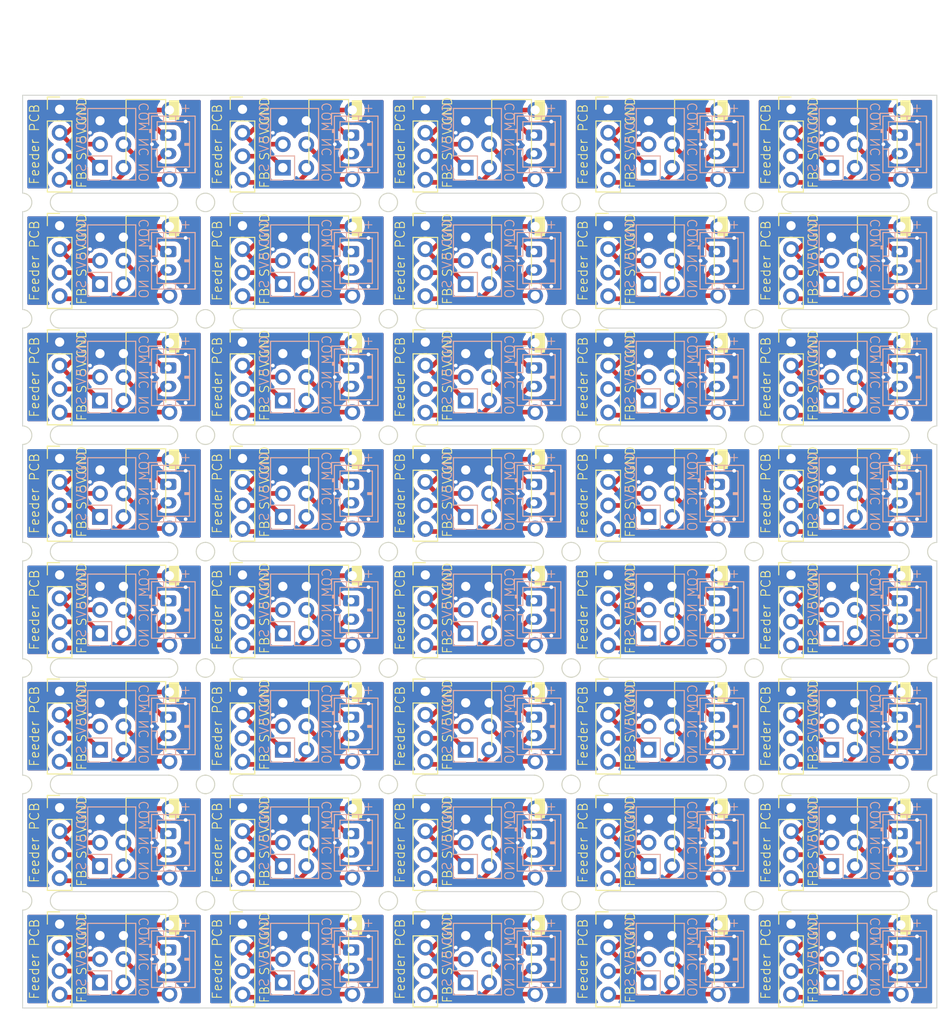
<source format=kicad_pcb>
(kicad_pcb (version 20211014) (generator pcbnew)
  (layers (0 "F.Cu" signal) (31 "B.Cu" signal) (34 "B.Paste" user) (35 "F.Paste" user) (36 "B.SilkS" user "B.Silkscreen") (37 "F.SilkS" user "F.Silkscreen") (38 "B.Mask" user) (39 "F.Mask" user) (44 "Edge.Cuts" user))
  (net 0 "")
  (net 1 "GND")
  (net 2 "+5V")
  (net 3 "/N20-GND")
  (net 4 "/SERVO")
  (net 5 "/FEEDBACK")
  (footprint "CustomDiode:D_SMA-SMB_Universal_Handsoldering_Holes" (layer "F.Cu") (at 154 157.25 -90)
    (fp_text reference "D52" hide)
    (fp_text value "1N4001")
  )
  (footprint "Connector_PinHeader_2.54mm:PinHeader_1x04_P2.54mm_Vertical" (layer "F.Cu") (at 161.91 90.42)
    (fp_text reference "J4" hide)
    (fp_text value "Controller")
  )
  (footprint "Diode_SMD:D_SMA-SMB_Universal_Handsoldering" (layer "F.Cu") (at 191.05 94.22 -90)
    (fp_text reference "D5" hide)
    (fp_text value "1N4001")
  )
  (footprint "Panelization:mouse-bite-2mm-slot" (layer "F.Cu") (at 140.1 138.3)
    (fp_text reference "mouse-bite-2mm-slot29" hide)
    (fp_text value "VAL**" hide)
  )
  (footprint "Connector_PinHeader_2.54mm:PinHeader_1x04_P2.54mm_Vertical" (layer "F.Cu") (at 181.71 153.42)
    (fp_text reference "J82" hide)
    (fp_text value "Controller")
  )
  (footprint "Diode_SMD:D_SMA-SMB_Universal_Handsoldering" (layer "F.Cu") (at 171.25 144.62 -90)
    (fp_text reference "D43" hide)
    (fp_text value "1N4001")
  )
  (footprint "CustomDiode:D_SMA-SMB_Universal_Handsoldering_Holes" (layer "F.Cu") (at 233.2 119.45 -90)
    (fp_text reference "D30" hide)
    (fp_text value "1N4001")
  )
  (footprint "Panelization:mouse-bite-2mm-slot" (layer "F.Cu") (at 215.3 138.3)
    (fp_text reference "mouse-bite-2mm-slot36" hide)
    (fp_text value "VAL**" hide)
  )
  (footprint "Panelization:mouse-bite-2mm-slot" (layer "F.Cu") (at 215.3 163.5)
    (fp_text reference "mouse-bite-2mm-slot56" hide)
    (fp_text value "VAL**" hide)
  )
  (footprint "Panelization:mouse-bite-2mm-slot" (layer "F.Cu") (at 219.3 125.7)
    (fp_text reference "mouse-bite-2mm-slot27" hide)
    (fp_text value "VAL**" hide)
  )
  (footprint "Panelization:mouse-bite-2mm-slot" (layer "F.Cu") (at 235.1 176.1)
    (fp_text reference "mouse-bite-2mm-slot68" hide)
    (fp_text value "VAL**" hide)
  )
  (footprint "CustomDiode:D_SMA-SMB_Universal_Handsoldering_Holes" (layer "F.Cu") (at 154 182.45 -90)
    (fp_text reference "D72" hide)
    (fp_text value "1N4001")
  )
  (footprint "Panelization:mouse-bite-2mm-slot" (layer "F.Cu") (at 219.3 176.1)
    (fp_text reference "mouse-bite-2mm-slot67" hide)
    (fp_text value "VAL**" hide)
  )
  (footprint "Panelization:mouse-bite-2mm-slot" (layer "F.Cu") (at 199.5 176.1)
    (fp_text reference "mouse-bite-2mm-slot65" hide)
    (fp_text value "VAL**" hide)
  )
  (footprint "Diode_SMD:D_SMA-SMB_Universal_Handsoldering" (layer "F.Cu") (at 151.45 157.22 -90)
    (fp_text reference "D51" hide)
    (fp_text value "1N4001")
  )
  (footprint "Connector_PinHeader_2.54mm:PinHeader_1x04_P2.54mm_Vertical" (layer "F.Cu") (at 221.31 166.02)
    (fp_text reference "J103" hide)
    (fp_text value "Controller")
  )
  (footprint "Connector_PinHeader_2.54mm:PinHeader_1x04_P2.54mm_Vertical" (layer "F.Cu") (at 181.71 178.62)
    (fp_text reference "J112" hide)
    (fp_text value "Controller")
  )
  (footprint "Connector_PinHeader_2.54mm:PinHeader_1x04_P2.54mm_Vertical" (layer "F.Cu") (at 142.11 128.22)
    (fp_text reference "J46" hide)
    (fp_text value "Controller")
  )
  (footprint "Panelization:mouse-bite-2mm-slot" (layer "F.Cu") (at 155.9 163.5)
    (fp_text reference "mouse-bite-2mm-slot50" hide)
    (fp_text value "VAL**" hide)
  )
  (footprint "CustomDiode:D_SMA-SMB_Universal_Handsoldering_Holes" (layer "F.Cu") (at 213.4 94.25 -90)
    (fp_text reference "D8" hide)
    (fp_text value "1N4001")
  )
  (footprint "Connector_PinHeader_2.54mm:PinHeader_1x04_P2.54mm_Vertical" (layer "F.Cu") (at 181.71 90.42)
    (fp_text reference "J7" hide)
    (fp_text value "Controller")
  )
  (footprint "CustomDiode:D_SMA-SMB_Universal_Handsoldering_Holes" (layer "F.Cu") (at 213.4 119.45 -90)
    (fp_text reference "D28" hide)
    (fp_text value "1N4001")
  )
  (footprint "CustomDiode:D_SMA-SMB_Universal_Handsoldering_Holes" (layer "F.Cu") (at 233.2 132.05 -90)
    (fp_text reference "D40" hide)
    (fp_text value "1N4001")
  )
  (footprint "Panelization:mouse-bite-2mm-slot" (layer "F.Cu") (at 140.1 163.5)
    (fp_text reference "mouse-bite-2mm-slot49" hide)
    (fp_text value "VAL**" hide)
  )
  (footprint "Panelization:mouse-bite-2mm-slot" (layer "F.Cu") (at 175.7 150.9)
    (fp_text reference "mouse-bite-2mm-slot42" hide)
    (fp_text value "VAL**" hide)
  )
  (footprint "Diode_SMD:D_SMA-SMB_Universal_Handsoldering" (layer "F.Cu") (at 230.65 106.82 -90)
    (fp_text reference "D19" hide)
    (fp_text value "1N4001")
  )
  (footprint "Panelization:mouse-bite-2mm-slot" (layer "F.Cu") (at 215.3 113.1)
    (fp_text reference "mouse-bite-2mm-slot16" hide)
    (fp_text value "VAL**" hide)
  )
  (footprint "Panelization:mouse-bite-2mm-slot" (layer "F.Cu") (at 175.7 163.5)
    (fp_text reference "mouse-bite-2mm-slot52" hide)
    (fp_text value "VAL**" hide)
  )
  (footprint "Panelization:mouse-bite-2mm-slot" (layer "F.Cu") (at 235.1 150.9)
    (fp_text reference "mouse-bite-2mm-slot48" hide)
    (fp_text value "VAL**" hide)
  )
  (footprint "Connector_PinHeader_2.54mm:PinHeader_1x04_P2.54mm_Vertical" (layer "F.Cu") (at 221.31 128.22)
    (fp_text reference "J58" hide)
    (fp_text value "Controller")
  )
  (footprint "CustomDiode:D_SMA-SMB_Universal_Handsoldering_Holes" (layer "F.Cu") (at 233.2 169.85 -90)
    (fp_text reference "D70" hide)
    (fp_text value "1N4001")
  )
  (footprint "Panelization:mouse-bite-2mm-slot" (layer "F.Cu") (at 199.5 163.5)
    (fp_text reference "mouse-bite-2mm-slot55" hide)
    (fp_text value "VAL**" hide)
  )
  (footprint "Diode_SMD:D_SMA-SMB_Universal_Handsoldering" (layer "F.Cu") (at 171.25 182.42 -90)
    (fp_text reference "D73" hide)
    (fp_text value "1N4001")
  )
  (footprint "Diode_SMD:D_SMA-SMB_Universal_Handsoldering" (layer "F.Cu") (at 151.45 144.62 -90)
    (fp_text reference "D41" hide)
    (fp_text value "1N4001")
  )
  (footprint "CustomDiode:D_SMA-SMB_Universal_Handsoldering_Holes" (layer "F.Cu") (at 193.6 157.25 -90)
    (fp_text reference "D56" hide)
    (fp_text value "1N4001")
  )
  (footprint "Connector_PinHeader_2.54mm:PinHeader_1x04_P2.54mm_Vertical" (layer "F.Cu") (at 142.11 178.62)
    (fp_text reference "J106" hide)
    (fp_text value "Controller")
  )
  (footprint "Connector_PinHeader_2.54mm:PinHeader_1x04_P2.54mm_Vertical" (layer "F.Cu") (at 221.31 90.42)
    (fp_text reference "J13" hide)
    (fp_text value "Controller")
  )
  (footprint "Diode_SMD:D_SMA-SMB_Universal_Handsoldering" (layer "F.Cu") (at 171.25 106.82 -90)
    (fp_text reference "D13" hide)
    (fp_text value "1N4001")
  )
  (footprint "Connector_PinHeader_2.54mm:PinHeader_1x04_P2.54mm_Vertical" (layer "F.Cu") (at 161.91 140.82)
    (fp_text reference "J64" hide)
    (fp_text value "Controller")
  )
  (footprint "Diode_SMD:D_SMA-SMB_Universal_Handsoldering" (layer "F.Cu") (at 210.85 119.42 -90)
    (fp_text reference "D27" hide)
    (fp_text value "1N4001")
  )
  (footprint "CustomDiode:D_SMA-SMB_Universal_Handsoldering_Holes" (layer "F.Cu") (at 233.2 182.45 -90)
    (fp_text reference "D80" hide)
    (fp_text value "1N4001")
  )
  (footprint "Diode_SMD:D_SMA-SMB_Universal_Handsoldering" (layer "F.Cu") (at 210.85 182.42 -90)
    (fp_text reference "D77" hide)
    (fp_text value "1N4001")
  )
  (footprint "Diode_SMD:D_SMA-SMB_Universal_Handsoldering" (layer "F.Cu") (at 191.05 157.22 -90)
    (fp_text reference "D55" hide)
    (fp_text value "1N4001")
  )
  (footprint "Panelization:mouse-bite-2mm-slot" (layer "F.Cu") (at 179.7 100.5)
    (fp_text reference "mouse-bite-2mm-slot3" hide)
    (fp_text value "VAL**" hide)
  )
  (footprint "Panelization:mouse-bite-2mm-slot" (layer "F.Cu") (at 195.5 138.3)
    (fp_text reference "mouse-bite-2mm-slot34" hide)
    (fp_text value "VAL**" hide)
  )
  (footprint "CustomDiode:D_SMA-SMB_Universal_Handsoldering_Holes" (layer "F.Cu") (at 173.8 182.45 -90)
    (fp_text reference "D74" hide)
    (fp_text value "1N4001")
  )
  (footprint "Panelization:mouse-bite-2mm-slot" (layer "F.Cu") (at 155.9 100.5)
    (fp_text reference "mouse-bite-2mm-slot" hide)
    (fp_text value "VAL**" hide)
  )
  (footprint "Diode_SMD:D_SMA-SMB_Universal_Handsoldering" (layer "F.Cu") (at 210.85 106.82 -90)
    (fp_text reference "D17" hide)
    (fp_text value "1N4001")
  )
  (footprint "Connector_PinHeader_2.54mm:PinHeader_1x04_P2.54mm_Vertical" (layer "F.Cu") (at 142.11 166.02)
    (fp_text reference "J91" hide)
    (fp_text value "Controller")
  )
  (footprint "Panelization:mouse-bite-2mm-slot" (layer "F.Cu") (at 155.9 150.9)
    (fp_text reference "mouse-bite-2mm-slot40" hide)
    (fp_text value "VAL**" hide)
  )
  (footprint "Panelization:mouse-bite-2mm-slot" (layer "F.Cu") (at 199.5 113.1)
    (fp_text reference "mouse-bite-2mm-slot15" hide)
    (fp_text value "VAL**" hide)
  )
  (footprint "Connector_PinHeader_2.54mm:PinHeader_1x04_P2.54mm_Vertical" (layer "F.Cu") (at 142.11 153.42)
    (fp_text reference "J76" hide)
    (fp_text value "Controller")
  )
  (footprint "Panelization:mouse-bite-2mm-slot" (layer "F.Cu") (at 219.3 100.5)
    (fp_text reference "mouse-bite-2mm-slot7" hide)
    (fp_text value "VAL**" hide)
  )
  (footprint "Panelization:mouse-bite-2mm-slot" (layer "F.Cu") (at 195.5 163.5)
    (fp_text reference "mouse-bite-2mm-slot54" hide)
    (fp_text value "VAL**" hide)
  )
  (footprint "Panelization:mouse-bite-2mm-slot" (layer "F.Cu") (at 219.3 163.5)
    (fp_text reference "mouse-bite-2mm-slot57" hide)
    (fp_text value "VAL**" hide)
  )
  (footprint "CustomDiode:D_SMA-SMB_Universal_Handsoldering_Holes" (layer "F.Cu") (at 193.6 94.25 -90)
    (fp_text reference "D6" hide)
    (fp_text value "1N4001")
  )
  (footprint "Panelization:mouse-bite-2mm-slot" (layer "F.Cu") (at 140.1 125.7)
    (fp_text reference "mouse-bite-2mm-slot19" hide)
    (fp_text value "VAL**" hide)
  )
  (footprint "Diode_SMD:D_SMA-SMB_Universal_Handsoldering" (layer "F.Cu") (at 210.85 94.22 -90)
    (fp_text reference "D7" hide)
    (fp_text value "1N4001")
  )
  (footprint "Panelization:mouse-bite-2mm-slot" (layer "F.Cu") (at 159.9 100.5)
    (fp_text reference "mouse-bite-2mm-slot1" hide)
    (fp_text value "VAL**" hide)
  )
  (footprint "Connector_PinHeader_2.54mm:PinHeader_1x04_P2.54mm_Vertical" (layer "F.Cu") (at 161.91 178.62)
    (fp_text reference "J109" hide)
    (fp_text value "Controller")
  )
  (footprint "Diode_SMD:D_SMA-SMB_Universal_Handsoldering" (layer "F.Cu") (at 191.05 119.42 -90)
    (fp_text reference "D25" hide)
    (fp_text value "1N4001")
  )
  (footprint "Connector_PinHeader_2.54mm:PinHeader_1x04_P2.54mm_Vertical" (layer "F.Cu") (at 142.11 103.02)
    (fp_text reference "J16" hide)
    (fp_text value "Controller")
  )
  (footprint "Diode_SMD:D_SMA-SMB_Universal_Handsoldering" (layer "F.Cu") (at 151.45 182.42 -90)
    (fp_text reference "D71" hide)
    (fp_text value "1N4001")
  )
  (footprint "CustomDiode:D_SMA-SMB_Universal_Handsoldering_Holes" (layer "F.Cu") (at 154 106.85 -90)
    (fp_text reference "D12" hide)
    (fp_text value "1N4001")
  )
  (footprint "Panelization:mouse-bite-2mm-slot" (layer "F.Cu") (at 235.1 113.1)
    (fp_text reference "mouse-bite-2mm-slot18" hide)
    (fp_text value "VAL**" hide)
  )
  (footprint "CustomDiode:D_SMA-SMB_Universal_Handsoldering_Holes" (layer "F.Cu") (at 154 94.25 -90)
    (fp_text reference "D2" hide)
    (fp_text value "1N4001")
  )
  (footprint "Connector_PinHeader_2.54mm:PinHeader_1x04_P2.54mm_Vertical" (layer "F.Cu") (at 161.91 103.02)
    (fp_text reference "J19" hide)
    (fp_text value "Controller")
  )
  (footprint "Panelization:mouse-bite-2mm-slot" (layer "F.Cu") (at 199.5 125.7)
    (fp_text reference "mouse-bite-2mm-slot25" hide)
    (fp_text value "VAL**" hide)
  )
  (footprint "Diode_SMD:D_SMA-SMB_Universal_Handsoldering" (layer "F.Cu") (at 230.65 157.22 -90)
    (fp_text reference "D59" hide)
    (fp_text value "1N4001")
  )
  (footprint "Diode_SMD:D_SMA-SMB_Universal_Handsoldering" (layer "F.Cu") (at 171.25 157.22 -90)
    (fp_text reference "D53" hide)
    (fp_text value "1N4001")
  )
  (footprint "CustomDiode:D_SMA-SMB_Universal_Handsoldering_Holes" (layer "F.Cu") (at 173.8 106.85 -90)
    (fp_text reference "D14" hide)
    (fp_text value "1N4001")
  )
  (footprint "CustomDiode:D_SMA-SMB_Universal_Handsoldering_Holes" (layer "F.Cu") (at 213.4 157.25 -90)
    (fp_text reference "D58" hide)
    (fp_text value "1N4001")
  )
  (footprint "Panelization:mouse-bite-2mm-slot" (layer "F.Cu") (at 235.1 138.3)
    (fp_text reference "mouse-bite-2mm-slot38" hide)
    (fp_text value "VAL**" hide)
  )
  (footprint "Connector_PinHeader_2.54mm:PinHeader_1x04_P2.54mm_Vertical" (layer "F.Cu") (at 181.71 166.02)
    (fp_text reference "J97" hide)
    (fp_text value "Controller")
  )
  (footprint "CustomDiode:D_SMA-SMB_Universal_Handsoldering_Holes" (layer "F.Cu") (at 233.2 144.65 -90)
    (fp_text reference "D50" hide)
    (fp_text value "1N4001")
  )
  (footprint "Panelization:mouse-bite-2mm-slot" (layer "F.Cu") (at 235.1 100.5)
    (fp_text reference "mouse-bite-2mm-slot8" hide)
    (fp_text value "VAL**" hide)
  )
  (footprint "Connector_PinHeader_2.54mm:PinHeader_1x04_P2.54mm_Vertical" (layer "F.Cu") (at 201.51 153.42)
    (fp_text reference "J85" hide)
    (fp_text value "Controller")
  )
  (footprint "CustomDiode:D_SMA-SMB_Universal_Handsoldering_Holes" (layer "F.Cu") (at 213.4 106.85 -90)
    (fp_text reference "D18" hide)
    (fp_text value "1N4001")
  )
  (footprint "Panelization:mouse-bite-2mm-slot" (layer "F.Cu") (at 235.1 163.5)
    (fp_text reference "mouse-bite-2mm-slot58" hide)
    (fp_text value "VAL**" hide)
  )
  (footprint "Connector_PinHeader_2.54mm:PinHeader_1x04_P2.54mm_Vertical" (layer "F.Cu") (at 201.51 166.02)
    (fp_text reference "J100" hide)
    (fp_text value "Controller")
  )
  (footprint "Panelization:mouse-bite-2mm-slot" (layer "F.Cu") (at 215.3 100.5)
    (fp_text reference "mouse-bite-2mm-slot6" hide)
    (fp_text value "VAL**" hide)
  )
  (footprint "Panelization:mouse-bite-2mm-slot" (layer "F.Cu") (at 159.9 138.3)
    (fp_text reference "mouse-bite-2mm-slot31" hide)
    (fp_text value "VAL**" hide)
  )
  (footprint "Panelization:mouse-bite-2mm-slot" (layer "F.Cu") (at 140.1 113.1)
    (fp_text reference "mouse-bite-2mm-slot9" hide)
    (fp_text value "VAL**" hide)
  )
  (footprint "Connector_PinHeader_2.54mm:PinHeader_1x04_P2.54mm_Vertical" (layer "F.Cu") (at 201.51 128.22)
    (fp_text reference "J55" hide)
    (fp_text value "Controller")
  )
  (footprint "Panelization:mouse-bite-2mm-slot" (layer "F.Cu") (at 219.3 113.1)
    (fp_text reference "mouse-bite-2mm-slot17" hide)
    (fp_text value "VAL**" hide)
  )
  (footprint "CustomDiode:D_SMA-SMB_Universal_Handsoldering_Holes" (layer "F.Cu") (at 173.8 157.25 -90)
    (fp_text reference "D54" hide)
    (fp_text value "1N4001")
  )
  (footprint "Panelization:mouse-bite-2mm-slot" (layer "F.Cu") (at 155.9 113.1)
    (fp_text reference "mouse-bite-2mm-slot10" hide)
    (fp_text value "VAL**" hide)
  )
  (footprint "Panelization:mouse-bite-2mm-slot" (layer "F.Cu") (at 179.7 176.1)
    (fp_text reference "mouse-bite-2mm-slot63" hide)
    (fp_text value "VAL**" hide)
  )
  (footprint "Panelization:mouse-bite-2mm-slot" (layer "F.Cu") (at 179.7 125.7)
    (fp_text reference "mouse-bite-2mm-slot23" hide)
    (fp_text value "VAL**" hide)
  )
  (footprint "Diode_SMD:D_SMA-SMB_Universal_Handsoldering" (layer "F.Cu") (at 210.85 132.02 -90)
    (fp_text reference "D37" hide)
    (fp_text value "1N4001")
  )
  (footprint "Panelization:mouse-bite-2mm-slot" (layer "F.Cu") (at 195.5 176.1)
    (fp_text reference "mouse-bite-2mm-slot64" hide)
    (fp_text value "VAL**" hide)
  )
  (footprint "Connector_PinHeader_2.54mm:PinHeader_1x04_P2.54mm_Vertical" (layer "F.Cu") (at 201.51 90.42)
    (fp_text reference "J10" hide)
    (fp_text value "Controller")
  )
  (footprint "Connector_PinHeader_2.54mm:PinHeader_1x04_P2.54mm_Vertical" (layer "F.Cu") (at 221.31 140.82)
    (fp_text reference "J73" hide)
    (fp_text value "Controller")
  )
  (footprint "Connector_PinHeader_2.54mm:PinHeader_1x04_P2.54mm_Vertical" (layer "F.Cu") (at 221.31 178.62)
    (fp_text reference "J118" hide)
    (fp_text value "Controller")
  )
  (footprint "CustomDiode:D_SMA-SMB_Universal_Handsoldering_Holes" (layer "F.Cu") (at 154 169.85 -90)
    (fp_text reference "D62" hide)
    (fp_text value "1N4001")
  )
  (footprint "Panelization:mouse-bite-2mm-slot" (layer "F.Cu") (at 195.5 113.1)
    (fp_text reference "mouse-bite-2mm-slot14" hide)
    (fp_text value "VAL**" hide)
  )
  (footprint "Panelization:mouse-bite-2mm-slot" (layer "F.Cu") (at 175.7 125.7)
    (fp_text reference "mouse-bite-2mm-slot22" hide)
    (fp_text value "VAL**" hide)
  )
  (footprint "Connector_PinHeader_2.54mm:PinHeader_1x04_P2.54mm_Vertical" (layer "F.Cu") (at 181.71 115.62)
    (fp_text reference "J37" hide)
    (fp_text value "Controller")
  )
  (footprint "Connector_PinHeader_2.54mm:PinHeader_1x04_P2.54mm_Vertical" (layer "F.Cu") (at 142.11 140.82)
    (fp_text reference "J61" hide)
    (fp_text value "Controller")
  )
  (footprint "Diode_SMD:D_SMA-SMB_Universal_Handsoldering" (layer "F.Cu") (at 230.65 169.82 -90)
    (fp_text reference "D69" hide)
    (fp_text value "1N4001")
  )
  (footprint "Panelization:mouse-bite-2mm-slot" (layer "F.Cu") (at 179.7 138.3)
    (fp_text reference "mouse-bite-2mm-slot33" hide)
    (fp_text value "VAL**" hide)
  )
  (footprint "Panelization:mouse-bite-2mm-slot" (layer "F.Cu") (at 195.5 100.5)
    (fp_text reference "mouse-bite-2mm-slot4" hide)
    (fp_text value "VAL**" hide)
  )
  (footprint "CustomDiode:D_SMA-SMB_Universal_Handsoldering_Holes" (layer "F.Cu") (at 213.4 144.65 -90)
    (fp_text reference "D48" hide)
    (fp_text value "1N4001")
  )
  (footprint "Connector_PinHeader_2.54mm:PinHeader_1x04_P2.54mm_Vertical" (layer "F.Cu") (at 161.91 166.02)
    (fp_text reference "J94" hide)
    (fp_text value "Controller")
  )
  (footprint "Diode_SMD:D_SMA-SMB_Universal_Handsoldering" (layer "F.Cu") (at 210.85 144.62 -90)
    (fp_text reference "D47" hide)
    (fp_text value "1N4001")
  )
  (footprint "Diode_SMD:D_SMA-SMB_Universal_Handsoldering" (layer "F.Cu") (at 151.45 119.42 -90)
    (fp_text reference "D21" hide)
    (fp_text value "1N4001")
  )
  (footprint "Panelization:mouse-bite-2mm-slot" (layer "F.Cu") (at 155.9 125.7)
    (fp_text reference "mouse-bite-2mm-slot20" hide)
    (fp_text value "VAL**" hide)
  )
  (footprint "Connector_PinHeader_2.54mm:PinHeader_1x04_P2.54mm_Vertical" (layer "F.Cu") (at 221.31 115.62)
    (fp_text reference "J43" hide)
    (fp_text value "Controller")
  )
  (footprint "Panelization:mouse-bite-2mm-slot" (layer "F.Cu") (at 235.1 125.7)
    (fp_text reference "mouse-bite-2mm-slot28" hide)
    (fp_text value "VAL**" hide)
  )
  (footprint "Panelization:mouse-bite-2mm-slot" (layer "F.Cu") (at 140.1 100.5)
    (fp_text reference "mouse-bite-2mm-slot" hide)
    (fp_text value "VAL**" hide)
  )
  (footprint "Diode_SMD:D_SMA-SMB_Universal_Handsoldering" (layer "F.Cu") (at 151.45 106.82 -90)
    (fp_text reference "D11" hide)
    (fp_text value "1N4001")
  )
  (footprint "Panelization:mouse-bite-2mm-slot" (layer "F.Cu") (at 175.7 138.3)
    (fp_text reference "mouse-bite-2mm-slot32" hide)
    (fp_text value "VAL**" hide)
  )
  (footprint "Panelization:mouse-bite-2mm-slot" (layer "F.Cu") (at 159.9 163.5)
    (fp_text reference "mouse-bite-2mm-slot51" hide)
    (fp_text value "VAL**" hide)
  )
  (footprint "Connector_PinHeader_2.54mm:PinHeader_1x04_P2.54mm_Vertical" (layer "F.Cu") (at 201.51 115.62)
    (fp_text reference "J40" hide)
    (fp_text value "Controller")
  )
  (footprint "Diode_SMD:D_SMA-SMB_Universal_Handsoldering" (layer "F.Cu") (at 191.05 132.02 -90)
    (fp_text reference "D35" hide)
    (fp_text value "1N4001")
  )
  (footprint "CustomDiode:D_SMA-SMB_Universal_Handsoldering_Holes" (layer "F.Cu") (at 154 144.65 -90)
    (fp_text reference "D42" hide)
    (fp_text value "1N4001")
  )
  (footprint "Diode_SMD:D_SMA-SMB_Universal_Handsoldering" (layer "F.Cu") (at 151.45 94.22 -90)
    (fp_text reference "D1" hide)
    (fp_text value "1N4001")
  )
  (footprint "Panelization:mouse-bite-2mm-slot" (layer "F.Cu") (at 155.9 138.3)
    (fp_text reference "mouse-bite-2mm-slot30" hide)
    (fp_text value "VAL**" hide)
  )
  (footprint "Panelization:mouse-bite-2mm-slot" (layer "F.Cu") (at 159.9 113.1)
    (fp_text reference "mouse-bite-2mm-slot11" hide)
    (fp_text value "VAL**" hide)
  )
  (footprint "Connector_PinHeader_2.54mm:PinHeader_1x04_P2.54mm_Vertical" (layer "F.Cu") (at 181.71 140.82)
    (fp_text reference "J67" hide)
    (fp_text value "Controller")
  )
  (footprint "Connector_PinHeader_2.54mm:PinHeader_1x04_P2.54mm_Vertical" (layer "F.Cu") (at 161.91 153.42)
    (fp_text reference "J79" hide)
    (fp_text value "Controller")
  )
  (footprint "Connector_PinHeader_2.54mm:PinHeader_1x04_P2.54mm_Vertical" (layer "F.Cu") (at 161.91 115.62)
    (fp_text reference "J34" hide)
    (fp_text value "Controller")
  )
  (footprint "Connector_PinHeader_2.54mm:PinHeader_1x04_P2.54mm_Vertical" (layer "F.Cu") (at 181.71 128.22)
    (fp_text reference "J52" hide)
    (fp_text value "Controller")
  )
  (footprint "Panelization:mouse-bite-2mm-slot" (layer "F.Cu") (at 159.9 125.7)
    (fp_text reference "mouse-bite-2mm-slot21" hide)
    (fp_text value "VAL**" hide)
  )
  (footprint "Diode_SMD:D_SMA-SMB_Universal_Handsoldering" (layer "F.Cu") (at 191.05 169.82 -90)
    (fp_text reference "D65" hide)
    (fp_text value "1N4001")
  )
  (footprint "CustomDiode:D_SMA-SMB_Universal_Handsoldering_Holes" (layer "F.Cu") (at 193.6 182.45 -90)
    (fp_text reference "D76" hide)
    (fp_text value "1N4001")
  )
  (footprint "Panelization:mouse-bite-2mm-slot" (layer "F.Cu") (at 219.3 138.3)
    (fp_text reference "mouse-bite-2mm-slot37" hide)
    (fp_text value "VAL**" hide)
  )
  (footprint "CustomDiode:D_SMA-SMB_Universal_Handsoldering_Holes" (layer "F.Cu") (at 233.2 94.25 -90)
    (fp_text reference "D10" hide)
    (fp_text value "1N4001")
  )
  (footprint "Panelization:mouse-bite-2mm-slot" (layer "F.Cu") (at 195.5 150.9)
    (fp_text reference "mouse-bite-2mm-slot44" hide)
    (fp_text value "VAL**" hide)
  )
  (footprint "Panelization:mouse-bite-2mm-slot" (layer "F.Cu") (at 195.5 125.7)
    (fp_text reference "mouse-bite-2mm-slot24" hide)
    (fp_text value "VAL**" hide)
  )
  (footprint "Diode_SMD:D_SMA-SMB_Universal_Handsoldering" (layer "F.Cu") (at 171.25 119.42 -90)
    (fp_text reference "D23" hide)
    (fp_text value "1N4001")
  )
  (footprint "CustomDiode:D_SMA-SMB_Universal_Handsoldering_Holes" (layer "F.Cu") (at 213.4 169.85 -90)
    (fp_text reference "D68" hide)
    (fp_text value "1N4001")
  )
  (footprint "CustomDiode:D_SMA-SMB_Universal_Handsoldering_Holes" (layer "F.Cu") (at 193.6 144.65 -90)
    (fp_text reference "D46" hide)
    (fp_text value "1N4001")
  )
  (footprint "CustomDiode:D_SMA-SMB_Universal_Handsoldering_Holes" (layer "F.Cu") (at 173.8 94.25 -90)
    (fp_text reference "D4" hide)
    (fp_text value "1N4001")
  )
  (footprint "Panelization:mouse-bite-2mm-slot" (layer "F.Cu") (at 159.9 150.9)
    (fp_text reference "mouse-bite-2mm-slot41" hide)
    (fp_text value "VAL**" hide)
  )
  (footprint "CustomDiode:D_SMA-SMB_Universal_Handsoldering_Holes" (layer "F.Cu") (at 233.2 106.85 -90)
    (fp_text reference "D20" hide)
    (fp_text value "1N4001")
  )
  (footprint "CustomDiode:D_SMA-SMB_Universal_Handsoldering_Holes" (layer "F.Cu") (at 193.6 169.85 -90)
    (fp_text reference "D66" hide)
    (fp_text value "1N4001")
  )
  (footprint "Diode_SMD:D_SMA-SMB_Universal_Handsoldering" (layer "F.Cu") (at 151.45 169.82 -90)
    (fp_text reference "D61" hide)
    (fp_text value "1N4001")
  )
  (footprint "Diode_SMD:D_SMA-SMB_Universal_Handsoldering" (layer "F.Cu") (at 191.05 144.62 -90)
    (fp_text reference "D45" hide)
    (fp_text value "1N4001")
  )
  (footprint "Panelization:mouse-bite-2mm-slot" (layer "F.Cu") (at 179.7 113.1)
    (fp_text reference "mouse-bite-2mm-slot13" hide)
    (fp_text value "VAL**" hide)
  )
  (footprint "Diode_SMD:D_SMA-SMB_Universal_Handsoldering" (layer "F.Cu") (at 191.05 182.42 -90)
    (fp_text reference "D75" hide)
    (fp_text value "1N4001")
  )
  (footprint "Diode_SMD:D_SMA-SMB_Universal_Handsoldering" (layer "F.Cu") (at 171.25 132.02 -90)
    (fp_text reference "D33" hide)
    (fp_text value "1N4001")
  )
  (footprint "Panelization:mouse-bite-2mm-slot" (layer "F.Cu") (at 179.7 150.9)
    (fp_text reference "mouse-bite-2mm-slot43" hide)
    (fp_text value "VAL**" hide)
  )
  (footprint "CustomDiode:D_SMA-SMB_Universal_Handsoldering_Holes" (layer "F.Cu") (at 154 132.05 -90)
    (fp_text reference "D32" hide)
    (fp_text value "1N4001")
  )
  (footprint "Panelization:mouse-bite-2mm-slot" (layer "F.Cu") (at 219.3 150.9)
    (fp_text reference "mouse-bite-2mm-slot47" hide)
    (fp_text value "VAL**" hide)
  )
  (footprint "Diode_SMD:D_SMA-SMB_Universal_Handsoldering" (layer "F.Cu") (at 171.25 169.82 -90)
    (fp_text reference "D63" hide)
    (fp_text value "1N4001")
  )
  (footprint "Connector_PinHeader_2.54mm:PinHeader_1x04_P2.54mm_Vertical" (layer "F.Cu") (at 221.31 103.02)
    (fp_text reference "J28" hide)
    (fp_text value "Controller")
  )
  (footprint "Diode_SMD:D_SMA-SMB_Universal_Handsoldering" (layer "F.Cu") (at 210.85 157.22 -90)
    (fp_text reference "D57" hide)
    (fp_text value "1N4001")
  )
  (footprint "Panelization:mouse-bite-2mm-slot" (layer "F.Cu") (at 199.5 150.9)
    (fp_text reference "mouse-bite-2mm-slot45" hide)
    (fp_text value "VAL**" hide)
  )
  (footprint "Diode_SMD:D_SMA-SMB_Universal_Handsoldering" (layer "F.Cu") (at 230.65 182.42 -90)
    (fp_text reference "D79" hide)
    (fp_text value "1N4001")
  )
  (footprint "Panelization:mouse-bite-2mm-slot" (layer "F.Cu") (at 140.1 176.1)
    (fp_text reference "mouse-bite-2mm-slot59" hide)
    (fp_text value "VAL**" hide)
  )
  (footprint "Panelization:mouse-bite-2mm-slot" (layer "F.Cu") (at 215.3 150.9)
    (fp_text reference "mouse-bite-2mm-slot46" hide)
    (fp_text value "VAL**" hide)
  )
  (footprint "CustomDiode:D_SMA-SMB_Universal_Handsoldering_Holes" (layer "F.Cu") (at 193.6 132.05 -90)
    (fp_text reference "D36" hide)
    (fp_text value "1N4001")
  )
  (footprint "CustomDiode:D_SMA-SMB_Universal_Handsoldering_Holes" (layer "F.Cu") (at 173.8 132.05 -90)
    (fp_text reference "D34" hide)
    (fp_text value "1N4001")
  )
  (footprint "CustomDiode:D_SMA-SMB_Universal_Handsoldering_Holes" (layer "F.Cu") (at 213.4 182.45 -90)
    (fp_text reference "D78" hide)
    (fp_text value "1N4001")
  )
  (footprint "Diode_SMD:D_SMA-SMB_Universal_Handsoldering" (layer "F.Cu") (at 191.05 106.82 -90)
    (fp_text reference "D15" hide)
    (fp_text value "1N4001")
  )
  (footprint "CustomDiode:D_SMA-SMB_Universal_Handsoldering_Holes" (layer "F.Cu") (at 173.8 119.45 -90)
    (fp_text reference "D24" hide)
    (fp_text value "1N4001")
  )
  (footprint "Panelization:mouse-bite-2mm-slot" (layer "F.Cu") (at 175.7 113.1)
    (fp_text reference "mouse-bite-2mm-slot12" hide)
    (fp_text value "VAL**" hide)
  )
  (footprint "Panelization:mouse-bite-2mm-slot" (layer "F.Cu") (at 199.5 138.3)
    (fp_text reference "mouse-bite-2mm-slot35" hide)
    (fp_text value "VAL**" hide)
  )
  (footprint "Diode_SMD:D_SMA-SMB_Universal_Handsoldering" (layer "F.Cu") (at 230.65 119.42 -90)
    (fp_text reference "D29" hide)
    (fp_text value "1N4001")
  )
  (footprint "Panelization:mouse-bite-2mm-slot" (layer "F.Cu") (at 179.7 163.5)
    (fp_text reference "mouse-bite-2mm-slot53" hide)
    (fp_text value "VAL**" hide)
  )
  (footprint "Panelization:mouse-bite-2mm-slot" (layer "F.Cu") (at 215.3 125.7)
    (fp_text reference "mouse-bite-2mm-slot26" hide)
    (fp_text value "VAL**" hide)
  )
  (footprint "CustomDiode:D_SMA-SMB_Universal_Handsoldering_Holes" (layer "F.Cu") (at 193.6 119.45 -90)
    (fp_text reference "D26" hide)
    (fp_text value "1N4001")
  )
  (footprint "Panelization:mouse-bite-2mm-slot" (layer "F.Cu") (at 159.9 176.1)
    (fp_text reference "mouse-bite-2mm-slot61" hide)
    (fp_text value "VAL**" hide)
  )
  (footprint "Connector_PinHeader_2.54mm:PinHeader_1x04_P2.54mm_Vertical" (layer "F.Cu") (at 142.11 115.62)
    (fp_text reference "J31" hide)
    (fp_text value "Controller")
  )
  (footprint "CustomDiode:D_SMA-SMB_Universal_Handsoldering_Holes" (layer "F.Cu") (at 154 119.45 -90)
    (fp_text reference "D22" hide)
    (fp_text value "1N4001")
  )
  (footprint "Diode_SMD:D_SMA-SMB_Universal_Handsoldering" (layer "F.Cu") (at 171.25 94.22 -90)
    (fp_text reference "D3" hide)
    (fp_text value "1N4001")
  )
  (footprint "Connector_PinHeader_2.54mm:PinHeader_1x04_P2.54mm_Vertical" (layer "F.Cu") (at 142.11 90.42)
    (fp_text reference "J1" hide)
    (fp_text value "Controller")
  )
  (footprint "Diode_SMD:D_SMA-SMB_Universal_Handsoldering" (layer "F.Cu") (at 151.45 132.02 -90)
    (fp_text reference "D31" hide)
    (fp_text value "1N4001")
  )
  (footprint "Panelization:mouse-bite-2mm-slot" (layer "F.Cu") (at 155.9 176.1)
    (fp_text reference "mouse-bite-2mm-slot60" hide)
    (fp_text value "VAL**" hide)
  )
  (footprint "CustomDiode:D_SMA-SMB_Universal_Handsoldering_Holes" (layer "F.Cu") (at 213.4 132.05 -90)
    (fp_text reference "D38" hide)
    (fp_text value "1N4001")
  )
  (footprint "Diode_SMD:D_SMA-SMB_Universal_Handsoldering" (layer "F.Cu") (at 230.65 94.22 -90)
    (fp_text reference "D9" hide)
    (fp_text value "1N4001")
  )
  (footprint "CustomDiode:D_SMA-SMB_Universal_Handsoldering_Holes" (layer "F.Cu") (at 193.6 106.85 -90)
    (fp_text reference "D16" hide)
    (fp_text value "1N4001")
  )
  (footprint "CustomDiode:D_SMA-SMB_Universal_Handsoldering_Holes" (layer "F.Cu") (at 173.8 169.85 -90)
    (fp_text reference "D64" hide)
    (fp_text value "1N4001")
  )
  (footprint "Connector_PinHeader_2.54mm:PinHeader_1x04_P2.54mm_Vertical" (layer "F.Cu") (at 201.51 103.02)
    (fp_text reference "J25" hide)
    (fp_text value "Controller")
  )
  (footprint "Connector_PinHeader_2.54mm:PinHeader_1x04_P2.54mm_Vertical" (layer "F.Cu") (at 181.71 103.02)
    (fp_text reference "J22" hide)
    (fp_text value "Controller")
  )
  (footprint "Panelization:mouse-bite-2mm-slot" (layer "F.Cu") (at 140.1 150.9)
    (fp_text reference "mouse-bite-2mm-slot39" hide)
    (fp_text value "VAL**" hide)
  )
  (footprint "Panelization:mouse-bite-2mm-slot" (layer "F.Cu") (at 215.3 176.1)
    (fp_text reference "mouse-bite-2mm-slot66" hide)
    (fp_text value "VAL**" hide)
  )
  (footprint "Diode_SMD:D_SMA-SMB_Universal_Handsoldering" (layer "F.Cu") (at 230.65 144.62 -90)
    (fp_text reference "D49" hide)
    (fp_text value "1N4001")
  )
  (footprint "Connector_PinHeader_2.54mm:PinHeader_1x04_P2.54mm_Vertical" (layer "F.Cu") (at 201.51 140.82)
    (fp_text reference "J70" hide)
    (fp_text value "Controller")
  )
  (footprint "Diode_SMD:D_SMA-SMB_Universal_Handsoldering" (layer "F.Cu") (at 210.85 169.82 -90)
    (fp_text reference "D67" hide)
    (fp_text value "1N4001")
  )
  (footprint "Connector_PinHeader_2.54mm:PinHeader_1x04_P2.54mm_Vertical" (layer "F.Cu") (at 221.31 153.42)
    (fp_text reference "J88" hide)
    (fp_text value "Controller")
  )
  (footprint "Panelization:mouse-bite-2mm-slot" (layer "F.Cu") (at 199.5 100.5)
    (fp_text reference "mouse-bite-2mm-slot5" hide)
    (fp_text value "VAL**" hide)
  )
  (footprint "Panelization:mouse-bite-2mm-slot" (layer "F.Cu") (at 175.7 100.5)
    (fp_text reference "mouse-bite-2mm-slot2" hide)
    (fp_text value "VAL**" hide)
  )
  (footprint "Connector_PinHeader_2.54mm:PinHeader_1x04_P2.54mm_Vertical" (layer "F.Cu") (at 161.91 128.22)
    (fp_text reference "J49" hide)
    (fp_text value "Controller")
  )
  (footprint "Panelization:mouse-bite-2mm-slot" (layer "F.Cu") (at 175.7 176.1)
    (fp_text reference "mouse-bite-2mm-slot62" hide)
    (fp_text value "VAL**" hide)
  )
  (footprint "Diode_SMD:D_SMA-SMB_Universal_Handsoldering" (layer "F.Cu") (at 230.65 132.02 -90)
    (fp_text reference "D39" hide)
    (fp_text value "1N4001")
  )
  (footprint "CustomDiode:D_SMA-SMB_Universal_Handsoldering_Holes" (layer "F.Cu") (at 173.8 144.65 -90)
    (fp_text reference "D44" hide)
    (fp_text value "1N4001")
  )
  (footprint "CustomDiode:D_SMA-SMB_Universal_Handsoldering_Holes" (layer "F.Cu") (at 233.2 157.25 -90)
    (fp_text reference "D60" hide)
    (fp_text value "1N4001")
  )
  (footprint "Connector_PinHeader_2.54mm:PinHeader_1x04_P2.54mm_Vertical" (layer "F.Cu") (at 201.51 178.62)
    (fp_text reference "J115" hide)
    (fp_text value "Controller")
  )
  (footprint "Connector_PinHeader_2.54mm:PinHeader_2x03_P2.54mm_Vertical" (layer "B.Cu") (at 146.48 109.345)
    (fp_text reference "J18" hide)
    (fp_text value "Servo/Feedback")
  )
  (footprint "Connector_JST:JST_PH_B2B-PH-K_1x02_P2.00mm_Vertical" (layer "B.Cu") (at 193.47 93.22 -90)
    (fp_text reference "J8" hide)
    (fp_text value "N20")
  )
  (footprint "Connector_JST:JST_PH_B2B-PH-K_1x02_P2.00mm_Vertical" (layer "B.Cu") (at 193.47 143.62 -90)
    (fp_text reference "J68" hide)
    (fp_text value "N20")
  )
  (footprint "Connector_PinHeader_2.54mm:PinHeader_2x03_P2.54mm_Vertical" (layer "B.Cu") (at 146.48 96.745)
    (fp_text reference "J3" hide)
    (fp_text value "Servo/Feedback")
  )
  (footprint "Connector_PinHeader_2.54mm:PinHeader_2x03_P2.54mm_Vertical" (layer "B.Cu") (at 186.08 159.745)
    (fp_text reference "J84" hide)
    (fp_text value "Servo/Feedback")
  )
  (footprint "Connector_JST:JST_PH_B2B-PH-K_1x02_P2.00mm_Vertical" (layer "B.Cu") (at 233.07 105.82 -90)
    (fp_text reference "J29" hide)
    (fp_text value "N20")
  )
  (footprint "Connector_PinHeader_2.54mm:PinHeader_2x03_P2.54mm_Vertical" (layer "B.Cu") (at 166.28 121.945)
    (fp_text reference "J36" hide)
    (fp_text value "Servo/Feedback")
  )
  (footprint "Connector_PinHeader_2.54mm:PinHeader_2x03_P2.54mm_Vertical" (layer "B.Cu") (at 166.28 96.745)
    (fp_text reference "J6" hide)
    (fp_text value "Servo/Feedback")
  )
  (footprint "Connector_PinHeader_2.54mm:PinHeader_2x03_P2.54mm_Vertical" (layer "B.Cu") (at 146.48 159.745)
    (fp_text reference "J78" hide)
    (fp_text value "Servo/Feedback")
  )
  (footprint "Connector_JST:JST_PH_B2B-PH-K_1x02_P2.00mm_Vertical" (layer "B.Cu") (at 213.27 93.22 -90)
    (fp_text reference "J11" hide)
    (fp_text value "N20")
  )
  (footprint "Connector_JST:JST_PH_B2B-PH-K_1x02_P2.00mm_Vertical" (layer "B.Cu") (at 233.07 93.22 -90)
    (fp_text reference "J14" hide)
    (fp_text value "N20")
  )
  (footprint "Connector_JST:JST_PH_B2B-PH-K_1x02_P2.00mm_Vertical" (layer "B.Cu") (at 173.67 105.82 -90)
    (fp_text reference "J20" hide)
    (fp_text value "N20")
  )
  (footprint "Connector_PinHeader_2.54mm:PinHeader_2x03_P2.54mm_Vertical" (layer "B.Cu") (at 166.28 147.145)
    (fp_text reference "J66" hide)
    (fp_text value "Servo/Feedback")
  )
  (footprint "Connector_JST:JST_PH_B2B-PH-K_1x02_P2.00mm_Vertical" (layer "B.Cu") (at 213.27 143.62 -90)
    (fp_text reference "J71" hide)
    (fp_text value "N20")
  )
  (footprint "Connector_JST:JST_PH_B2B-PH-K_1x02_P2.00mm_Vertical" (layer "B.Cu") (at 153.87 143.62 -90)
    (fp_text reference "J62" hide)
    (fp_text value "N20")
  )
  (footprint "Connector_PinHeader_2.54mm:PinHeader_2x03_P2.54mm_Vertical" (layer "B.Cu") (at 166.28 184.945)
    (fp_text reference "J111" hide)
    (fp_text value "Servo/Feedback")
  )
  (footprint "Connector_JST:JST_PH_B2B-PH-K_1x02_P2.00mm_Vertical" (layer "B.Cu") (at 233.07 143.62 -90)
    (fp_text reference "J74" hide)
    (fp_text value "N20")
  )
  (footprint "Connector_JST:JST_PH_B2B-PH-K_1x02_P2.00mm_Vertical" (layer "B.Cu") (at 153.87 105.82 -90)
    (fp_text reference "J17" hide)
    (fp_text value "N20")
  )
  (footprint "Connector_PinHeader_2.54mm:PinHeader_2x03_P2.54mm_Vertical" (layer "B.Cu") (at 225.68 121.945)
    (fp_text reference "J45" hide)
    (fp_text value "Servo/Feedback")
  )
  (footprint "Connector_JST:JST_PH_B2B-PH-K_1x02_P2.00mm_Vertical" (layer "B.Cu") (at 173.67 168.82 -90)
    (fp_text reference "J95" hide)
    (fp_text value "N20")
  )
  (footprint "Connector_PinHeader_2.54mm:PinHeader_2x03_P2.54mm_Vertical" (layer "B.Cu") (at 186.08 172.345)
    (fp_text reference "J99" hide)
    (fp_text value "Servo/Feedback")
  )
  (footprint "Connector_PinHeader_2.54mm:PinHeader_2x03_P2.54mm_Vertical" (layer "B.Cu") (at 166.28 134.545)
    (fp_text reference "J51" hide)
    (fp_text value "Servo/Feedback")
  )
  (footprint "Connector_PinHeader_2.54mm:PinHeader_2x03_P2.54mm_Vertical" (layer "B.Cu") (at 186.08 147.145)
    (fp_text reference "J69" hide)
    (fp_text value "Servo/Feedback")
  )
  (footprint "Connector_JST:JST_PH_B2B-PH-K_1x02_P2.00mm_Vertical" (layer "B.Cu") (at 193.47 168.82 -90)
    (fp_text reference "J98" hide)
    (fp_text value "N20")
  )
  (footprint "Connector_PinHeader_2.54mm:PinHeader_2x03_P2.54mm_Vertical" (layer "B.Cu") (at 186.08 96.745)
    (fp_text reference "J9" hide)
    (fp_text value "Servo/Feedback")
  )
  (footprint "Connector_PinHeader_2.54mm:PinHeader_2x03_P2.54mm_Vertical" (layer "B.Cu") (at 146.48 121.945)
    (fp_text reference "J33" hide)
    (fp_text value "Servo/Feedback")
  )
  (footprint "Connector_JST:JST_PH_B2B-PH-K_1x02_P2.00mm_Vertical" (layer "B.Cu") (at 173.67 181.42 -90)
    (fp_text reference "J110" hide)
    (fp_text value "N20")
  )
  (footprint "Connector_PinHeader_2.54mm:PinHeader_2x03_P2.54mm_Vertical" (layer "B.Cu") (at 225.68 147.145)
    (fp_text reference "J75" hide)
    (fp_text value "Servo/Feedback")
  )
  (footprint "Connector_PinHeader_2.54mm:PinHeader_2x03_P2.54mm_Vertical" (layer "B.Cu") (at 225.68 109.345)
    (fp_text reference "J30" hide)
    (fp_text value "Servo/Feedback")
  )
  (footprint "Connector_PinHeader_2.54mm:PinHeader_2x03_P2.54mm_Vertical" (layer "B.Cu") (at 205.88 159.745)
    (fp_text reference "J87" hide)
    (fp_text value "Servo/Feedback")
  )
  (footprint "Connector_JST:JST_PH_B2B-PH-K_1x02_P2.00mm_Vertical" (layer "B.Cu") (at 233.07 118.42 -90)
    (fp_text reference "J44" hide)
    (fp_text value "N20")
  )
  (footprint "Connector_PinHeader_2.54mm:PinHeader_2x03_P2.54mm_Vertical" (layer "B.Cu") (at 186.08 134.545)
    (fp_text reference "J54" hide)
    (fp_text value "Servo/Feedback")
  )
  (footprint "Connector_JST:JST_PH_B2B-PH-K_1x02_P2.00mm_Vertical" (layer "B.Cu") (at 153.87 118.42 -90)
    (fp_text reference "J32" hide)
    (fp_text value "N20")
  )
  (footprint "Connector_JST:JST_PH_B2B-PH-K_1x02_P2.00mm_Vertical" (layer "B.Cu") (at 153.87 168.82 -90)
    (fp_text reference "J92" hide)
    (fp_text value "N20")
  )
  (footprint "Connector_JST:JST_PH_B2B-PH-K_1x02_P2.00mm_Vertical" (layer "B.Cu") (at 173.67 93.22 -90)
    (fp_text reference "J5" hide)
    (fp_text value "N20")
  )
  (footprint "Connector_JST:JST_PH_B2B-PH-K_1x02_P2.00mm_Vertical" (layer "B.Cu") (at 173.67 143.62 -90)
    (fp_text reference "J65" hide)
    (fp_text value "N20")
  )
  (footprint "Connector_JST:JST_PH_B2B-PH-K_1x02_P2.00mm_Vertical" (layer "B.Cu") (at 193.47 156.22 -90)
    (fp_text reference "J83" hide)
    (fp_text value "N20")
  )
  (footprint "Connector_PinHeader_2.54mm:PinHeader_2x03_P2.54mm_Vertical" (layer "B.Cu") (at 146.48 134.545)
    (fp_text reference "J48" hide)
    (fp_text value "Servo/Feedback")
  )
  (footprint "Connector_JST:JST_PH_B2B-PH-K_1x02_P2.00mm_Vertical" (layer "B.Cu") (at 193.47 131.02 -90)
    (fp_text reference "J53" hide)
    (fp_text value "N20")
  )
  (footprint "Connector_PinHeader_2.54mm:PinHeader_2x03_P2.54mm_Vertical" (layer "B.Cu") (at 225.68 96.745)
    (fp_text reference "J15" hide)
    (fp_text value "Servo/Feedback")
  )
  (footprint "Connector_PinHeader_2.54mm:PinHeader_2x03_P2.54mm_Vertical" (layer "B.Cu") (at 225.68 159.745)
    (fp_text reference "J90" hide)
    (fp_text value "Servo/Feedback")
  )
  (footprint "Connector_JST:JST_PH_B2B-PH-K_1x02_P2.00mm_Vertical" (layer "B.Cu") (at 213.27 131.02 -90)
    (fp_text reference "J56" hide)
    (fp_text value "N20")
  )
  (footprint "Connector_PinHeader_2.54mm:PinHeader_2x03_P2.54mm_Vertical" (layer "B.Cu") (at 186.08 184.945)
    (fp_text reference "J114" hide)
    (fp_text value "Servo/Feedback")
  )
  (footprint "Connector_JST:JST_PH_B2B-PH-K_1x02_P2.00mm_Vertical" (layer "B.Cu") (at 233.07 131.02 -90)
    (fp_text reference "J59" hide)
    (fp_text value "N20")
  )
  (footprint "Connector_PinHeader_2.54mm:PinHeader_2x03_P2.54mm_Vertical" (layer "B.Cu") (at 186.08 109.345)
    (fp_text reference "J24" hide)
    (fp_text value "Servo/Feedback")
  )
  (footprint "Connector_JST:JST_PH_B2B-PH-K_1x02_P2.00mm_Vertical" (layer "B.Cu") (at 153.87 156.22 -90)
    (fp_text reference "J77" hide)
    (fp_text value "N20")
  )
  (footprint "Connector_PinHeader_2.54mm:PinHeader_2x03_P2.54mm_Vertical" (layer "B.Cu") (at 146.48 147.145)
    (fp_text reference "J63" hide)
    (fp_text value "Servo/Feedback")
  )
  (footprint "Connector_JST:JST_PH_B2B-PH-K_1x02_P2.00mm_Vertical" (layer "B.Cu") (at 153.87 93.22 -90)
    (fp_text reference "J2" hide)
    (fp_text value "N20")
  )
  (footprint "Connector_PinHeader_2.54mm:PinHeader_2x03_P2.54mm_Vertical" (layer "B.Cu") (at 146.48 184.945)
    (fp_text reference "J108" hide)
    (fp_text value "Servo/Feedback")
  )
  (footprint "Connector_JST:JST_PH_B2B-PH-K_1x02_P2.00mm_Vertical" (layer "B.Cu") (at 193.47 181.42 -90)
    (fp_text reference "J113" hide)
    (fp_text value "N20")
  )
  (footprint "Connector_JST:JST_PH_B2B-PH-K_1x02_P2.00mm_Vertical" (layer "B.Cu") (at 173.67 156.22 -90)
    (fp_text reference "J80" hide)
    (fp_text value "N20")
  )
  (footprint "Connector_JST:JST_PH_B2B-PH-K_1x02_P2.00mm_Vertical" (layer "B.Cu") (at 193.47 105.82 -90)
    (fp_text reference "J23" hide)
    (fp_text value "N20")
  )
  (footprint "Connector_PinHeader_2.54mm:PinHeader_2x03_P2.54mm_Vertical" (layer "B.Cu") (at 186.08 121.945)
    (fp_text reference "J39" hide)
    (fp_text value "Servo/Feedback")
  )
  (footprint "Connector_JST:JST_PH_B2B-PH-K_1x02_P2.00mm_Vertical" (layer "B.Cu") (at 173.67 131.02 -90)
    (fp_text reference "J50" hide)
    (fp_text value "N20")
  )
  (footprint "Connector_PinHeader_2.54mm:PinHeader_2x03_P2.54mm_Vertical" (layer "B.Cu") (at 205.88 109.345)
    (fp_text reference "J27" hide)
    (fp_text value "Servo/Feedback")
  )
  (footprint "Connector_JST:JST_PH_B2B-PH-K_1x02_P2.00mm_Vertical" (layer "B.Cu") (at 213.27 181.42 -90)
    (fp_text reference "J116" hide)
    (fp_text value "N20")
  )
  (footprint "Connector_JST:JST_PH_B2B-PH-K_1x02_P2.00mm_Vertical" (layer "B.Cu") (at 233.07 181.42 -90)
    (fp_text reference "J119" hide)
    (fp_text value "N20")
  )
  (footprint "Connector_JST:JST_PH_B2B-PH-K_1x02_P2.00mm_Vertical" (layer "B.Cu") (at 193.47 118.42 -90)
    (fp_text reference "J38" hide)
    (fp_text value "N20")
  )
  (footprint "Connector_JST:JST_PH_B2B-PH-K_1x02_P2.00mm_Vertical" (layer "B.Cu") (at 213.27 168.82 -90)
    (fp_text reference "J101" hide)
    (fp_text value "N20")
  )
  (footprint "Connector_PinHeader_2.54mm:PinHeader_2x03_P2.54mm_Vertical" (layer "B.Cu") (at 225.68 134.545)
    (fp_text reference "J60" hide)
    (fp_text value "Servo/Feedback")
  )
  (footprint "Connector_PinHeader_2.54mm:PinHeader_2x03_P2.54mm_Vertical" (layer "B.Cu") (at 166.28 172.345)
    (fp_text reference "J96" hide)
    (fp_text value "Servo/Feedback")
  )
  (footprint "Connector_PinHeader_2.54mm:PinHeader_2x03_P2.54mm_Vertical" (layer "B.Cu") (at 205.88 121.945)
    (fp_text reference "J42" hide)
    (fp_text value "Servo/Feedback")
  )
  (footprint "Connector_PinHeader_2.54mm:PinHeader_2x03_P2.54mm_Vertical" (layer "B.Cu") (at 225.68 184.945)
    (fp_text reference "J120" hide)
    (fp_text value "Servo/Feedback")
  )
  (footprint "Connector_PinHeader_2.54mm:PinHeader_2x03_P2.54mm_Vertical" (layer "B.Cu") (at 205.88 147.145)
    (fp_text reference "J72" hide)
    (fp_text value "Servo/Feedback")
  )
  (footprint "Connector_PinHeader_2.54mm:PinHeader_2x03_P2.54mm_Vertical" (layer "B.Cu") (at 146.48 172.345)
    (fp_text reference "J93" hide)
    (fp_text value "Servo/Feedback")
  )
  (footprint "Connector_JST:JST_PH_B2B-PH-K_1x02_P2.00mm_Vertical" (layer "B.Cu") (at 233.07 168.82 -90)
    (fp_text reference "J104" hide)
    (fp_text value "N20")
  )
  (footprint "Connector_JST:JST_PH_B2B-PH-K_1x02_P2.00mm_Vertical" (layer "B.Cu") (at 153.87 181.42 -90)
    (fp_text reference "J107" hide)
    (fp_text value "N20")
  )
  (footprint "Connector_PinHeader_2.54mm:PinHeader_2x03_P2.54mm_Vertical" (layer "B.Cu") (at 166.28 159.745)
    (fp_text reference "J81" hide)
    (fp_text value "Servo/Feedback")
  )
  (footprint "Connector_JST:JST_PH_B2B-PH-K_1x02_P2.00mm_Vertical" (layer "B.Cu") (at 213.27 105.82 -90)
    (fp_text reference "J26" hide)
    (fp_text value "N20")
  )
  (footprint "Connector_JST:JST_PH_B2B-PH-K_1x02_P2.00mm_Vertical" (layer "B.Cu") (at 233.07 156.22 -90)
    (fp_text reference "J89" hide)
    (fp_text value "N20")
  )
  (footprint "Connector_PinHeader_2.54mm:PinHeader_2x03_P2.54mm_Vertical" (layer "B.Cu") (at 205.88 134.545)
    (fp_text reference "J57" hide)
    (fp_text value "Servo/Feedback")
  )
  (footprint "Connector_JST:JST_PH_B2B-PH-K_1x02_P2.00mm_Vertical" (layer "B.Cu") (at 213.27 118.42 -90)
    (fp_text reference "J41" hide)
    (fp_text value "N20")
  )
  (footprint "Connector_JST:JST_PH_B2B-PH-K_1x02_P2.00mm_Vertical" (layer "B.Cu") (at 153.87 131.02 -90)
    (fp_text reference "J47" hide)
    (fp_text value "N20")
  )
  (footprint "Connector_JST:JST_PH_B2B-PH-K_1x02_P2.00mm_Vertical" (layer "B.Cu") (at 213.27 156.22 -90)
    (fp_text reference "J86" hide)
    (fp_text value "N20")
  )
  (footprint "Connector_PinHeader_2.54mm:PinHeader_2x03_P2.54mm_Vertical" (layer "B.Cu") (at 225.68 172.345)
    (fp_text reference "J105" hide)
    (fp_text value "Servo/Feedback")
  )
  (footprint "Connector_JST:JST_PH_B2B-PH-K_1x02_P2.00mm_Vertical" (layer "B.Cu") (at 173.67 118.42 -90)
    (fp_text reference "J35" hide)
    (fp_text value "N20")
  )
  (footprint "Connector_PinHeader_2.54mm:PinHeader_2x03_P2.54mm_Vertical" (layer "B.Cu") (at 205.88 184.945)
    (fp_text reference "J117" hide)
    (fp_text value "Servo/Feedback")
  )
  (footprint "Connector_PinHeader_2.54mm:PinHeader_2x03_P2.54mm_Vertical" (layer "B.Cu") (at 166.28 109.345)
    (fp_text reference "J21" hide)
    (fp_text value "Servo/Feedback")
  )
  (footprint "Connector_PinHeader_2.54mm:PinHeader_2x03_P2.54mm_Vertical" (layer "B.Cu") (at 205.88 96.745)
    (fp_text reference "J12" hide)
    (fp_text value "Servo/Feedback")
  )
  (footprint "Connector_PinHeader_2.54mm:PinHeader_2x03_P2.54mm_Vertical" (layer "B.Cu") (at 205.88 172.345)
    (fp_text reference "J102" hide)
    (fp_text value "Servo/Feedback")
  )
  (gr_arc (start 237.1 101.5) (mid 236.1 100.5) (end 237.1 99.5) (layer "Edge.Cuts") (width 0.1))
  (gr_arc (start 217.3 164.5) (mid 216.3 163.5) (end 217.3 162.5) (layer "Edge.Cuts") (width 0.1))
  (gr_arc (start 233.1 149.9) (mid 234.1 150.9) (end 233.1 151.9) (layer "Edge.Cuts") (width 0.1))
  (gr_line (start 142.1 177.1) (end 153.9 177.1) (layer "Edge.Cuts") (width 0.1))
  (gr_arc (start 177.7 162.5) (mid 178.7 163.5) (end 177.7 164.5) (layer "Edge.Cuts") (width 0.1))
  (gr_line (start 142.1 126.7) (end 153.9 126.7) (layer "Edge.Cuts") (width 0.1))
  (gr_line (start 221.3 101.5) (end 233.1 101.5) (layer "Edge.Cuts") (width 0.1))
  (gr_line (start 181.7 99.5) (end 193.5 99.5) (layer "Edge.Cuts") (width 0.1))
  (gr_arc (start 193.5 124.7) (mid 194.5 125.7) (end 193.5 126.7) (layer "Edge.Cuts") (width 0.1))
  (gr_line (start 201.5 101.5) (end 213.3 101.5) (layer "Edge.Cuts") (width 0.1))
  (gr_line (start 142.1 175.1) (end 153.9 175.1) (layer "Edge.Cuts") (width 0.1))
  (gr_line (start 181.7 187.7) (end 193.5 187.7) (layer "Edge.Cuts") (width 0.1))
  (gr_arc (start 221.3 114.1) (mid 220.3 113.1) (end 221.3 112.1) (layer "Edge.Cuts") (width 0.1))
  (gr_arc (start 217.3 139.3) (mid 216.3 138.3) (end 217.3 137.3) (layer "Edge.Cuts") (width 0.1))
  (gr_arc (start 142.1 177.1) (mid 141.1 176.1) (end 142.1 175.1) (layer "Edge.Cuts") (width 0.1))
  (gr_line (start 201.5 175.1) (end 213.3 175.1) (layer "Edge.Cuts") (width 0.1))
  (gr_arc (start 142.1 114.1) (mid 141.1 113.1) (end 142.1 112.1) (layer "Edge.Cuts") (width 0.1))
  (gr_line (start 221.3 187.7) (end 233.1 187.7) (layer "Edge.Cuts") (width 0.1))
  (gr_arc (start 233.1 124.7) (mid 234.1 125.7) (end 233.1 126.7) (layer "Edge.Cuts") (width 0.1))
  (gr_arc (start 197.5 177.1) (mid 196.5 176.1) (end 197.5 175.1) (layer "Edge.Cuts") (width 0.1))
  (gr_arc (start 142.1 151.9) (mid 141.1 150.9) (end 142.1 149.9) (layer "Edge.Cuts") (width 0.1))
  (gr_line (start 193.5 88.9) (end 201.5 88.9) (layer "Edge.Cuts") (width 0.1))
  (gr_arc (start 142.1 126.7) (mid 141.1 125.7) (end 142.1 124.7) (layer "Edge.Cuts") (width 0.1))
  (gr_arc (start 193.5 175.1) (mid 194.5 176.1) (end 193.5 177.1) (layer "Edge.Cuts") (width 0.1))
  (gr_arc (start 157.9 112.1) (mid 158.9 113.1) (end 157.9 114.1) (layer "Edge.Cuts") (width 0.1))
  (gr_arc (start 161.9 151.9) (mid 160.9 150.9) (end 161.9 149.9) (layer "Edge.Cuts") (width 0.1))
  (gr_arc (start 153.9 124.7) (mid 154.9 125.7) (end 153.9 126.7) (layer "Edge.Cuts") (width 0.1))
  (gr_arc (start 181.7 164.5) (mid 180.7 163.5) (end 181.7 162.5) (layer "Edge.Cuts") (width 0.1))
  (gr_arc (start 237.1 151.9) (mid 236.1 150.9) (end 237.1 149.9) (layer "Edge.Cuts") (width 0.1))
  (gr_line (start 173.7 88.9) (end 181.7 88.9) (layer "Edge.Cuts") (width 0.1))
  (gr_line (start 138.1 187.7) (end 138.1 177.1) (layer "Edge.Cuts") (width 0.1))
  (gr_arc (start 157.9 126.7) (mid 156.9 125.7) (end 157.9 124.7) (layer "Edge.Cuts") (width 0.1))
  (gr_line (start 181.7 149.9) (end 193.5 149.9) (layer "Edge.Cuts") (width 0.1))
  (gr_line (start 221.3 99.5) (end 233.1 99.5) (layer "Edge.Cuts") (width 0.1))
  (gr_arc (start 173.7 112.1) (mid 174.7 113.1) (end 173.7 114.1) (layer "Edge.Cuts") (width 0.1))
  (gr_arc (start 153.9 99.5) (mid 154.9 100.5) (end 153.9 101.5) (layer "Edge.Cuts") (width 0.1))
  (gr_arc (start 213.3 175.1) (mid 214.3 176.1) (end 213.3 177.1) (layer "Edge.Cuts") (width 0.1))
  (gr_line (start 221.3 175.1) (end 233.1 175.1) (layer "Edge.Cuts") (width 0.1))
  (gr_line (start 161.9 101.5) (end 173.7 101.5) (layer "Edge.Cuts") (width 0.1))
  (gr_arc (start 213.3 99.5) (mid 214.3 100.5) (end 213.3 101.5) (layer "Edge.Cuts") (width 0.1))
  (gr_arc (start 197.5 114.1) (mid 196.5 113.1) (end 197.5 112.1) (layer "Edge.Cuts") (width 0.1))
  (gr_arc (start 193.5 99.5) (mid 194.5 100.5) (end 193.5 101.5) (layer "Edge.Cuts") (width 0.1))
  (gr_line (start 201.5 99.5) (end 213.3 99.5) (layer "Edge.Cuts") (width 0.1))
  (gr_line (start 201.5 137.3) (end 213.3 137.3) (layer "Edge.Cuts") (width 0.1))
  (gr_arc (start 142.1 139.3) (mid 141.1 138.3) (end 142.1 137.3) (layer "Edge.Cuts") (width 0.1))
  (gr_arc (start 213.3 112.1) (mid 214.3 113.1) (end 213.3 114.1) (layer "Edge.Cuts") (width 0.1))
  (gr_line (start 161.9 175.1) (end 173.7 175.1) (layer "Edge.Cuts") (width 0.1))
  (gr_arc (start 173.7 124.7) (mid 174.7 125.7) (end 173.7 126.7) (layer "Edge.Cuts") (width 0.1))
  (gr_arc (start 201.5 139.3) (mid 200.5 138.3) (end 201.5 137.3) (layer "Edge.Cuts") (width 0.1))
  (gr_line (start 221.3 177.1) (end 233.1 177.1) (layer "Edge.Cuts") (width 0.1))
  (gr_line (start 142.1 139.3) (end 153.9 139.3) (layer "Edge.Cuts") (width 0.1))
  (gr_arc (start 217.3 112.1) (mid 218.3 113.1) (end 217.3 114.1) (layer "Edge.Cuts") (width 0.1))
  (gr_line (start 237.1 187.7) (end 233.1 187.7) (layer "Edge.Cuts") (width 0.1))
  (gr_line (start 142.1 88.9) (end 153.9 88.9) (layer "Edge.Cuts") (width 0.1))
  (gr_arc (start 153.9 112.1) (mid 154.9 113.1) (end 153.9 114.1) (layer "Edge.Cuts") (width 0.1))
  (gr_line (start 161.9 177.1) (end 173.7 177.1) (layer "Edge.Cuts") (width 0.1))
  (gr_arc (start 153.9 162.5) (mid 154.9 163.5) (end 153.9 164.5) (layer "Edge.Cuts") (width 0.1))
  (gr_line (start 201.5 112.1) (end 213.3 112.1) (layer "Edge.Cuts") (width 0.1))
  (gr_arc (start 237.1 177.1) (mid 236.1 176.1) (end 237.1 175.1) (layer "Edge.Cuts") (width 0.1))
  (gr_line (start 161.9 151.9) (end 173.7 151.9) (layer "Edge.Cuts") (width 0.1))
  (gr_line (start 201.5 88.9) (end 213.3 88.9) (layer "Edge.Cuts") (width 0.1))
  (gr_line (start 161.9 88.9) (end 173.7 88.9) (layer "Edge.Cuts") (width 0.1))
  (gr_arc (start 157.9 124.7) (mid 158.9 125.7) (end 157.9 126.7) (layer "Edge.Cuts") (width 0.1))
  (gr_line (start 221.3 149.9) (end 233.1 149.9) (layer "Edge.Cuts") (width 0.1))
  (gr_line (start 181.7 124.7) (end 193.5 124.7) (layer "Edge.Cuts") (width 0.1))
  (gr_arc (start 217.3 114.1) (mid 216.3 113.1) (end 217.3 112.1) (layer "Edge.Cuts") (width 0.1))
  (gr_line (start 181.7 162.5) (end 193.5 162.5) (layer "Edge.Cuts") (width 0.1))
  (gr_arc (start 213.3 162.5) (mid 214.3 163.5) (end 213.3 164.5) (layer "Edge.Cuts") (width 0.1))
  (gr_line (start 181.7 164.5) (end 193.5 164.5) (layer "Edge.Cuts") (width 0.1))
  (gr_arc (start 217.3 101.5) (mid 216.3 100.5) (end 217.3 99.5) (layer "Edge.Cuts") (width 0.1))
  (gr_line (start 142.1 164.5) (end 153.9 164.5) (layer "Edge.Cuts") (width 0.1))
  (gr_line (start 181.7 187.7) (end 173.7 187.7) (layer "Edge.Cuts") (width 0.1))
  (gr_arc (start 177.7 137.3) (mid 178.7 138.3) (end 177.7 139.3) (layer "Edge.Cuts") (width 0.1))
  (gr_line (start 161.9 112.1) (end 173.7 112.1) (layer "Edge.Cuts") (width 0.1))
  (gr_line (start 142.1 187.7) (end 138.1 187.7) (layer "Edge.Cuts") (width 0.1))
  (gr_arc (start 173.7 99.5) (mid 174.7 100.5) (end 173.7 101.5) (layer "Edge.Cuts") (width 0.1))
  (gr_arc (start 213.3 124.7) (mid 214.3 125.7) (end 213.3 126.7) (layer "Edge.Cuts") (width 0.1))
  (gr_line (start 237.1 151.9) (end 237.1 162.5) (layer "Edge.Cuts") (width 0.1))
  (gr_arc (start 217.3 162.5) (mid 218.3 163.5) (end 217.3 164.5) (layer "Edge.Cuts") (width 0.1))
  (gr_line (start 161.9 139.3) (end 173.7 139.3) (layer "Edge.Cuts") (width 0.1))
  (gr_arc (start 197.5 175.1) (mid 198.5 176.1) (end 197.5 177.1) (layer "Edge.Cuts") (width 0.1))
  (gr_line (start 181.7 175.1) (end 193.5 175.1) (layer "Edge.Cuts") (width 0.1))
  (gr_line (start 161.9 124.7) (end 173.7 124.7) (layer "Edge.Cuts") (width 0.1))
  (gr_arc (start 201.5 164.5) (mid 200.5 163.5) (end 201.5 162.5) (layer "Edge.Cuts") (width 0.1))
  (gr_arc (start 138.1 112.1) (mid 139.1 113.1) (end 138.1 114.1) (layer "Edge.Cuts") (width 0.1))
  (gr_arc (start 177.7 164.5) (mid 176.7 163.5) (end 177.7 162.5) (layer "Edge.Cuts") (width 0.1))
  (gr_line (start 161.9 114.1) (end 173.7 114.1) (layer "Edge.Cuts") (width 0.1))
  (gr_arc (start 177.7 124.7) (mid 178.7 125.7) (end 177.7 126.7) (layer "Edge.Cuts") (width 0.1))
  (gr_arc (start 217.3 177.1) (mid 216.3 176.1) (end 217.3 175.1) (layer "Edge.Cuts") (width 0.1))
  (gr_line (start 138.1 137.3) (end 138.1 126.7) (layer "Edge.Cuts") (width 0.1))
  (gr_line (start 237.1 88.9) (end 237.1 99.5) (layer "Edge.Cuts") (width 0.1))
  (gr_line (start 221.3 124.7) (end 233.1 124.7) (layer "Edge.Cuts") (width 0.1))
  (gr_arc (start 157.9 177.1) (mid 156.9 176.1) (end 157.9 175.1) (layer "Edge.Cuts") (width 0.1))
  (gr_line (start 221.3 139.3) (end 233.1 139.3) (layer "Edge.Cuts") (width 0.1))
  (gr_arc (start 233.1 175.1) (mid 234.1 176.1) (end 233.1 177.1) (layer "Edge.Cuts") (width 0.1))
  (gr_line (start 161.9 149.9) (end 173.7 149.9) (layer "Edge.Cuts") (width 0.1))
  (gr_arc (start 173.7 149.9) (mid 174.7 150.9) (end 173.7 151.9) (layer "Edge.Cuts") (width 0.1))
  (gr_line (start 221.3 151.9) (end 233.1 151.9) (layer "Edge.Cuts") (width 0.1))
  (gr_line (start 142.1 99.5) (end 153.9 99.5) (layer "Edge.Cuts") (width 0.1))
  (gr_line (start 201.5 187.7) (end 193.5 187.7) (layer "Edge.Cuts") (width 0.1))
  (gr_line (start 161.9 126.7) (end 173.7 126.7) (layer "Edge.Cuts") (width 0.1))
  (gr_arc (start 233.1 99.5) (mid 234.1 100.5) (end 233.1 101.5) (layer "Edge.Cuts") (width 0.1))
  (gr_arc (start 217.3 175.1) (mid 218.3 176.1) (end 217.3 177.1) (layer "Edge.Cuts") (width 0.1))
  (gr_arc (start 237.1 114.1) (mid 236.1 113.1) (end 237.1 112.1) (layer "Edge.Cuts") (width 0.1))
  (gr_arc (start 173.7 137.3) (mid 174.7 138.3) (end 173.7 139.3) (layer "Edge.Cuts") (width 0.1))
  (gr_arc (start 173.7 175.1) (mid 174.7 176.1) (end 173.7 177.1) (layer "Edge.Cuts") (width 0.1))
  (gr_line (start 161.9 187.7) (end 173.7 187.7) (layer "Edge.Cuts") (width 0.1))
  (gr_arc (start 138.1 99.5) (mid 139.1 100.5) (end 138.1 101.5) (layer "Edge.Cuts") (width 0.1))
  (gr_arc (start 138.1 137.3) (mid 139.1 138.3) (end 138.1 139.3) (layer "Edge.Cuts") (width 0.1))
  (gr_arc (start 181.7 101.5) (mid 180.7 100.5) (end 181.7 99.5) (layer "Edge.Cuts") (width 0.1))
  (gr_line (start 201.5 124.7) (end 213.3 124.7) (layer "Edge.Cuts") (width 0.1))
  (gr_arc (start 233.1 137.3) (mid 234.1 138.3) (end 233.1 139.3) (layer "Edge.Cuts") (width 0.1))
  (gr_line (start 181.7 112.1) (end 193.5 112.1) (layer "Edge.Cuts") (width 0.1))
  (gr_line (start 181.7 126.7) (end 193.5 126.7) (layer "Edge.Cuts") (width 0.1))
  (gr_line (start 221.3 162.5) (end 233.1 162.5) (layer "Edge.Cuts") (width 0.1))
  (gr_line (start 201.5 162.5) (end 213.3 162.5) (layer "Edge.Cuts") (width 0.1))
  (gr_line (start 138.1 149.9) (end 138.1 139.3) (layer "Edge.Cuts") (width 0.1))
  (gr_line (start 237.1 139.3) (end 237.1 149.9) (layer "Edge.Cuts") (width 0.1))
  (gr_line (start 142.1 112.1) (end 153.9 112.1) (layer "Edge.Cuts") (width 0.1))
  (gr_line (start 181.7 139.3) (end 193.5 139.3) (layer "Edge.Cuts") (width 0.1))
  (gr_arc (start 157.9 114.1) (mid 156.9 113.1) (end 157.9 112.1) (layer "Edge.Cuts") (width 0.1))
  (gr_arc (start 217.3 149.9) (mid 218.3 150.9) (end 217.3 151.9) (layer "Edge.Cuts") (width 0.1))
  (gr_arc (start 138.1 162.5) (mid 139.1 163.5) (end 138.1 164.5) (layer "Edge.Cuts") (width 0.1))
  (gr_line (start 142.1 151.9) (end 153.9 151.9) (layer "Edge.Cuts") (width 0.1))
  (gr_arc (start 177.7 99.5) (mid 178.7 100.5) (end 177.7 101.5) (layer "Edge.Cuts") (width 0.1))
  (gr_arc (start 157.9 101.5) (mid 156.9 100.5) (end 157.9 99.5) (layer "Edge.Cuts") (width 0.1))
  (gr_arc (start 197.5 151.9) (mid 196.5 150.9) (end 197.5 149.9) (layer "Edge.Cuts") (width 0.1))
  (gr_line (start 221.3 112.1) (end 233.1 112.1) (layer "Edge.Cuts") (width 0.1))
  (gr_arc (start 157.9 151.9) (mid 156.9 150.9) (end 157.9 149.9) (layer "Edge.Cuts") (width 0.1))
  (gr_arc (start 177.7 149.9) (mid 178.7 150.9) (end 177.7 151.9) (layer "Edge.Cuts") (width 0.1))
  (gr_line (start 138.1 124.7) (end 138.1 114.1) (layer "Edge.Cuts") (width 0.1))
  (gr_line (start 138.1 162.5) (end 138.1 151.9) (layer "Edge.Cuts") (width 0.1))
  (gr_line (start 181.7 151.9) (end 193.5 151.9) (layer "Edge.Cuts") (width 0.1))
  (gr_arc (start 221.3 126.7) (mid 220.3 125.7) (end 221.3 124.7) (layer "Edge.Cuts") (width 0.1))
  (gr_arc (start 138.1 124.7) (mid 139.1 125.7) (end 138.1 126.7) (layer "Edge.Cuts") (width 0.1))
  (gr_arc (start 197.5 137.3) (mid 198.5 138.3) (end 197.5 139.3) (layer "Edge.Cuts") (width 0.1))
  (gr_line (start 142.1 187.7) (end 153.9 187.7) (layer "Edge.Cuts") (width 0.1))
  (gr_arc (start 193.5 112.1) (mid 194.5 113.1) (end 193.5 114.1) (layer "Edge.Cuts") (width 0.1))
  (gr_arc (start 217.3 126.7) (mid 216.3 125.7) (end 217.3 124.7) (layer "Edge.Cuts") (width 0.1))
  (gr_line (start 161.9 187.7) (end 153.9 187.7) (layer "Edge.Cuts") (width 0.1))
  (gr_arc (start 177.7 151.9) (mid 176.7 150.9) (end 177.7 149.9) (layer "Edge.Cuts") (width 0.1))
  (gr_arc (start 217.3 137.3) (mid 218.3 138.3) (end 217.3 139.3) (layer "Edge.Cuts") (width 0.1))
  (gr_arc (start 197.5 164.5) (mid 196.5 163.5) (end 197.5 162.5) (layer "Edge.Cuts") (width 0.1))
  (gr_line (start 142.1 114.1) (end 153.9 114.1) (layer "Edge.Cuts") (width 0.1))
  (gr_arc (start 153.9 149.9) (mid 154.9 150.9) (end 153.9 151.9) (layer "Edge.Cuts") (width 0.1))
  (gr_arc (start 177.7 112.1) (mid 178.7 113.1) (end 177.7 114.1) (layer "Edge.Cuts") (width 0.1))
  (gr_arc (start 138.1 175.1) (mid 139.1 176.1) (end 138.1 177.1) (layer "Edge.Cuts") (width 0.1))
  (gr_line (start 138.1 112.1) (end 138.1 101.5) (layer "Edge.Cuts") (width 0.1))
  (gr_arc (start 201.5 126.7) (mid 200.5 125.7) (end 201.5 124.7) (layer "Edge.Cuts") (width 0.1))
  (gr_arc (start 221.3 101.5) (mid 220.3 100.5) (end 221.3 99.5) (layer "Edge.Cuts") (width 0.1))
  (gr_line (start 221.3 187.7) (end 213.3 187.7) (layer "Edge.Cuts") (width 0.1))
  (gr_arc (start 142.1 101.5) (mid 141.1 100.5) (end 142.1 99.5) (layer "Edge.Cuts") (width 0.1))
  (gr_arc (start 153.9 175.1) (mid 154.9 176.1) (end 153.9 177.1) (layer "Edge.Cuts") (width 0.1))
  (gr_line (start 161.9 162.5) (end 173.7 162.5) (layer "Edge.Cuts") (width 0.1))
  (gr_line (start 201.5 151.9) (end 213.3 151.9) (layer "Edge.Cuts") (width 0.1))
  (gr_arc (start 161.9 139.3) (mid 160.9 138.3) (end 161.9 137.3) (layer "Edge.Cuts") (width 0.1))
  (gr_line (start 237.1 164.5) (end 237.1 175.1) (layer "Edge.Cuts") (width 0.1))
  (gr_line (start 237.1 101.5) (end 237.1 112.1) (layer "Edge.Cuts") (width 0.1))
  (gr_line (start 237.1 177.1) (end 237.1 187.7) (layer "Edge.Cuts") (width 0.1))
  (gr_line (start 161.9 137.3) (end 173.7 137.3) (layer "Edge.Cuts") (width 0.1))
  (gr_arc (start 173.7 162.5) (mid 174.7 163.5) (end 173.7 164.5) (layer "Edge.Cuts") (width 0.1))
  (gr_arc (start 181.7 139.3) (mid 180.7 138.3) (end 181.7 137.3) (layer "Edge.Cuts") (width 0.1))
  (gr_arc (start 197.5 162.5) (mid 198.5 163.5) (end 197.5 164.5) (layer "Edge.Cuts") (width 0.1))
  (gr_arc (start 177.7 114.1) (mid 176.7 113.1) (end 177.7 112.1) (layer "Edge.Cuts") (width 0.1))
  (gr_arc (start 153.9 137.3) (mid 154.9 138.3) (end 153.9 139.3) (layer "Edge.Cuts") (width 0.1))
  (gr_arc (start 201.5 101.5) (mid 200.5 100.5) (end 201.5 99.5) (layer "Edge.Cuts") (width 0.1))
  (gr_line (start 221.3 114.1) (end 233.1 114.1) (layer "Edge.Cuts") (width 0.1))
  (gr_line (start 237.1 114.1) (end 237.1 124.7) (layer "Edge.Cuts") (width 0.1))
  (gr_arc (start 201.5 114.1) (mid 200.5 113.1) (end 201.5 112.1) (layer "Edge.Cuts") (width 0.1))
  (gr_arc (start 142.1 164.5) (mid 141.1 163.5) (end 142.1 162.5) (layer "Edge.Cuts") (width 0.1))
  (gr_line (start 233.1 88.9) (end 237.1 88.9) (layer "Edge.Cuts") (width 0.1))
  (gr_arc (start 213.3 149.9) (mid 214.3 150.9) (end 213.3 151.9) (layer "Edge.Cuts") (width 0.1))
  (gr_arc (start 197.5 124.7) (mid 198.5 125.7) (end 197.5 126.7) (layer "Edge.Cuts") (width 0.1))
  (gr_arc (start 193.5 149.9) (mid 194.5 150.9) (end 193.5 151.9) (layer "Edge.Cuts") (width 0.1))
  (gr_arc (start 161.9 126.7) (mid 160.9 125.7) (end 161.9 124.7) (layer "Edge.Cuts") (width 0.1))
  (gr_arc (start 177.7 175.1) (mid 178.7 176.1) (end 177.7 177.1) (layer "Edge.Cuts") (width 0.1))
  (gr_arc (start 181.7 151.9) (mid 180.7 150.9) (end 181.7 149.9) (layer "Edge.Cuts") (width 0.1))
  (gr_arc (start 138.1 149.9) (mid 139.1 150.9) (end 138.1 151.9) (layer "Edge.Cuts") (width 0.1))
  (gr_line (start 221.3 137.3) (end 233.1 137.3) (layer "Edge.Cuts") (width 0.1))
  (gr_arc (start 213.3 137.3) (mid 214.3 138.3) (end 213.3 139.3) (layer "Edge.Cuts") (width 0.1))
  (gr_arc (start 201.5 177.1) (mid 200.5 176.1) (end 201.5 175.1) (layer "Edge.Cuts") (width 0.1))
  (gr_line (start 221.3 164.5) (end 233.1 164.5) (layer "Edge.Cuts") (width 0.1))
  (gr_line (start 138.1 99.5) (end 138.1 88.9) (layer "Edge.Cuts") (width 0.1))
  (gr_arc (start 217.3 124.7) (mid 218.3 125.7) (end 217.3 126.7) (layer "Edge.Cuts") (width 0.1))
  (gr_line (start 237.1 126.7) (end 237.1 137.3) (layer "Edge.Cuts") (width 0.1))
  (gr_arc (start 197.5 112.1) (mid 198.5 113.1) (end 197.5 114.1) (layer "Edge.Cuts") (width 0.1))
  (gr_line (start 221.3 126.7) (end 233.1 126.7) (layer "Edge.Cuts") (width 0.1))
  (gr_arc (start 157.9 175.1) (mid 158.9 176.1) (end 157.9 177.1) (layer "Edge.Cuts") (width 0.1))
  (gr_line (start 138.1 175.1) (end 138.1 164.5) (layer "Edge.Cuts") (width 0.1))
  (gr_arc (start 177.7 177.1) (mid 176.7 176.1) (end 177.7 175.1) (layer "Edge.Cuts") (width 0.1))
  (gr_line (start 201.5 177.1) (end 213.3 177.1) (layer "Edge.Cuts") (width 0.1))
  (gr_arc (start 197.5 149.9) (mid 198.5 150.9) (end 197.5 151.9) (layer "Edge.Cuts") (width 0.1))
  (gr_arc (start 161.9 101.5) (mid 160.9 100.5) (end 161.9 99.5) (layer "Edge.Cuts") (width 0.1))
  (gr_arc (start 221.3 139.3) (mid 220.3 138.3) (end 221.3 137.3) (layer "Edge.Cuts") (width 0.1))
  (gr_line (start 142.1 149.9) (end 153.9 149.9) (layer "Edge.Cuts") (width 0.1))
  (gr_line (start 201.5 187.7) (end 213.3 187.7) (layer "Edge.Cuts") (width 0.1))
  (gr_arc (start 157.9 149.9) (mid 158.9 150.9) (end 157.9 151.9) (layer "Edge.Cuts") (width 0.1))
  (gr_arc (start 157.9 137.3) (mid 158.9 138.3) (end 157.9 139.3) (layer "Edge.Cuts") (width 0.1))
  (gr_arc (start 237.1 164.5) (mid 236.1 163.5) (end 237.1 162.5) (layer "Edge.Cuts") (width 0.1))
  (gr_arc (start 221.3 164.5) (mid 220.3 163.5) (end 221.3 162.5) (layer "Edge.Cuts") (width 0.1))
  (gr_line (start 181.7 101.5) (end 193.5 101.5) (layer "Edge.Cuts") (width 0.1))
  (gr_arc (start 157.9 164.5) (mid 156.9 163.5) (end 157.9 162.5) (layer "Edge.Cuts") (width 0.1))
  (gr_arc (start 177.7 101.5) (mid 176.7 100.5) (end 177.7 99.5) (layer "Edge.Cuts") (width 0.1))
  (gr_arc (start 197.5 101.5) (mid 196.5 100.5) (end 197.5 99.5) (layer "Edge.Cuts") (width 0.1))
  (gr_arc (start 221.3 151.9) (mid 220.3 150.9) (end 221.3 149.9) (layer "Edge.Cuts") (width 0.1))
  (gr_arc (start 161.9 164.5) (mid 160.9 163.5) (end 161.9 162.5) (layer "Edge.Cuts") (width 0.1))
  (gr_line (start 138.1 88.9) (end 142.1 88.9) (layer "Edge.Cuts") (width 0.1))
  (gr_arc (start 197.5 139.3) (mid 196.5 138.3) (end 197.5 137.3) (layer "Edge.Cuts") (width 0.1))
  (gr_arc (start 197.5 99.5) (mid 198.5 100.5) (end 197.5 101.5) (layer "Edge.Cuts") (width 0.1))
  (gr_arc (start 217.3 151.9) (mid 216.3 150.9) (end 217.3 149.9) (layer "Edge.Cuts") (width 0.1))
  (gr_line (start 201.5 114.1) (end 213.3 114.1) (layer "Edge.Cuts") (width 0.1))
  (gr_arc (start 181.7 177.1) (mid 180.7 176.1) (end 181.7 175.1) (layer "Edge.Cuts") (width 0.1))
  (gr_line (start 213.3 88.9) (end 221.3 88.9) (layer "Edge.Cuts") (width 0.1))
  (gr_arc (start 177.7 126.7) (mid 176.7 125.7) (end 177.7 124.7) (layer "Edge.Cuts") (width 0.1))
  (gr_line (start 161.9 99.5) (end 173.7 99.5) (layer "Edge.Cuts") (width 0.1))
  (gr_arc (start 233.1 112.1) (mid 234.1 113.1) (end 233.1 114.1) (layer "Edge.Cuts") (width 0.1))
  (gr_line (start 142.1 137.3) (end 153.9 137.3) (layer "Edge.Cuts") (width 0.1))
  (gr_line (start 142.1 124.7) (end 153.9 124.7) (layer "Edge.Cuts") (width 0.1))
  (gr_arc (start 233.1 162.5) (mid 234.1 163.5) (end 233.1 164.5) (layer "Edge.Cuts") (width 0.1))
  (gr_arc (start 237.1 139.3) (mid 236.1 138.3) (end 237.1 137.3) (layer "Edge.Cuts") (width 0.1))
  (gr_arc (start 177.7 139.3) (mid 176.7 138.3) (end 177.7 137.3) (layer "Edge.Cuts") (width 0.1))
  (gr_arc (start 157.9 162.5) (mid 158.9 163.5) (end 157.9 164.5) (layer "Edge.Cuts") (width 0.1))
  (gr_arc (start 181.7 114.1) (mid 180.7 113.1) (end 181.7 112.1) (layer "Edge.Cuts") (width 0.1))
  (gr_arc (start 197.5 126.7) (mid 196.5 125.7) (end 197.5 124.7) (layer "Edge.Cuts") (width 0.1))
  (gr_arc (start 193.5 162.5) (mid 194.5 163.5) (end 193.5 164.5) (layer "Edge.Cuts") (width 0.1))
  (gr_arc (start 217.3 99.5) (mid 218.3 100.5) (end 217.3 101.5) (layer "Edge.Cuts") (width 0.1))
  (gr_line (start 181.7 88.9) (end 193.5 88.9) (layer "Edge.Cuts") (width 0.1))
  (gr_arc (start 161.9 177.1) (mid 160.9 176.1) (end 161.9 175.1) (layer "Edge.Cuts") (width 0.1))
  (gr_arc (start 157.9 139.3) (mid 156.9 138.3) (end 157.9 137.3) (layer "Edge.Cuts") (width 0.1))
  (gr_line (start 181.7 137.3) (end 193.5 137.3) (layer "Edge.Cuts") (width 0.1))
  (gr_arc (start 237.1 126.7) (mid 236.1 125.7) (end 237.1 124.7) (layer "Edge.Cuts") (width 0.1))
  (gr_line (start 221.3 88.9) (end 233.1 88.9) (layer "Edge.Cuts") (width 0.1))
  (gr_line (start 201.5 126.7) (end 213.3 126.7) (layer "Edge.Cuts") (width 0.1))
  (gr_line (start 181.7 114.1) (end 193.5 114.1) (layer "Edge.Cuts") (width 0.1))
  (gr_arc (start 193.5 137.3) (mid 194.5 138.3) (end 193.5 139.3) (layer "Edge.Cuts") (width 0.1))
  (gr_arc (start 221.3 177.1) (mid 220.3 176.1) (end 221.3 175.1) (layer "Edge.Cuts") (width 0.1))
  (gr_line (start 142.1 162.5) (end 153.9 162.5) (layer "Edge.Cuts") (width 0.1))
  (gr_arc (start 181.7 126.7) (mid 180.7 125.7) (end 181.7 124.7) (layer "Edge.Cuts") (width 0.1))
  (gr_line (start 201.5 139.3) (end 213.3 139.3) (layer "Edge.Cuts") (width 0.1))
  (gr_line (start 142.1 101.5) (end 153.9 101.5) (layer "Edge.Cuts") (width 0.1))
  (gr_line (start 181.7 177.1) (end 193.5 177.1) (layer "Edge.Cuts") (width 0.1))
  (gr_line (start 161.9 164.5) (end 173.7 164.5) (layer "Edge.Cuts") (width 0.1))
  (gr_arc (start 157.9 99.5) (mid 158.9 100.5) (end 157.9 101.5) (layer "Edge.Cuts") (width 0.1))
  (gr_line (start 201.5 164.5) (end 213.3 164.5) (layer "Edge.Cuts") (width 0.1))
  (gr_arc (start 201.5 151.9) (mid 200.5 150.9) (end 201.5 149.9) (layer "Edge.Cuts") (width 0.1))
  (gr_line (start 201.5 149.9) (end 213.3 149.9) (layer "Edge.Cuts") (width 0.1))
  (gr_arc (start 161.9 114.1) (mid 160.9 113.1) (end 161.9 112.1) (layer "Edge.Cuts") (width 0.1))
  (gr_line (start 153.9 88.9) (end 161.9 88.9) (layer "Edge.Cuts") (width 0.1))
  (gr_text "+" (at 155.75 153.25) (layer "B.SilkS") (effects (font (size 1 1) (thickness 0.1))))
  (gr_text "S" (at 184.07 184.945001 90) (layer "B.SilkS") (effects (font (size 1 1) (thickness 0.1)) (justify mirror)))
  (gr_text "NO" (at 230.45 147.65 90) (layer "B.SilkS") (effects (font (size 1 1) (thickness 0.1)) (justify mirror)))
  (gr_text "5V" (at 164.27 119.405 90) (layer "B.SilkS") (effects (font (size 1 1) (thickness 0.1)) (justify mirror)))
  (gr_text "GND" (at 184.07 116.45 90) (layer "B.SilkS") (effects (font (size 1 1) (thickness 0.1)) (justify mirror)))
  (gr_text "S" (at 203.87 134.545001 90) (layer "B.SilkS") (effects (font (size 1 1) (thickness 0.1)) (justify mirror)))
  (gr_text "5V" (at 223.67 144.605 90) (layer "B.SilkS") (effects (font (size 1 1) (thickness 0.1)) (justify mirror)))
  (gr_text "GND" (at 164.27 129.05 90) (layer "B.SilkS") (effects (font (size 1 1) (thickness 0.1)) (justify mirror)))
  (gr_text "+" (at 195.35 115.45) (layer "B.SilkS") (effects (font (size 1 1) (thickness 0.1))))
  (gr_text "NO" (at 171.05 172.85 90) (layer "B.SilkS") (effects (font (size 1 1) (thickness 0.1)) (justify mirror)))
  (gr_text "COM" (at 230.45 166.85 90) (layer "B.SilkS") (effects (font (size 1 1) (thickness 0.1)) (justify mirror)))
  (gr_text "S" (at 223.67 134.545001 90) (layer "B.SilkS") (effects (font (size 1 1) (thickness 0.1)) (justify mirror)))
  (gr_text "COM" (at 190.85 103.85 90) (layer "B.SilkS") (effects (font (size 1 1) (thickness 0.1)) (justify mirror)))
  (gr_text "NC" (at 230.45 107.1 90) (layer "B.SilkS") (effects (font (size 1 1) (thickness 0.1)) (justify mirror)))
  (gr_text "5V" (at 164.27 169.805 90) (layer "B.SilkS") (effects (font (size 1 1) (thickness 0.1)) (justify mirror)))
  (gr_text "NC" (at 230.45 132.3 90) (layer "B.SilkS") (effects (font (size 1 1) (thickness 0.1)) (justify mirror)))
  (gr_text "5V" (at 223.67 169.805 90) (layer "B.SilkS") (effects (font (size 1 1) (thickness 0.1)) (justify mirror)))
  (gr_text "GND" (at 164.27 154.25 90) (layer "B.SilkS") (effects (font (size 1 1) (thickness 0.1)) (justify mirror)))
  (gr_text "S" (at 223.67 184.945001 90) (layer "B.SilkS") (effects (font (size 1 1) (thickness 0.1)) (justify mirror)))
  (gr_text "+" (at 175.55 165.85) (layer "B.SilkS") (effects (font (size 1 1) (thickness 0.1))))
  (gr_text "NO" (at 210.65 147.65 90) (layer "B.SilkS") (effects (font (size 1 1) (thickness 0.1)) (justify mirror)))
  (gr_text "GND" (at 164.27 103.85 90) (layer "B.SilkS") (effects (font (size 1 1) (thickness 0.1)) (justify mirror)))
  (gr_text "NO" (at 171.05 147.65 90) (layer "B.SilkS") (effects (font (size 1 1) (thickness 0.1)) (justify mirror)))
  (gr_text "+" (at 155.75 178.45) (layer "B.SilkS") (effects (font (size 1 1) (thickness 0.1))))
  (gr_text "GND" (at 164.27 116.45 90) (layer "B.SilkS") (effects (font (size 1 1) (thickness 0.1)) (justify mirror)))
  (gr_text "+" (at 234.95 165.85) (layer "B.SilkS") (effects (font (size 1 1) (thickness 0.1))))
  (gr_text "NO" (at 190.85 160.25 90) (layer "B.SilkS") (effects (font (size 1 1) (thickness 0.1)) (justify mirror)))
  (gr_text "S" (at 144.47 172.345001 90) (layer "B.SilkS") (effects (font (size 1 1) (thickness 0.1)) (justify mirror)))
  (gr_text "5V" (at 223.67 94.205 90) (layer "B.SilkS") (effects (font (size 1 1) (thickness 0.1)) (justify mirror)))
  (gr_text "NC" (at 190.85 107.1 90) (layer "B.SilkS") (effects (font (size 1 1) (thickness 0.1)) (justify mirror)))
  (gr_text "COM" (at 171.05 141.65 90) (layer "B.SilkS") (effects (font (size 1 1) (thickness 0.1)) (justify mirror)))
  (gr_text "+" (at 155.75 140.65) (layer "B.SilkS") (effects (font (size 1 1) (thickness 0.1))))
  (gr_text "COM" (at 151.25 154.25 90) (layer "B.SilkS") (effects (font (size 1 1) (thickness 0.1)) (justify mirror)))
  (gr_text "GND" (at 184.07 103.85 90) (layer "B.SilkS") (effects (font (size 1 1) (thickness 0.1)) (justify mirror)))
  (gr_text "COM" (at 190.85 129.05 90) (layer "B.SilkS") (effects (font (size 1 1) (thickness 0.1)) (justify mirror)))
  (gr_text "S" (at 184.07 121.945001 90) (layer "B.SilkS") (effects (font (size 1 1) (thickness 0.1)) (justify mirror)))
  (gr_text "+" (at 195.35 165.85) (layer "B.SilkS") (effects (font (size 1 1) (thickness 0.1))))
  (gr_text "GND" (at 203.87 103.85 90) (layer "B.SilkS") (effects (font (size 1 1) (thickness 0.1)) (justify mirror)))
  (gr_text "+" (at 215.15 128.05) (layer "B.SilkS") (effects (font (size 1 1) (thickness 0.1))))
  (gr_text "5V" (at 144.47 157.205 90) (layer "B.SilkS") (effects (font (size 1 1) (thickness 0.1)) (justify mirror)))
  (gr_text "+" (at 215.15 165.85) (layer "B.SilkS") (effects (font (size 1 1) (thickness 0.1))))
  (gr_text "5V" (at 223.67 119.405 90) (layer "B.SilkS") (effects (font (size 1 1) (thickness 0.1)) (justify mirror)))
  (gr_text "5V" (at 223.67 106.805 90) (layer "B.SilkS") (effects (font (size 1 1) (thickness 0.1)) (justify mirror)))
  (gr_text "COM" (at 210.65 141.65 90) (layer "B.SilkS") (effects (font (size 1 1) (thickness 0.1)) (justify mirror)))
  (gr_text "5V" (at 203.87 182.405 90) (layer "B.SilkS") (effects (font (size 1 1) (thickness 0.1)) (justify mirror)))
  (gr_text "COM" (at 151.25 166.85 90) (layer "B.SilkS") (effects (font (size 1 1) (thickness 0.1)) (justify mirror)))
  (gr_text "S" (at 164.27 184.945001 90) (layer "B.SilkS") (effects (font (size 1 1) (thickness 0.1)) (justify mirror)))
  (gr_text "GND" (at 164.27 179.45 90) (layer "B.SilkS") (effects (font (size 1 1) (thickness 0.1)) (justify mirror)))
  (gr_text "GND" (at 184.07 179.45 90) (layer "B.SilkS") (effects (font (size 1 1) (thickness 0.1)) (justify mirror)))
  (gr_text "GND" (at 223.67 154.25 90) (layer "B.SilkS") (effects (font (size 1 1) (thickness 0.1)) (justify mirror)))
  (gr_text "COM" (at 230.45 129.05 90) (layer "B.SilkS") (effects (font (size 1 1) (thickness 0.1)) (justify mirror)))
  (gr_text "+" (at 215.15 102.85) (layer "B.SilkS") (effects (font (size 1 1) (thickness 0.1))))
  (gr_text "S" (at 164.27 121.945001 90) (layer "B.SilkS") (effects (font (size 1 1) (thickness 0.1)) (justify mirror)))
  (gr_text "NO" (at 210.65 172.85 90) (layer "B.SilkS") (effects (font (size 1 1) (thickness 0.1)) (justify mirror)))
  (gr_text "NC" (at 151.25 157.5 90) (layer "B.SilkS") (effects (font (size 1 1) (thickness 0.1)) (justify mirror)))
  (gr_text "NO" (at 151.25 147.65 90) (layer "B.SilkS") (effects (font (size 1 1) (thickness 0.1)) (justify mirror)))
  (gr_text "+" (at 155.75 90.25) (layer "B.SilkS") (effects (font (size 1 1) (thickness 0.1))))
  (gr_text "GND" (at 184.07 129.05 90) (layer "B.SilkS") (effects (font (size 1 1) (thickness 0.1)) (justify mirror)))
  (gr_text "GND" (at 223.67 116.45 90) (layer "B.SilkS") (effects (font (size 1 1) (thickness 0.1)) (justify mirror)))
  (gr_text "NO" (at 171.05 122.45 90) (layer "B.SilkS") (effects (font (size 1 1) (thickness 0.1)) (justify mirror)))
  (gr_text "5V" (at 184.07 106.805 90) (layer "B.SilkS") (effects (font (size 1 1) (thickness 0.1)) (justify mirror)))
  (gr_text "5V" (at 144.47 144.605 90) (layer "B.SilkS") (effects (font (size 1 1) (thickness 0.1)) (justify mirror)))
  (gr_text "S" (at 203.87 159.745001 90) (layer "B.SilkS") (effects (font (size 1 1) (thickness 0.1)) (justify mirror)))
  (gr_text "NC" (at 230.45 157.5 90) (layer "B.SilkS") (effects (font (size 1 1) (thickness 0.1)) (justify mirror)))
  (gr_text "NC" (at 210.65 157.5 90) (layer "B.SilkS") (effects (font (size 1 1) (thickness 0.1)) (justify mirror)))
  (gr_text "COM" (at 190.85 154.25 90) (layer "B.SilkS") (effects (font (size 1 1) (thickness 0.1)) (justify mirror)))
  (gr_text "+" (at 155.75 165.85) (layer "B.SilkS") (effects (font (size 1 1) (thickness 0.1))))
  (gr_text "GND" (at 184.07 154.25 90) (layer "B.SilkS") (effects (font (size 1 1) (thickness 0.1)) (justify mirror)))
  (gr_text "5V" (at 144.47 169.805 90) (layer "B.SilkS") (effects (font (size 1 1) (thickness 0.1)) (justify mirror)))
  (gr_text "S" (at 164.27 147.145001 90) (layer "B.SilkS") (effects (font (size 1 1) (thickness 0.1)) (justify mirror)))
  (gr_text "S" (at 223.67 109.345001 90) (layer "B.SilkS") (effects (font (size 1 1) (thickness 0.1)) (justify mirror)))
  (gr_text "+" (at 234.95 153.25) (layer "B.SilkS") (effects (font (size 1 1) (thickness 0.1))))
  (gr_text "5V" (at 144.47 106.805 90) (layer "B.SilkS") (effects (font (size 1 1) (thickness 0.1)) (justify mirror)))
  (gr_text "+" (at 175.55 128.05) (layer "B.SilkS") (effects (font (size 1 1) (thickness 0.1))))
  (gr_text "NC" (at 151.25 94.5 90) (layer "B.SilkS") (effects (font (size 1 1) (thickness 0.1)) (justify mirror)))
  (gr_text "5V" (at 184.07 157.205 90) (layer "B.SilkS") (effects (font (size 1 1) (thickness 0.1)) (justify mirror)))
  (gr_text "+" (at 155.75 128.05) (layer "B.SilkS") (effects (font (size 1 1) (thickness 0.1))))
  (gr_text "GND" (at 203.87 116.45 90) (layer "B.SilkS") (effects (font (size 1 1) (thickness 0.1)) (justify mirror)))
  (gr_text "GND" (at 184.07 141.65 90) (layer "B.SilkS") (effects (font (size 1 1) (thickness 0.1)) (justify mirror)))
  (gr_text "NC" (at 151.25 107.1 90) (layer "B.SilkS") (effects (font (size 1 1) (thickness 0.1)) (justify mirror)))
  (gr_text "NO" (at 171.05 109.85 90) (layer "B.SilkS") (effects (font (size 1 1) (thickness 0.1)) (justify mirror)))
  (gr_text "GND" (at 164.27 91.25 90) (layer "B.SilkS") (effects (font (size 1 1) (thickness 0.1)) (justify mirror)))
  (gr_text "NC" (at 190.85 157.5 90) (layer "B.SilkS") (effects (font (size 1 1) (thickness 0.1)) (justify mirror)))
  (gr_text "5V" (at 164.27 157.205 90) (layer "B.SilkS") (effects (font (size 1 1) (thickness 0.1)) (justify mirror)))
  (gr_text "COM" (at 230.45 103.85 90) (layer "B.SilkS") (effects (font (size 1 1) (thickness 0.1)) (justify mirror)))
  (gr_text "COM" (at 171.05 129.05 90) (layer "B.SilkS") (effects (font (size 1 1) (thickness 0.1)) (justify mirror)))
  (gr_text "COM" (at 210.65 129.05 90) (layer "B.SilkS") (effects (font (size 1 1) (thickness 0.1)) (justify mirror)))
  (gr_text "S" (at 203.87 172.345001 90) (layer "B.SilkS") (effects (font (size 1 1) (thickness 0.1)) (justify mirror)))
  (gr_text "5V" (at 223.67 157.205 90) (layer "B.SilkS") (effects (font (size 1 1) (thickness 0.1)) (justify mirror)))
  (gr_text "GND" (at 203.87 166.85 90) (layer "B.SilkS") (effects (font (size 1 1) (thickness 0.1)) (justify mirror)))
  (gr_text "NC" (at 190.85 182.7 90) (layer "B.SilkS") (effects (font (size 1 1) (thickness 0.1)) (justify mirror)))
  (gr_text "NC" (at 190.85 170.1 90) (layer "B.SilkS") (effects (font (size 1 1) (thickness 0.1)) (justify mirror)))
  (gr_text "NO" (at 210.65 135.05 90) (layer "B.SilkS") (effects (font (size 1 1) (thickness 0.1)) (justify mirror)))
  (gr_text "COM" (at 190.85 91.25 90) (layer "B.SilkS") (effects (font (size 1 1) (thickness 0.1)) (justify mirror)))
  (gr_text "NO" (at 230.45 135.05 90) (layer "B.SilkS") (effects (font (size 1 1) (thickness 0.1)) (justify mirror)))
  (gr_text "NC" (at 171.05 157.5 90) (layer "B.SilkS") (effects (font (size 1 1) (thickness 0.1)) (justify mirror)))
  (gr_text "5V" (at 184.07 169.805 90) (layer "B.SilkS") (effects (font (size 1 1) (thickness 0.1)) (justify mirror)))
  (gr_text "S" (at 184.07 109.345001 90) (layer "B.SilkS") (effects (font (size 1 1) (thickness 0.1)) (justify mirror)))
  (gr_text "NO" (at 210.65 122.45 90) (layer "B.SilkS") (effects (font (size 1 1) (thickness 0.1)) (justify mirror)))
  (gr_text "5V" (at 203.87 132.005 90) (layer "B.SilkS") (effects (font (size 1 1) (thickness 0.1)) (justify mirror)))
  (gr_text "+" (at 155.75 102.85) (layer "B.SilkS") (effects (font (size 1 1) (thickness 0.1))))
  (gr_text "COM" (at 190.85 166.85 90) (layer "B.SilkS") (effects (font (size 1 1) (thickness 0.1)) (justify mirror)))
  (gr_text "NC" (at 190.85 132.3 90) (layer "B.SilkS") (effects (font (size 1 1) (thickness 0.1)) (justify mirror)))
  (gr_text "5V" (at 144.47 182.405 90) (layer "B.SilkS") (effects (font (size 1 1) (thickness 0.1)) (justify mirror)))
  (gr_text "5V" (at 164.27 94.205 90) (layer "B.SilkS") (effects (font (size 1 1) (thickness 0.1)) (justify mirror)))
  (gr_text "GND" (at 164.27 141.65 90) (layer "B.SilkS") (effects (font (size 1 1) (thickness 0.1)) (justify mirror)))
  (gr_text "+" (at 234.95 115.45) (layer "B.SilkS") (effects (font (size 1 1) (thickness 0.1))))
  (gr_text "S" (at 184.07 96.745001 90) (layer "B.SilkS") (effects (font (size 1 1) (thickness 0.1)) (justify mirror)))
  (gr_text "NC" (at 230.45 119.7 90) (layer "B.SilkS") (effects (font (size 1 1) (thickness 0.1)) (justify mirror)))
  (gr_text "NO" (at 190.85 172.85 90) (layer "B.SilkS") (effects (font (size 1 1) (thickness 0.1)) (justify mirror)))
  (gr_text "GND" (at 203.87 129.05 90) (layer "B.SilkS") (effects (font (size 1 1) (thickness 0.1)) (justify mirror)))
  (gr_text "S" (at 223.67 121.945001 90) (layer "B.SilkS") (effects (font (size 1 1) (thickness 0.1)) (justify mirror)))
  (gr_text "NC" (at 190.85 119.7 90) (layer "B.SilkS") (effects (font (size 1 1) (thickness 0.1)) (justify mirror)))
  (gr_text "5V" (at 223.67 132.005 90) (layer "B.SilkS") (effects (font (size 1 1) (thickness 0.1)) (justify mirror)))
  (gr_text "+" (at 175.55 102.85) (layer "B.SilkS") (effects (font (size 1 1) (thickness 0.1))))
  (gr_text "GND" (at 203.87 91.25 90) (layer "B.SilkS") (effects (font (size 1 1) (thickness 0.1)) (justify mirror)))
  (gr_text "+" (at 195.35 102.85) (layer "B.SilkS") (effects (font (size 1 1) (thickness 0.1))))
  (gr_text "NC" (at 171.05 144.9 90) (layer "B.SilkS") (effects (font (size 1 1) (thickness 0.1)) (justify mirror)))
  (gr_text "S" (at 203.87 109.345001 90) (layer "B.SilkS") (effects (font (size 1 1) (thickness 0.1)) (justify mirror)))
  (gr_text "COM" (at 210.65 154.25 90) (layer "B.SilkS") (effects (font (size 1 1) (thickness 0.1)) (justify mirror)))
  (gr_text "S" (at 164.27 159.745001 90) (layer "B.SilkS") (effects (font (size 1 1) (thickness 0.1)) (justify mirror)))
  (gr_text "NO" (at 210.65 185.45 90) (layer "B.SilkS") (effects (font (size 1 1) (thickness 0.1)) (justify mirror)))
  (gr_text "NO" (at 171.05 185.45 90) (layer "B.SilkS") (effects (font (size 1 1) (thickness 0.1)) (justify mirror)))
  (gr_text "S" (at 164.27 96.745001 90) (layer "B.SilkS") (effects (font (size 1 1) (thickness 0.1)) (justify mirror)))
  (gr_text "NC" (at 230.45 182.7 90) (layer "B.SilkS") (effects (font (size 1 1) (thickness 0.1)) (justify mirror)))
  (gr_text "5V" (at 203.87 119.405 90) (layer "B.SilkS") (effects (font (size 1 1) (thickness 0.1)) (justify mirror)))
  (gr_text "NC" (at 230.45 144.9 90) (layer "B.SilkS") (effects (font (size 1 1) (thickness 0.1)) (justify mirror)))
  (gr_text "+" (at 175.55 140.65) (layer "B.SilkS") (effects (font (size 1 1) (thickness 0.1))))
  (gr_text "COM" (at 230.45 154.25 90) (layer "B.SilkS") (effects (font (size 1 1) (thickness 0.1)) (justify mirror)))
  (gr_text "COM" (at 151.25 91.25 90) (layer "B.SilkS") (effects (font (size 1 1) (thickness 0.1)) (justify mirror)))
  (gr_text "5V" (at 164.27 106.805 90) (layer "B.SilkS") (effects (font (size 1 1) (thickness 0.1)) (justify mirror)))
  (gr_text "NC" (at 230.45 94.5 90) (layer "B.SilkS") (effects (font (size 1 1) (thickness 0.1)) (justify mirror)))
  (gr_text "GND" (at 184.07 166.85 90) (layer "B.SilkS") (effects (font (size 1 1) (thickness 0.1)) (justify mirror)))
  (gr_text "+" (at 234.95 102.85) (layer "B.SilkS") (effects (font (size 1 1) (thickness 0.1))))
  (gr_text "COM" (at 171.05 103.85 90) (layer "B.SilkS") (effects (font (size 1 1) (thickness 0.1)) (justify mirror)))
  (gr_text "NC" (at 171.05 182.7 90) (layer "B.SilkS") (effects (font (size 1 1) (thickness 0.1)) (justify mirror)))
  (gr_text "+" (at 234.95 178.45) (layer "B.SilkS") (effects (font (size 1 1) (thickness 0.1))))
  (gr_text "NO" (at 230.45 172.85 90) (layer "B.SilkS") (effects (font (size 1 1) (thickness 0.1)) (justify mirror)))
  (gr_text "COM" (at 171.05 166.85 90) (layer "B.SilkS") (effects (font (size 1 1) (thickness 0.1)) (justify mirror)))
  (gr_text "GND" (at 144.47 91.25 90) (layer "B.SilkS") (effects (font (size 1 1) (thickness 0.1)) (justify mirror)))
  (gr_text "COM" (at 171.05 154.25 90) (layer "B.SilkS") (effects (font (size 1 1) (thickness 0.1)) (justify mirror)))
  (gr_text "5V" (at 203.87 157.205 90) (layer "B.SilkS") (effects (font (size 1 1) (thickness 0.1)) (justify mirror)))
  (gr_text "S" (at 184.07 172.345001 90) (layer "B.SilkS") (effects (font (size 1 1) (thickness 0.1)) (justify mirror)))
  (gr_text "S" (at 184.07 134.545001 90) (layer "B.SilkS") (effects (font (size 1 1) (thickness 0.1)) (justify mirror)))
  (gr_text "GND" (at 223.67 166.85 90) (layer "B.SilkS") (effects (font (size 1 1) (thickness 0.1)) (justify mirror)))
  (gr_text "NO" (at 151.25 135.05 90) (layer "B.SilkS") (effects (font (size 1 1) (thickness 0.1)) (justify mirror)))
  (gr_text "GND" (at 144.47 179.45 90) (layer "B.SilkS") (effects (font (size 1 1) (thickness 0.1)) (justify mirror)))
  (gr_text "COM" (at 190.85 116.45 90) (layer "B.SilkS") (effects (font (size 1 1) (thickness 0.1)) (justify mirror)))
  (gr_text "S" (at 223.67 147.145001 90) (layer "B.SilkS") (effects (font (size 1 1) (thickness 0.1)) (justify mirror)))
  (gr_text "S" (at 184.07 159.745001 90) (layer "B.SilkS") (effects (font (size 1 1) (thickness 0.1)) (justify mirror)))
  (gr_text "NO" (at 190.85 135.05 90) (layer "B.SilkS") (effects (font (size 1 1) (thickness 0.1)) (justify mirror)))
  (gr_text "NC" (at 190.85 94.5 90) (layer "B.SilkS") (effects (font (size 1 1) (thickness 0.1)) (justify mirror)))
  (gr_text "GND" (at 203.87 154.25 90) (layer "B.SilkS") (effects (font (size 1 1) (thickness 0.1)) (justify mirror)))
  (gr_text "5V" (at 164.27 144.605 90) (layer "B.SilkS") (effects (font (size 1 1) (thickness 0.1)) (justify mirror)))
  (gr_text "NC" (at 151.25 119.7 90) (layer "B.SilkS") (effects (font (size 1 1) (thickness 0.1)) (justify mirror)))
  (gr_text "COM" (at 190.85 179.45 90) (layer "B.SilkS") (effects (font (size 1 1) (thickness 0.1)) (justify mirror)))
  (gr_text "GND" (at 144.47 166.85 90) (layer "B.SilkS") (effects (font (size 1 1) (thickness 0.1)) (justify mirror)))
  (gr_text "NO" (at 171.05 135.05 90) (layer "B.SilkS") (effects (font (size 1 1) (thickness 0.1)) (justify mirror)))
  (gr_text "S" (at 223.67 172.345001 90) (layer "B.SilkS") (effects (font (size 1 1) (thickness 0.1)) (justify mirror)))
  (gr_text "+" (at 215.15 90.25) (layer "B.SilkS") (effects (font (size 1 1) (thickness 0.1))))
  (gr_text "NO" (at 151.25 185.45 90) (layer "B.SilkS") (effects (font (size 1 1) (thickness 0.1)) (justify mirror)))
  (gr_text "+" (at 175.55 178.45) (layer "B.SilkS") (effects (font (size 1 1) (thickness 0.1))))
  (gr_text "GND" (at 223.67 91.25 90) (layer "B.SilkS") (effects (font (size 1 1) (thickness 0.1)) (justify mirror)))
  (gr_text "NO" (at 151.25 160.25 90) (layer "B.SilkS") (effects (font (size 1 1) (thickness 0.1)) (justify mirror)))
  (gr_text "NC" (at 210.65 170.1 90) (layer "B.SilkS") (effects (font (size 1 1) (thickness 0.1)) (justify mirror)))
  (gr_text "GND" (at 144.47 116.45 90) (layer "B.SilkS") (effects (font (size 1 1) (thickness 0.1)) (justify mirror)))
  (gr_text "5V" (at 203.87 106.805 90) (layer "B.SilkS") (effects (font (size 1 1) (thickness 0.1)) (justify mirror)))
  (gr_text "GND" (at 203.87 141.65 90) (layer "B.SilkS") (effects (font (size 1 1) (thickness 0.1)) (justify mirror)))
  (gr_text "COM" (at 151.25 129.05 90) (layer "B.SilkS") (effects (font (size 1 1) (thickness 0.1)) (justify mirror)))
  (gr_text "S" (at 184.07 147.145001 90) (layer "B.SilkS") (effects (font (size 1 1) (thickness 0.1)) (justify mirror)))
  (gr_text "COM" (at 210.65 179.45 90) (layer "B.SilkS") (effects (font (size 1 1) (thickness 0.1)) (justify mirror)))
  (gr_text "5V" (at 203.87 169.805 90) (layer "B.SilkS") (effects (font (size 1 1) (thickness 0.1)) (justify mirror)))
  (gr_text "+" (at 195.35 128.05) (layer "B.SilkS") (effects (font (size 1 1) (thickness 0.1))))
  (gr_text "NO" (at 151.25 97.25 90) (layer "B.SilkS") (effects (font (size 1 1) (thickness 0.1)) (justify mirror)))
  (gr_text "NO" (at 230.45 160.25 90) (layer "B.SilkS") (effects (font (size 1 1) (thickness 0.1)) (justify mirror)))
  (gr_text "5V" (at 184.07 132.005 90) (layer "B.SilkS") (effects (font (size 1 1) (thickness 0.1)) (justify mirror)))
  (gr_text "NO" (at 230.45 122.45 90) (layer "B.SilkS") (effects (font (size 1 1) (thickness 0.1)) (justify mirror)))
  (gr_text "NC" (at 171.05 107.1 90) (layer "B.SilkS") (effects (font (size 1 1) (thickness 0.1)) (justify mirror)))
  (gr_text "NC" (at 210.65 144.9 90) (layer "B.SilkS") (effects (font (size 1 1) (thickness 0.1)) (justify mirror)))
  (gr_text "GND" (at 223.67 179.45 90) (layer "B.SilkS") (effects (font (size 1 1) (thickness 0.1)) (justify mirror)))
  (gr_text "NC" (at 151.25 170.1 90) (layer "B.SilkS") (effects (font (size 1 1) (thickness 0.1)) (justify mirror)))
  (gr_text "5V" (at 203.87 94.205 90) (layer "B.SilkS") (effects (font (size 1 1) (thickness 0.1)) (justify mirror)))
  (gr_text "+" (at 175.55 90.25) (layer "B.SilkS") (effects (font (size 1 1) (thickness 0.1))))
  (gr_text "GND" (at 184.07 91.25 90) (layer "B.SilkS") (effects (font (size 1 1) (thickness 0.1)) (justify mirror)))
  (gr_text "NO" (at 190.85 185.45 90) (layer "B.SilkS") (effects (font (size 1 1) (thickness 0.1)) (justify mirror)))
  (gr_text "+" (at 195.35 90.25) (layer "B.SilkS") (effects (font (size 1 1) (thickness 0.1))))
  (gr_text "+" (at 234.95 140.65) (layer "B.SilkS") (effects (font (size 1 1) (thickness 0.1))))
  (gr_text "NO" (at 190.85 122.45 90) (layer "B.SilkS") (effects (font (size 1 1) (thickness 0.1)) (justify mirror)))
  (gr_text "S" (at 164.27 109.345001 90) (layer "B.SilkS") (effects (font (size 1 1) (thickness 0.1)) (justify mirror)))
  (gr_text "S" (at 203.87 184.945001 90) (layer "B.SilkS") (effects (font (size 1 1) (thickness 0.1)) (justify mirror)))
  (gr_text "COM" (at 171.05 116.45 90) (layer "B.SilkS") (effects (font (size 1 1) (thickness 0.1)) (justify mirror)))
  (gr_text "NO" (at 151.25 109.85 90) (layer "B.SilkS") (effects (font (size 1 1) (thickness 0.1)) (justify mirror)))
  (gr_text "NO" (at 230.45 109.85 90) (layer "B.SilkS") (effects (font (size 1 1) (thickness 0.1)) (justify mirror)))
  (gr_text "COM" (at 230.45 179.45 90) (layer "B.SilkS") (effects (font (size 1 1) (thickness 0.1)) (justify mirror)))
  (gr_text "GND" (at 223.67 103.85 90) (layer "B.SilkS") (effects (font (size 1 1) (thickness 0.1)) (justify mirror)))
  (gr_text "NC" (at 151.25 144.9 90) (layer "B.SilkS") (effects (font (size 1 1) (thickness 0.1)) (justify mirror)))
  (gr_text "5V" (at 144.47 132.005 90) (layer "B.SilkS") (effects (font (size 1 1) (thickness 0.1)) (justify mirror)))
  (gr_text "+" (at 175.55 115.45) (layer "B.SilkS") (effects (font (size 1 1) (thickness 0.1))))
  (gr_text "S" (at 144.47 134.545001 90) (layer "B.SilkS") (effects (font (size 1 1) (thickness 0.1)) (justify mirror)))
  (gr_text "NC" (at 210.65 119.7 90) (layer "B.SilkS") (effects (font (size 1 1) (thickness 0.1)) (justify mirror)))
  (gr_text "5V" (at 223.67 182.405 90) (layer "B.SilkS") (effects (font (size 1 1) (thickness 0.1)) (justify mirror)))
  (gr_text "NO" (at 210.65 97.25 90) (layer "B.SilkS") (effects (font (size 1 1) (thickness 0.1)) (justify mirror)))
  (gr_text "+" (at 215.15 140.65) (layer "B.SilkS") (effects (font (size 1 1) (thickness 0.1))))
  (gr_text "NC" (at 210.65 132.3 90) (layer "B.SilkS") (effects (font (size 1 1) (thickness 0.1)) (justify mirror)))
  (gr_text "S" (at 164.27 172.345001 90) (layer "B.SilkS") (effects (font (size 1 1) (thickness 0.1)) (justify mirror)))
  (gr_text "COM" (at 210.65 166.85 90) (layer "B.SilkS") (effects (font (size 1 1) (thickness 0.1)) (justify mirror)))
  (gr_text "5V" (at 184.07 182.405 90) (layer "B.SilkS") (effects (font (size 1 1) (thickness 0.1)) (justify mirror)))
  (gr_text "GND" (at 223.67 141.65 90) (layer "B.SilkS") (effects (font (size 1 1) (thickness 0.1)) (justify mirror)))
  (gr_text "5V" (at 144.47 119.405 90) (layer "B.SilkS") (effects (font (size 1 1) (thickness 0.1)) (justify mirror)))
  (gr_text "+" (at 234.95 128.05) (layer "B.SilkS") (effects (font (size 1 1) (thickness 0.1))))
  (gr_text "S" (at 203.87 96.745001 90) (layer "B.SilkS") (effects (font (size 1 1) (thickness 0.1)) (justify mirror)))
  (gr_text "GND" (at 144.47 154.25 90) (layer "B.SilkS") (effects (font (size 1 1) (thickness 0.1)) (justify mirror)))
  (gr_text "GND" (at 144.47 141.65 90) (layer "B.SilkS") (effects (font (size 1 1) (thickness 0.1)) (justify mirror)))
  (gr_text "+" (at 155.75 115.45) (layer "B.SilkS") (effects (font (size 1 1) (thickness 0.1))))
  (gr_text "NO" (at 230.45 97.25 90) (layer "B.SilkS") (effects (font (size 1 1) (thickness 0.1)) (justify mirror)))
  (gr_text "NC" (at 190.85 144.9 90) (layer "B.SilkS") (effects (font (size 1 1) (thickness 0.1)) (justify mirror)))
  (gr_text "COM" (at 210.65 103.85 90) (layer "B.SilkS") (effects (font (size 1 1) (thickness 0.1)) (justify mirror)))
  (gr_text "5V" (at 164.27 182.405 90) (layer "B.SilkS") (effects (font (size 1 1) (thickness 0.1)) (justify mirror)))
  (gr_text "S" (at 144.47 159.745001 90) (layer "B.SilkS") (effects (font (size 1 1) (thickness 0.1)) (justify mirror)))
  (gr_text "GND" (at 164.27 166.85 90) (layer "B.SilkS") (effects (font (size 1 1) (thickness 0.1)) (justify mirror)))
  (gr_text "NO" (at 190.85 147.65 90) (layer "B.SilkS") (effects (font (size 1 1) (thickness 0.1)) (justify mirror)))
  (gr_text "+" (at 195.35 153.25) (layer "B.SilkS") (effects (font (size 1 1) (thickness 0.1))))
  (gr_text "COM" (at 171.05 91.25 90) (layer "B.SilkS") (effects (font (size 1 1) (thickness 0.1)) (justify mirror)))
  (gr_text "COM" (at 210.65 91.25 90) (layer "B.SilkS") (effects (font (size 1 1) (thickness 0.1)) (justify mirror)))
  (gr_text "+" (at 195.35 178.45) (layer "B.SilkS") (effects (font (size 1 1) (thickness 0.1))))
  (gr_text "NC" (at 171.05 132.3 90) (layer "B.SilkS") (effects (font (size 1 1) (thickness 0.1)) (justify mirror)))
  (gr_text "S" (at 203.87 121.945001 90) (layer "B.SilkS") (effects (font (size 1 1) (thickness 0.1)) (justify mirror)))
  (gr_text "S" (at 144.47 121.945001 90) (layer "B.SilkS") (effects (font (size 1 1) (thickness 0.1)) (justify mirror)))
  (gr_text "NO" (at 230.45 185.45 90) (layer "B.SilkS") (effects (font (size 1 1) (thickness 0.1)) (justify mirror)))
  (gr_text "NO" (at 171.05 160.25 90) (layer "B.SilkS") (effects (font (size 1 1) (thickness 0.1)) (justify mirror)))
  (gr_text "NC" (at 151.25 182.7 90) (layer "B.SilkS") (effects (font (size 1 1) (thickness 0.1)) (justify mirror)))
  (gr_text "NO" (at 210.65 160.25 90) (layer "B.SilkS") (effects (font (size 1 1) (thickness 0.1)) (justify mirror)))
  (gr_text "+" (at 215.15 153.25) (layer "B.SilkS") (effects (font (size 1 1) (thickness 0.1))))
  (gr_text "NC" (at 151.25 132.3 90) (layer "B.SilkS") (effects (font (size 1 1) (thickness 0.1)) (justify mirror)))
  (gr_text "COM" (at 151.25 103.85 90) (layer "B.SilkS") (effects (font (size 1 1) (thickness 0.1)) (justify mirror)))
  (gr_text "COM" (at 171.05 179.45 90) (layer "B.SilkS") (effects (font (size 1 1) (thickness 0.1)) (justify mirror)))
  (gr_text "COM" (at 151.25 116.45 90) (layer "B.SilkS") (effects (font (size 1 1) (thickness 0.1)) (justify mirror)))
  (gr_text "5V" (at 144.47 94.205 90) (layer "B.SilkS") (effects (font (size 1 1) (thickness 0.1)) (justify mirror)))
  (gr_text "5V" (at 203.87 144.605 90) (layer "B.SilkS") (effects (font (size 1 1) (thickness 0.1)) (justify mirror)))
  (gr_text "GND" (at 144.47 103.85 90) (layer "B.SilkS") (effects (font (size 1 1) (thickness 0.1)) (justify mirror)))
  (gr_text "COM" (at 190.85 141.65 90) (layer "B.SilkS") (effects (font (size 1 1) (thickness 0.1)) (justify mirror)))
  (gr_text "GND" (at 203.87 179.45 90) (layer "B.SilkS") (effects (font (size 1 1) (thickness 0.1)) (justify mirror)))
  (gr_text "S" (at 144.47 96.745001 90) (layer "B.SilkS") (effects (font (size 1 1) (thickness 0.1)) (justify mirror)))
  (gr_text "NO" (at 171.05 97.25 90) (layer "B.SilkS") (effects (font (size 1 1) (thickness 0.1)) (justify mirror)))
  (gr_text "NC" (at 171.05 170.1 90) (layer "B.SilkS") (effects (font (size 1 1) (thickness 0.1)) (justify mirror)))
  (gr_text "S" (at 223.67 96.745001 90) (layer "B.SilkS") (effects (font (size 1 1) (thickness 0.1)) (justify mirror)))
  (gr_text "S" (at 144.47 147.145001 90) (layer "B.SilkS") (effects (font (size 1 1) (thickness 0.1)) (justify mirror)))
  (gr_text "S" (at 144.47 184.945001 90) (layer "B.SilkS") (effects (font (size 1 1) (thickness 0.1)) (justify mirror)))
  (gr_text "S" (at 144.47 109.345001 90) (layer "B.SilkS") (effects (font (size 1 1) (thickness 0.1)) (justify mirror)))
  (gr_text "NO" (at 151.25 122.45 90) (layer "B.SilkS") (effects (font (size 1 1) (thickness 0.1)) (justify mirror)))
  (gr_text "5V" (at 184.07 94.205 90) (layer "B.SilkS") (effects (font (size 1 1) (thickness 0.1)) (justify mirror)))
  (gr_text "NO" (at 151.25 172.85 90) (layer "B.SilkS") (effects (font (size 1 1) (thickness 0.1)) (justify mirror)))
  (gr_text "S" (at 203.87 147.145001 90) (layer "B.SilkS") (effects (font (size 1 1) (thickness 0.1)) (justify mirror)))
  (gr_text "COM" (at 230.45 141.65 90) (layer "B.SilkS") (effects (font (size 1 1) (thickness 0.1)) (justify mirror)))
  (gr_text "5V" (at 184.07 144.605 90) (layer "B.SilkS") (effects (font (size 1 1) (thickness 0.1)) (justify mirror)))
  (gr_text "NC" (at 230.45 170.1 90) (layer "B.SilkS") (effects (font (size 1 1) (thickness 0.1)) (justify mirror)))
  (gr_text "NC" (at 210.65 107.1 90) (layer "B.SilkS") (effects (font (size 1 1) (thickness 0.1)) (justify mirror)))
  (gr_text "5V" (at 184.07 119.405 90) (layer "B.SilkS") (effects (font (size 1 1) (thickness 0.1)) (justify mirror)))
  (gr_text "COM" (at 151.25 179.45 90) (layer "B.SilkS") (effects (font (size 1 1) (thickness 0.1)) (justify mirror)))
  (gr_text "NO" (at 210.65 109.85 90) (layer "B.SilkS") (effects (font (size 1 1) (thickness 0.1)) (justify mirror)))
  (gr_text "S" (at 223.67 159.745001 90) (layer "B.SilkS") (effects (font (size 1 1) (thickness 0.1)) (justify mirror)))
  (gr_text "NC" (at 210.65 182.7 90) (layer "B.SilkS") (effects (font (size 1 1) (thickness 0.1)) (justify mirror)))
  (gr_text "+" (at 175.55 153.25) (layer "B.SilkS") (effects (font (size 1 1) (thickness 0.1))))
  (gr_text "GND" (at 223.67 129.05 90) (layer "B.SilkS") (effects (font (size 1 1) (thickness 0.1)) (justify mirror)))
  (gr_text "COM" (at 151.25 141.65 90) (layer "B.SilkS") (effects (font (size 1 1) (thickness 0.1)) (justify mirror)))
  (gr_text "S" (at 164.27 134.545001 90) (layer "B.SilkS") (effects (font (size 1 1) (thickness 0.1)) (justify mirror)))
  (gr_text "GND" (at 144.47 129.05 90) (layer "B.SilkS") (effects (font (size 1 1) (thickness 0.1)) (justify mirror)))
  (gr_text "NO" (at 190.85 109.85 90) (layer "B.SilkS") (effects (font (size 1 1) (thickness 0.1)) (justify mirror)))
  (gr_text "+" (at 195.35 140.65) (layer "B.SilkS") (effects (font (size 1 1) (thickness 0.1))))
  (gr_text "COM" (at 230.45 91.25 90) (layer "B.SilkS") (effects (font (size 1 1) (thickness 0.1)) (justify mirror)))
  (gr_text "COM" (at 210.65 116.45 90) (layer "B.SilkS") (effects (font (size 1 1) (thickness 0.1)) (justify mirror)))
  (gr_text "5V" (at 164.27 132.005 90) (layer "B.SilkS") (effects (font (size 1 1) (thickness 0.1)) (justify mirror)))
  (gr_text "NC" (at 171.05 94.5 90) (layer "B.SilkS") (effects (font (size 1 1) (thickness 0.1)) (justify mirror)))
  (gr_text "NO" (at 190.85 97.25 90) (layer "B.SilkS") (effects (font (size 1 1) (thickness 0.1)) (justify mirror)))
  (gr_text "NC" (at 210.65 94.5 90) (layer "B.SilkS") (effects (font (size 1 1) (thickness 0.1)) (justify mirror)))
  (gr_text "+" (at 215.15 178.45) (layer "B.SilkS") (effects (font (size 1 1) (thickness 0.1))))
  (gr_text "COM" (at 230.45 116.45 90) (layer "B.SilkS") (effects (font (size 1 1) (thickness 0.1)) (justify mirror)))
  (gr_text "NC" (at 171.05 119.7 90) (layer "B.SilkS") (effects (font (size 1 1) (thickness 0.1)) (justify mirror)))
  (gr_text "+" (at 215.15 115.45) (layer "B.SilkS") (effects (font (size 1 1) (thickness 0.1))))
  (gr_text "+" (at 234.95 90.25) (layer "B.SilkS") (effects (font (size 1 1) (thickness 0.1))))
  (gr_text "FB" (at 144.5 110.64 90) (layer "F.SilkS") (effects (font (size 1 1) (thickness 0.1))))
  (gr_text "S" (at 223.7 145.9 90) (layer "F.SilkS") (effects (font (size 1 1) (thickness 0.1))))
  (gr_text "5V" (at 203.9 181.45 90) (layer "F.SilkS") (effects (font (size 1 1) (thickness 0.1))))
  (gr_text "S" (at 144.5 171.1 90) (layer "F.SilkS") (effects (font (size 1 1) (thickness 0.1))))
  (gr_text "FB" (at 223.7 123.24 90) (layer "F.SilkS") (effects (font (size 1 1) (thickness 0.1))))
  (gr_text "5V" (at 184.1 118.45 90) (layer "F.SilkS") (effects (font (size 1 1) (thickness 0.1))))
  (gr_text "Feeder PCB" (at 159.18 94.21 90) (layer "F.SilkS") (effects (font (size 1 1) (thickness 0.1))))
  (gr_text "5V" (at 144.5 118.45 90) (layer "F.SilkS") (effects (font (size 1 1) (thickness 0.1))))
  (gr_text "Feeder PCB" (at 139.38 119.41 90) (layer "F.SilkS") (effects (font (size 1 1) (thickness 0.1))))
  (gr_text "5V" (at 203.9 131.05 90) (layer "F.SilkS") (effects (font (size 1 1) (thickness 0.1))))
  (gr_text "S" (at 203.9 133.3 90) (layer "F.SilkS") (effects (font (size 1 1) (thickness 0.1))))
  (gr_text "Feeder PCB" (at 178.98 94.21 90) (layer "F.SilkS") (effects (font (size 1 1) (thickness 0.1))))
  (gr_text "5V" (at 164.3 143.65 90) (layer "F.SilkS") (effects (font (size 1 1) (thickness 0.1))))
  (gr_text "5V" (at 203.9 143.65 90) (layer "F.SilkS") (effects (font (size 1 1) (thickness 0.1))))
  (gr_text "FB" (at 203.9 98.04 90) (layer "F.SilkS") (effects (font (size 1 1) (thickness 0.1))))
  (gr_text "5V" (at 164.3 168.85 90) (layer "F.SilkS") (effects (font (size 1 1) (thickness 0.1))))
  (gr_text "FB" (at 164.3 110.64 90) (layer "F.SilkS") (effects (font (size 1 1) (thickness 0.1))))
  (gr_text "S" (at 184.1 158.5 90) (layer "F.SilkS") (effects (font (size 1 1) (thickness 0.1))))
  (gr_text "5V" (at 223.7 105.85 90) (layer "F.SilkS") (effects (font (size 1 1) (thickness 0.1))))
  (gr_text "Feeder PCB" (at 178.98 144.61 90) (layer "F.SilkS") (effects (font (size 1 1) (thickness 0.1))))
  (gr_text "Feeder PCB" (at 139.38 132.01 90) (layer "F.SilkS") (effects (font (size 1 1) (thickness 0.1))))
  (gr_text "GND" (at 164.3 90.6 90) (layer "F.SilkS") (effects (font (size 1 1) (thickness 0.1))))
  (gr_text "S" (at 164.3 158.5 90) (layer "F.SilkS") (effects (font (size 1 1) (thickness 0.1))))
  (gr_text "5V" (at 223.7 181.45 90) (layer "F.SilkS") (effects (font (size 1 1) (thickness 0.1))))
  (gr_text "S" (at 223.7 133.3 90) (layer "F.SilkS") (effects (font (size 1 1) (thickness 0.1))))
  (gr_text "S" (at 144.5 145.9 90) (layer "F.SilkS") (effects (font (size 1 1) (thickness 0.1))))
  (gr_text "5V" (at 184.1 143.65 90) (layer "F.SilkS") (effects (font (size 1 1) (thickness 0.1))))
  (gr_text "GND" (at 203.9 178.8 90) (layer "F.SilkS") (effects (font (size 1 1) (thickness 0.1))))
  (gr_text "5V" (at 144.5 156.25 90) (layer "F.SilkS") (effects (font (size 1 1) (thickness 0.1))))
  (gr_text "5V" (at 164.3 118.45 90) (layer "F.SilkS") (effects (font (size 1 1) (thickness 0.1))))
  (gr_text "S" (at 223.7 95.5 90) (layer "F.SilkS") (effects (font (size 1 1) (thickness 0.1))))
  (gr_text "5V" (at 164.3 156.25 90) (layer "F.SilkS") (effects (font (size 1 1) (thickness 0.1))))
  (gr_text "Feeder PCB" (at 139.38 94.21 90) (layer "F.SilkS") (effects (font (size 1 1) (thickness 0.1))))
  (gr_text "GND" (at 144.5 141 90) (layer "F.SilkS") (effects (font (size 1 1) (thickness 0.1))))
  (gr_text "Feeder PCB" (at 178.98 132.01 90) (layer "F.SilkS") (effects (font (size 1 1) (thickness 0.1))))
  (gr_text "FB" (at 184.1 161.04 90) (layer "F.SilkS") (effects (font (size 1 1) (thickness 0.1))))
  (gr_text "FB" (at 144.5 123.24 90) (layer "F.SilkS") (effects (font (size 1 1) (thickness 0.1))))
  (gr_text "S" (at 203.9 95.5 90) (layer "F.SilkS") (effects (font (size 1 1) (thickness 0.1))))
  (gr_text "GND" (at 203.9 90.6 90) (layer "F.SilkS") (effects (font (size 1 1) (thickness 0.1))))
  (gr_text "GND" (at 223.7 115.8 90) (layer "F.SilkS") (effects (font (size 1 1) (thickness 0.1))))
  (gr_text "GND" (at 164.3 103.2 90) (layer "F.SilkS") (effects (font (size 1 1) (thickness 0.1))))
  (gr_text "Feeder PCB" (at 218.58 132.01 90) (layer "F.SilkS") (effects (font (size 1 1) (thickness 0.1))))
  (gr_text "Feeder PCB" (at 198.78 157.21 90) (layer "F.SilkS") (effects (font (size 1 1) (thickness 0.1))))
  (gr_text "S" (at 164.3 133.3 90) (layer "F.SilkS") (effects (font (size 1 1) (thickness 0.1))))
  (gr_text "S" (at 203.9 108.1 90) (layer "F.SilkS") (effects (font (size 1 1) (thickness 0.1))))
  (gr_text "GND" (at 184.1 141 90) (layer "F.SilkS") (effects (font (size 1 1) (thickness 0.1))))
  (gr_text "S" (at 184.1 171.1 90) (layer "F.SilkS") (effects (font (size 1 1) (thickness 0.1))))
  (gr_text "FB" (at 144.5 173.64 90) (layer "F.SilkS") (effects (font (size 1 1) (thickness 0.1))))
  (gr_text "FB" (at 144.5 148.44 90) (layer "F.SilkS") (effects (font (size 1 1) (thickness 0.1))))
  (gr_text "FB" (at 144.5 98.04 90) (layer "F.SilkS") (effects (font (size 1 1) (thickness 0.1))))
  (gr_text "FB" (at 184.1 148.44 90) (layer "F.SilkS") (effects (font (size 1 1) (thickness 0.1))))
  (gr_text "5V" (at 184.1 181.45 90) (layer "F.SilkS") (effects (font (size 1 1) (thickness 0.1))))
  (gr_text "GND" (at 203.9 103.2 90) (layer "F.SilkS") (effects (font (size 1 1) (thickness 0.1))))
  (gr_text "GND" (at 223.7 166.2 90) (layer "F.SilkS") (effects (font (size 1 1) (thickness 0.1))))
  (gr_text "5V" (at 164.3 181.45 90) (layer "F.SilkS") (effects (font (size 1 1) (thickness 0.1))))
  (gr_text "Feeder PCB" (at 198.78 106.81 90) (layer "F.SilkS") (effects (font (size 1 1) (thickness 0.1))))
  (gr_text "FB" (at 164.3 161.04 90) (layer "F.SilkS") (effects (font (size 1 1) (thickness 0.1))))
  (gr_text "Feeder PCB" (at 139.38 157.21 90) (layer "F.SilkS") (effects (font (size 1 1) (thickness 0.1))))
  (gr_text "Feeder PCB" (at 159.18 144.61 90) (layer "F.SilkS") (effects (font (size 1 1) (thickness 0.1))))
  (gr_text "GND" (at 144.5 153.6 90) (layer "F.SilkS") (effects (font (size 1 1) (thickness 0.1))))
  (gr_text "FB" (at 164.3 148.44 90) (layer "F.SilkS") (effects (font (size 1 1) (thickness 0.1))))
  (gr_text "S" (at 223.7 171.1 90) (layer "F.SilkS") (effects (font (size 1 1) (thickness 0.1))))
  (gr_text "5V" (at 203.9 105.85 90) (layer "F.SilkS") (effects (font (size 1 1) (thickness 0.1))))
  (gr_text "Feeder PCB" (at 218.58 169.81 90) (layer "F.SilkS") (effects (font (size 1 1) (thickness 0.1))))
  (gr_text "FB" (at 164.3 135.84 90) (layer "F.SilkS") (effects (font (size 1 1) (thickness 0.1))))
  (gr_text "FB" (at 203.9 186.24 90) (layer "F.SilkS") (effects (font (size 1 1) (thickness 0.1))))
  (gr_text "5V" (at 144.5 143.65 90) (layer "F.SilkS") (effects (font (size 1 1) (thickness 0.1))))
  (gr_text "S" (at 223.7 108.1 90) (layer "F.SilkS") (effects (font (size 1 1) (thickness 0.1))))
  (gr_text "FB" (at 223.7 98.04 90) (layer "F.SilkS") (effects (font (size 1 1) (thickness 0.1))))
  (gr_text "GND" (at 144.5 128.4 90) (layer "F.SilkS") (effects (font (size 1 1) (thickness 0.1))))
  (gr_text "S" (at 184.1 133.3 90) (layer "F.SilkS") (effects (font (size 1 1) (thickness 0.1))))
  (gr_text "FB" (at 223.7 186.24 90) (layer "F.SilkS") (effects (font (size 1 1) (thickness 0.1))))
  (gr_text "FB" (at 203.9 173.64 90) (layer "F.SilkS") (effects (font (size 1 1) (thickness 0.1))))
  (gr_text "Feeder PCB" (at 198.78 132.01 90) (layer "F.SilkS") (effects (font (size 1 1) (thickness 0.1))))
  (gr_text "FB" (at 184.1 110.64 90) (layer "F.SilkS") (effects (font (size 1 1) (thickness 0.1))))
  (gr_text "GND" (at 184.1 128.4 90) (layer "F.SilkS") (effects (font (size 1 1) (thickness 0.1))))
  (gr_text "Feeder PCB" (at 218.58 119.41 90) (layer "F.SilkS") (effects (font (size 1 1) (thickness 0.1))))
  (gr_text "GND" (at 164.3 141 90) (layer "F.SilkS") (effects (font (size 1 1) (thickness 0.1))))
  (gr_text "S" (at 164.3 95.5 90) (layer "F.SilkS") (effects (font (size 1 1) (thickness 0.1))))
  (gr_text "Feeder PCB" (at 178.98 169.81 90) (layer "F.SilkS") (effects (font (size 1 1) (thickness 0.1))))
  (gr_text "Feeder PCB" (at 218.58 144.61 90) (layer "F.SilkS") (effects (font (size 1 1) (thickness 0.1))))
  (gr_text "S" (at 203.9 120.7 90) (layer "F.SilkS") (effects (font (size 1 1) (thickness 0.1))))
  (gr_text "5V" (at 223.7 93.25 90) (layer "F.SilkS") (effects (font (size 1 1) (thickness 0.1))))
  (gr_text "S" (at 184.1 120.7 90) (layer "F.SilkS") (effects (font (size 1 1) (thickness 0.1))))
  (gr_text "GND" (at 184.1 153.6 90) (layer "F.SilkS") (effects (font (size 1 1) (thickness 0.1))))
  (gr_text "GND" (at 184.1 166.2 90) (layer "F.SilkS") (effects (font (size 1 1) (thickness 0.1))))
  (gr_text "Feeder PCB" (at 198.78 169.81 90) (layer "F.SilkS") (effects (font (size 1 1) (thickness 0.1))))
  (gr_text "S" (at 164.3 183.7 90) (layer "F.SilkS") (effects (font (size 1 1) (thickness 0.1))))
  (gr_text "5V" (at 164.3 131.05 90) (layer "F.SilkS") (effects (font (size 1 1) (thickness 0.1))))
  (gr_text "GND" (at 203.9 128.4 90) (layer "F.SilkS") (effects (font (size 1 1) (thickness 0.1))))
  (gr_text "GND" (at 164.3 166.2 90) (layer "F.SilkS") (effects (font (size 1 1) (thickness 0.1))))
  (gr_text "5V" (at 223.7 118.45 90) (layer "F.SilkS") (effects (font (size 1 1) (thickness 0.1))))
  (gr_text "GND" (at 164.3 178.8 90) (layer "F.SilkS") (effects (font (size 1 1) (thickness 0.1))))
  (gr_text "S" (at 223.7 183.7 90) (layer "F.SilkS") (effects (font (size 1 1) (thickness 0.1))))
  (gr_text "5V" (at 184.1 156.25 90) (layer "F.SilkS") (effects (font (size 1 1) (thickness 0.1))))
  (gr_text "S" (at 164.3 171.1 90) (layer "F.SilkS") (effects (font (size 1 1) (thickness 0.1))))
  (gr_text "FB" (at 203.9 161.04 90) (layer "F.SilkS") (effects (font (size 1 1) (thickness 0.1))))
  (gr_text "Feeder PCB" (at 218.58 182.41 90) (layer "F.SilkS") (effects (font (size 1 1) (thickness 0.1))))
  (gr_text "5V" (at 144.5 168.85 90) (layer "F.SilkS") (effects (font (size 1 1) (thickness 0.1))))
  (gr_text "Feeder PCB" (at 178.98 157.21 90) (layer "F.SilkS") (effects (font (size 1 1) (thickness 0.1))))
  (gr_text "FB" (at 203.9 135.84 90) (layer "F.SilkS") (effects (font (size 1 1) (thickness 0.1))))
  (gr_text "FB" (at 184.1 186.24 90) (layer "F.SilkS") (effects (font (size 1 1) (thickness 0.1))))
  (gr_text "FB" (at 184.1 98.04 90) (layer "F.SilkS") (effects (font (size 1 1) (thickness 0.1))))
  (gr_text "GND" (at 144.5 115.8 90) (layer "F.SilkS") (effects (font (size 1 1) (thickness 0.1))))
  (gr_text "Feeder PCB" (at 139.38 182.41 90) (layer "F.SilkS") (effects (font (size 1 1) (thickness 0.1))))
  (gr_text "S" (at 164.3 108.1 90) (layer "F.SilkS") (effects (font (size 1 1) (thickness 0.1))))
  (gr_text "5V" (at 164.3 93.25 90) (layer "F.SilkS") (effects (font (size 1 1) (thickness 0.1))))
  (gr_text "S" (at 144.5 183.7 90) (layer "F.SilkS") (effects (font (size 1 1) (thickness 0.1))))
  (gr_text "5V" (at 184.1 93.25 90) (layer "F.SilkS") (effects (font (size 1 1) (thickness 0.1))))
  (gr_text "5V" (at 223.7 156.25 90) (layer "F.SilkS") (effects (font (size 1 1) (thickness 0.1))))
  (gr_text "S" (at 203.9 158.5 90) (layer "F.SilkS") (effects (font (size 1 1) (thickness 0.1))))
  (gr_text "Feeder PCB" (at 159.18 132.01 90) (layer "F.SilkS") (effects (font (size 1 1) (thickness 0.1))))
  (gr_text "GND" (at 203.9 166.2 90) (layer "F.SilkS") (effects (font (size 1 1) (thickness 0.1))))
  (gr_text "FB" (at 223.7 161.04 90) (layer "F.SilkS") (effects (font (size 1 1) (thickness 0.1))))
  (gr_text "Feeder PCB" (at 198.78 119.41 90) (layer "F.SilkS") (effects (font (size 1 1) (thickness 0.1))))
  (gr_text "Feeder PCB" (at 218.58 106.81 90) (layer "F.SilkS") (effects (font (size 1 1) (thickness 0.1))))
  (gr_text "S" (at 144.5 120.7 90) (layer "F.SilkS") (effects (font (size 1 1) (thickness 0.1))))
  (gr_text "Feeder PCB" (at 178.98 106.81 90) (layer "F.SilkS") (effects (font (size 1 1) (thickness 0.1))))
  (gr_text "FB" (at 164.3 173.64 90) (layer "F.SilkS") (effects (font (size 1 1) (thickness 0.1))))
  (gr_text "Feeder PCB" (at 178.98 182.41 90) (layer "F.SilkS") (effects (font (size 1 1) (thickness 0.1))))
  (gr_text "Feeder PCB" (at 218.58 157.21 90) (layer "F.SilkS") (effects (font (size 1 1) (thickness 0.1))))
  (gr_text "5V" (at 164.3 105.85 90) (layer "F.SilkS") (effects (font (size 1 1) (thickness 0.1))))
  (gr_text "5V" (at 223.7 143.65 90) (layer "F.SilkS") (effects (font (size 1 1) (thickness 0.1))))
  (gr_text "5V" (at 144.5 131.05 90) (layer "F.SilkS") (effects (font (size 1 1) (thickness 0.1))))
  (gr_text "Feeder PCB" (at 139.38 169.81 90) (layer "F.SilkS") (effects (font (size 1 1) (thickness 0.1))))
  (gr_text "S" (at 203.9 183.7 90) (layer "F.SilkS") (effects (font (size 1 1) (thickness 0.1))))
  (gr_text "FB" (at 203.9 110.64 90) (layer "F.SilkS") (effects (font (size 1 1) (thickness 0.1))))
  (gr_text "GND" (at 223.7 153.6 90) (layer "F.SilkS") (effects (font (size 1 1) (thickness 0.1))))
  (gr_text "GND" (at 223.7 103.2 90) (layer "F.SilkS") (effects (font (size 1 1) (thickness 0.1))))
  (gr_text "Feeder PCB" (at 139.38 106.81 90) (layer "F.SilkS") (effects (font (size 1 1) (thickness 0.1))))
  (gr_text "GND" (at 144.5 178.8 90) (layer "F.SilkS") (effects (font (size 1 1) (thickness 0.1))))
  (gr_text "S" (at 223.7 120.7 90) (layer "F.SilkS") (effects (font (size 1 1) (thickness 0.1))))
  (gr_text "FB" (at 223.7 148.44 90) (layer "F.SilkS") (effects (font (size 1 1) (thickness 0.1))))
  (gr_text "5V" (at 203.9 156.25 90) (layer "F.SilkS") (effects (font (size 1 1) (thickness 0.1))))
  (gr_text "FB" (at 144.5 161.04 90) (layer "F.SilkS") (effects (font (size 1 1) (thickness 0.1))))
  (gr_text "GND" (at 203.9 115.8 90) (layer "F.SilkS") (effects (font (size 1 1) (thickness 0.1))))
  (gr_text "S" (at 164.3 145.9 90) (layer "F.SilkS") (effects (font (size 1 1) (thickness 0.1))))
  (gr_text "Feeder PCB" (at 159.18 169.81 90) (layer "F.SilkS") (effects (font (size 1 1) (thickness 0.1))))
  (gr_text "FB" (at 223.7 110.64 90) (layer "F.SilkS") (effects (font (size 1 1) (thickness 0.1))))
  (gr_text "GND" (at 223.7 90.6 90) (layer "F.SilkS") (effects (font (size 1 1) (thickness 0.1))))
  (gr_text "5V" (at 203.9 168.85 90) (layer "F.SilkS") (effects (font (size 1 1) (thickness 0.1))))
  (gr_text "S" (at 184.1 145.9 90) (layer "F.SilkS") (effects (font (size 1 1) (thickness 0.1))))
  (gr_text "5V" (at 184.1 168.85 90) (layer "F.SilkS") (effects (font (size 1 1) (thickness 0.1))))
  (gr_text "5V" (at 223.7 131.05 90) (layer "F.SilkS") (effects (font (size 1 1) (thickness 0.1))))
  (gr_text "GND" (at 184.1 178.8 90) (layer "F.SilkS") (effects (font (size 1 1) (thickness 0.1))))
  (gr_text "Feeder PCB" (at 139.38 144.61 90) (layer "F.SilkS") (effects (font (size 1 1) (thickness 0.1))))
  (gr_text "Feeder PCB" (at 198.78 144.61 90) (layer "F.SilkS") (effects (font (size 1 1) (thickness 0.1))))
  (gr_text "GND" (at 164.3 153.6 90) (layer "F.SilkS") (effects (font (size 1 1) (thickness 0.1))))
  (gr_text "GND" (at 203.9 153.6 90) (layer "F.SilkS") (effects (font (size 1 1) (thickness 0.1))))
  (gr_text "GND" (at 164.3 128.4 90) (layer "F.SilkS") (effects (font (size 1 1) (thickness 0.1))))
  (gr_text "FB" (at 184.1 135.84 90) (layer "F.SilkS") (effects (font (size 1 1) (thickness 0.1))))
  (gr_text "Feeder PCB" (at 159.18 106.81 90) (layer "F.SilkS") (effects (font (size 1 1) (thickness 0.1))))
  (gr_text "5V" (at 144.5 93.25 90) (layer "F.SilkS") (effects (font (size 1 1) (thickness 0.1))))
  (gr_text "FB" (at 164.3 123.24 90) (layer "F.SilkS") (effects (font (size 1 1) (thickness 0.1))))
  (gr_text "GND" (at 144.5 166.2 90) (layer "F.SilkS") (effects (font (size 1 1) (thickness 0.1))))
  (gr_text "GND" (at 223.7 178.8 90) (layer "F.SilkS") (effects (font (size 1 1) (thickness 0.1))))
  (gr_text "FB" (at 164.3 186.24 90) (layer "F.SilkS") (effects (font (size 1 1) (thickness 0.1))))
  (gr_text "5V" (at 223.7 168.85 90) (layer "F.SilkS") (effects (font (size 1 1) (thickness 0.1))))
  (gr_text "Feeder PCB" (at 159.18 182.41 90) (layer "F.SilkS") (effects (font (size 1 1) (thickness 0.1))))
  (gr_text "Feeder PCB" (at 198.78 94.21 90) (layer "F.SilkS") (effects (font (size 1 1) (thickness 0.1))))
  (gr_text "FB" (at 164.3 98.04 90) (layer "F.SilkS") (effects (font (size 1 1) (thickness 0.1))))
  (gr_text "5V" (at 203.9 93.25 90) (layer "F.SilkS") (effects (font (size 1 1) (thickness 0.1))))
  (gr_text "GND" (at 223.7 141 90) (layer "F.SilkS") (effects (font (size 1 1) (thickness 0.1))))
  (gr_text "Feeder PCB" (at 198.78 182.41 90) (layer "F.SilkS") (effects (font (size 1 1) (thickness 0.1))))
  (gr_text "S" (at 184.1 108.1 90) (layer "F.SilkS") (effects (font (size 1 1) (thickness 0.1))))
  (gr_text "S" (at 144.5 133.3 90) (layer "F.SilkS") (effects (font (size 1 1) (thickness 0.1))))
  (gr_text "S" (at 144.5 95.5 90) (layer "F.SilkS") (effects (font (size 1 1) (thickness 0.1))))
  (gr_text "S" (at 144.5 108.1 90) (layer "F.SilkS") (effects (font (size 1 1) (thickness 0.1))))
  (gr_text "GND" (at 144.5 103.2 90) (layer "F.SilkS") (effects (font (size 1 1) (thickness 0.1))))
  (gr_text "S" (at 203.9 145.9 90) (layer "F.SilkS") (effects (font (size 1 1) (thickness 0.1))))
  (gr_text "5V" (at 184.1 131.05 90) (layer "F.SilkS") (effects (font (size 1 1) (thickness 0.1))))
  (gr_text "S" (at 184.1 183.7 90) (layer "F.SilkS") (effects (font (size 1 1) (thickness 0.1))))
  (gr_text "S" (at 144.5 158.5 90) (layer "F.SilkS") (effects (font (size 1 1) (thickness 0.1))))
  (gr_text "Feeder PCB" (at 159.18 157.21 90) (layer "F.SilkS") (effects (font (size 1 1) (thickness 0.1))))
  (gr_text "GND" (at 184.1 115.8 90) (layer "F.SilkS") (effects (font (size 1 1) (thickness 0.1))))
  (gr_text "FB" (at 223.7 173.64 90) (layer "F.SilkS") (effects (font (size 1 1) (thickness 0.1))))
  (gr_text "5V" (at 144.5 105.85 90) (layer "F.SilkS") (effects (font (size 1 1) (thickness 0.1))))
  (gr_text "FB" (at 184.1 173.64 90) (layer "F.SilkS") (effects (font (size 1 1) (thickness 0.1))))
  (gr_text "GND" (at 144.5 90.6 90) (layer "F.SilkS") (effects (font (size 1 1) (thickness 0.1))))
  (gr_text "GND" (at 223.7 128.4 90) (layer "F.SilkS") (effects (font (size 1 1) (thickness 0.1))))
  (gr_text "5V" (at 203.9 118.45 90) (layer "F.SilkS") (effects (font (size 1 1) (thickness 0.1))))
  (gr_text "GND" (at 184.1 90.6 90) (layer "F.SilkS") (effects (font (size 1 1) (thickness 0.1))))
  (gr_text "FB" (at 203.9 148.44 90) (layer "F.SilkS") (effects (font (size 1 1) (thickness 0.1))))
  (gr_text "5V" (at 144.5 181.45 90) (layer "F.SilkS") (effects (font (size 1 1) (thickness 0.1))))
  (gr_text "FB" (at 203.9 123.24 90) (layer "F.SilkS") (effects (font (size 1 1) (thickness 0.1))))
  (gr_text "GND" (at 203.9 141 90) (layer "F.SilkS") (effects (font (size 1 1) (thickness 0.1))))
  (gr_text "Feeder PCB" (at 159.18 119.41 90) (layer "F.SilkS") (effects (font (size 1 1) (thickness 0.1))))
  (gr_text "S" (at 184.1 95.5 90) (layer "F.SilkS") (effects (font (size 1 1) (thickness 0.1))))
  (gr_text "S" (at 223.7 158.5 90) (layer "F.SilkS") (effects (font (size 1 1) (thickness 0.1))))
  (gr_text "GND" (at 164.3 115.8 90) (layer "F.SilkS") (effects (font (size 1 1) (thickness 0.1))))
  (gr_text "FB" (at 184.1 123.24 90) (layer "F.SilkS") (effects (font (size 1 1) (thickness 0.1))))
  (gr_text "GND" (at 184.1 103.2 90) (layer "F.SilkS") (effects (font (size 1 1) (thickness 0.1))))
  (gr_text "S" (at 203.9 171.1 90) (layer "F.SilkS") (effects (font (size 1 1) (thickness 0.1))))
  (gr_text "Feeder PCB" (at 218.58 94.21 90) (layer "F.SilkS") (effects (font (size 1 1) (thickness 0.1))))
  (gr_text "Feeder PCB" (at 178.98 119.41 90) (layer "F.SilkS") (effects (font (size 1 1) (thickness 0.1))))
  (gr_text "5V" (at 184.1 105.85 90) (layer "F.SilkS") (effects (font (size 1 1) (thickness 0.1))))
  (gr_text "FB" (at 144.5 186.24 90) (layer "F.SilkS") (effects (font (size 1 1) (thickness 0.1))))
  (gr_text "FB" (at 144.5 135.84 90) (layer "F.SilkS") (effects (font (size 1 1) (thickness 0.1))))
  (gr_text "FB" (at 223.7 135.84 90) (layer "F.SilkS") (effects (font (size 1 1) (thickness 0.1))))
  (gr_text "S" (at 164.3 120.7 90) (layer "F.SilkS") (effects (font (size 1 1) (thickness 0.1))))
  (via (at 234.95 167.35) (size 0.8) (drill 0.4) (layers "F.Cu" "B.Cu") (net 1))
  (via (at 171.91 132.005) (size 0.8) (drill 0.4) (layers "F.Cu" "B.Cu") (net 1))
  (via (at 155.75 154.75) (size 0.8) (drill 0.4) (layers "F.Cu" "B.Cu") (net 1))
  (via (at 224.6 118.16) (size 0.8) (drill 0.4) (layers "F.Cu" "B.Cu") (net 1))
  (via (at 195.35 109.59) (size 0.8) (drill 0.4) (layers "F.Cu" "B.Cu") (net 1))
  (via (at 155.75 116.95) (size 0.8) (drill 0.4) (layers "F.Cu" "B.Cu") (net 1))
  (via (at 152.11 157.205) (size 0.8) (drill 0.4) (layers "F.Cu" "B.Cu") (net 1))
  (via (at 175.55 91.75) (size 0.8) (drill 0.4) (layers "F.Cu" "B.Cu") (net 1))
  (via (at 175.55 159.99) (size 0.8) (drill 0.4) (layers "F.Cu" "B.Cu") (net 1))
  (via (at 171.91 94.205) (size 0.8) (drill 0.4) (layers "F.Cu" "B.Cu") (net 1))
  (via (at 155.75 109.59) (size 0.8) (drill 0.4) (layers "F.Cu" "B.Cu") (net 1))
  (via (at 175.55 147.39) (size 0.8) (drill 0.4) (layers "F.Cu" "B.Cu") (net 1))
  (via (at 195.35 142.15) (size 0.8) (drill 0.4) (layers "F.Cu" "B.Cu") (net 1))
  (via (at 171.91 106.805) (size 0.8) (drill 0.4) (layers "F.Cu" "B.Cu") (net 1))
  (via (at 175.55 129.55) (size 0.8) (drill 0.4) (layers "F.Cu" "B.Cu") (net 1))
  (via (at 204.8 155.96) (size 0.8) (drill 0.4) (layers "F.Cu" "B.Cu") (net 1))
  (via (at 175.55 122.19) (size 0.8) (drill 0.4) (layers "F.Cu" "B.Cu") (net 1))
  (via (at 204.8 118.16) (size 0.8) (drill 0.4) (layers "F.Cu" "B.Cu") (net 1))
  (via (at 224.6 92.96) (size 0.8) (drill 0.4) (layers "F.Cu" "B.Cu") (net 1))
  (via (at 145.4 105.56) (size 0.8) (drill 0.4) (layers "F.Cu" "B.Cu") (net 1))
  (via (at 215.15 104.35) (size 0.8) (drill 0.4) (layers "F.Cu" "B.Cu") (net 1))
  (via (at 175.55 109.59) (size 0.8) (drill 0.4) (layers "F.Cu" "B.Cu") (net 1))
  (via (at 171.91 182.405) (size 0.8) (drill 0.4) (layers "F.Cu" "B.Cu") (net 1))
  (via (at 185 105.56) (size 0.8) (drill 0.4) (layers "F.Cu" "B.Cu") (net 1))
  (via (at 234.95 185.19) (size 0.8) (drill 0.4) (layers "F.Cu" "B.Cu") (net 1))
  (via (at 191.71 169.805) (size 0.8) (drill 0.4) (layers "F.Cu" "B.Cu") (net 1))
  (via (at 155.75 172.59) (size 0.8) (drill 0.4) (layers "F.Cu" "B.Cu") (net 1))
  (via (at 234.95 142.15) (size 0.8) (drill 0.4) (layers "F.Cu" "B.Cu") (net 1))
  (via (at 211.51 132.005) (size 0.8) (drill 0.4) (layers "F.Cu" "B.Cu") (net 1))
  (via (at 234.95 91.75) (size 0.8) (drill 0.4) (layers "F.Cu" "B.Cu") (net 1))
  (via (at 215.15 159.99) (size 0.8) (drill 0.4) (layers "F.Cu" "B.Cu") (net 1))
  (via (at 175.55 142.15) (size 0.8) (drill 0.4) (layers "F.Cu" "B.Cu") (net 1))
  (via (at 215.15 172.59) (size 0.8) (drill 0.4) (layers "F.Cu" "B.Cu") (net 1))
  (via (at 175.55 167.35) (size 0.8) (drill 0.4) (layers "F.Cu" "B.Cu") (net 1))
  (via (at 195.35 91.75) (size 0.8) (drill 0.4) (layers "F.Cu" "B.Cu") (net 1))
  (via (at 171.91 144.605) (size 0.8) (drill 0.4) (layers "F.Cu" "B.Cu") (net 1))
  (via (at 155.75 179.95) (size 0.8) (drill 0.4) (layers "F.Cu" "B.Cu") (net 1))
  (via (at 175.55 134.79) (size 0.8) (drill 0.4) (layers "F.Cu" "B.Cu") (net 1))
  (via (at 155.75 129.55) (size 0.8) (drill 0.4) (layers "F.Cu" "B.Cu") (net 1))
  (via (at 224.6 143.36) (size 0.8) (drill 0.4) (layers "F.Cu" "B.Cu") (net 1))
  (via (at 165.2 105.56) (size 0.8) (drill 0.4) (layers "F.Cu" "B.Cu") (net 1))
  (via (at 195.35 134.79) (size 0.8) (drill 0.4) (layers "F.Cu" "B.Cu") (net 1))
  (via (at 234.95 104.35) (size 0.8) (drill 0.4) (layers "F.Cu" "B.Cu") (net 1))
  (via (at 155.75 147.39) (size 0.8) (drill 0.4) (layers "F.Cu" "B.Cu") (net 1))
  (via (at 191.71 94.205) (size 0.8) (drill 0.4) (layers "F.Cu" "B.Cu") (net 1))
  (via (at 215.15 109.59) (size 0.8) (drill 0.4) (layers "F.Cu" "B.Cu") (net 1))
  (via (at 204.8 105.56) (size 0.8) (drill 0.4) (layers "F.Cu" "B.Cu") (net 1))
  (via (at 145.4 168.56) (size 0.8) (drill 0.4) (layers "F.Cu" "B.Cu") (net 1))
  (via (at 155.75 91.75) (size 0.8) (drill 0.4) (layers "F.Cu" "B.Cu") (net 1))
  (via (at 195.35 167.35) (size 0.8) (drill 0.4) (layers "F.Cu" "B.Cu") (net 1))
  (via (at 175.55 154.75) (size 0.8) (drill 0.4) (layers "F.Cu" "B.Cu") (net 1))
  (via (at 155.75 167.35) (size 0.8) (drill 0.4) (layers "F.Cu" "B.Cu") (net 1))
  (via (at 145.4 92.96) (size 0.8) (drill 0.4) (layers "F.Cu" "B.Cu") (net 1))
  (via (at 175.55 96.99) (size 0.8) (drill 0.4) (layers "F.Cu" "B.Cu") (net 1))
  (via (at 185 155.96) (size 0.8) (drill 0.4) (layers "F.Cu" "B.Cu") (net 1))
  (via (at 224.6 155.96) (size 0.8) (drill 0.4) (layers "F.Cu" "B.Cu") (net 1))
  (via (at 175.55 172.59) (size 0.8) (drill 0.4) (layers "F.Cu" "B.Cu") (net 1))
  (via (at 155.75 96.99) (size 0.8) (drill 0.4) (layers "F.Cu" "B.Cu") (net 1))
  (via (at 234.95 122.19) (size 0.8) (drill 0.4) (layers "F.Cu" "B.Cu") (net 1))
  (via (at 224.6 105.56) (size 0.8) (drill 0.4) (layers "F.Cu" "B.Cu") (net 1))
  (via (at 215.15 167.35) (size 0.8) (drill 0.4) (layers "F.Cu" "B.Cu") (net 1))
  (via (at 191.71 132.005) (size 0.8) (drill 0.4) (layers "F.Cu" "B.Cu") (net 1))
  (via (at 155.75 159.99) (size 0.8) (drill 0.4) (layers "F.Cu" "B.Cu") (net 1))
  (via (at 145.4 130.76) (size 0.8) (drill 0.4) (layers "F.Cu" "B.Cu") (net 1))
  (via (at 215.15 154.75) (size 0.8) (drill 0.4) (layers "F.Cu" "B.Cu") (net 1))
  (via (at 191.71 182.405) (size 0.8) (drill 0.4) (layers "F.Cu" "B.Cu") (net 1))
  (via (at 145.4 181.16) (size 0.8) (drill 0.4) (layers "F.Cu" "B.Cu") (net 1))
  (via (at 231.31 119.405) (size 0.8) (drill 0.4) (layers "F.Cu" "B.Cu") (net 1))
  (via (at 211.51 157.205) (size 0.8) (drill 0.4) (layers "F.Cu" "B.Cu") (net 1))
  (via (at 155.75 122.19) (size 0.8) (drill 0.4) (layers "F.Cu" "B.Cu") (net 1))
  (via (at 145.4 155.96) (size 0.8) (drill 0.4) (layers "F.Cu" "B.Cu") (net 1))
  (via (at 215.15 179.95) (size 0.8) (drill 0.4) (layers "F.Cu" "B.Cu") (net 1))
  (via (at 195.35 159.99) (size 0.8) (drill 0.4) (layers "F.Cu" "B.Cu") (net 1))
  (via (at 175.55 185.19) (size 0.8) (drill 0.4) (layers "F.Cu" "B.Cu") (net 1))
  (via (at 231.31 144.605) (size 0.8) (drill 0.4) (layers "F.Cu" "B.Cu") (net 1))
  (via (at 215.15 142.15) (size 0.8) (drill 0.4) (layers "F.Cu" "B.Cu") (net 1))
  (via (at 215.15 122.19) (size 0.8) (drill 0.4) (layers "F.Cu" "B.Cu") (net 1))
  (via (at 171.91 157.205) (size 0.8) (drill 0.4) (layers "F.Cu" "B.Cu") (net 1))
  (via (at 165.2 143.36) (size 0.8) (drill 0.4) (layers "F.Cu" "B.Cu") (net 1))
  (via (at 152.11 144.605) (size 0.8) (drill 0.4) (layers "F.Cu" "B.Cu") (net 1))
  (via (at 185 181.16) (size 0.8) (drill 0.4) (layers "F.Cu" "B.Cu") (net 1))
  (via (at 224.6 181.16) (size 0.8) (drill 0.4) (layers "F.Cu" "B.Cu") (net 1))
  (via (at 204.8 130.76) (size 0.8) (drill 0.4) (layers "F.Cu" "B.Cu") (net 1))
  (via (at 211.51 169.805) (size 0.8) (drill 0.4) (layers "F.Cu" "B.Cu") (net 1))
  (via (at 231.31 169.805) (size 0.8) (drill 0.4) (layers "F.Cu" "B.Cu") (net 1))
  (via (at 155.75 104.35) (size 0.8) (drill 0.4) (layers "F.Cu" "B.Cu") (net 1))
  (via (at 165.2 92.96) (size 0.8) (drill 0.4) (layers "F.Cu" "B.Cu") (net 1))
  (via (at 185 168.56) (size 0.8) (drill 0.4) (layers "F.Cu" "B.Cu") (net 1))
  (via (at 152.11 132.005) (size 0.8) (drill 0.4) (layers "F.Cu" "B.Cu") (net 1))
  (via (at 195.35 179.95) (size 0.8) (drill 0.4) (layers "F.Cu" "B.Cu") (net 1))
  (via (at 234.95 129.55) (size 0.8) (drill 0.4) (layers "F.Cu" "B.Cu") (net 1))
  (via (at 211.51 144.605) (size 0.8) (drill 0.4) (layers "F.Cu" "B.Cu") (net 1))
  (via (at 175.55 104.35) (size 0.8) (drill 0.4) (layers "F.Cu" "B.Cu") (net 1))
  (via (at 231.31 132.005) (size 0.8) (drill 0.4) (layers "F.Cu" "B.Cu") (net 1))
  (via (at 211.51 119.405) (size 0.8) (drill 0.4) (layers "F.Cu" "B.Cu") (net 1))
  (via (at 231.31 157.205) (size 0.8) (drill 0.4) (layers "F.Cu" "B.Cu") (net 1))
  (via (at 165.2 181.16) (size 0.8) (drill 0.4) (layers "F.Cu" "B.Cu") (net 1))
  (via (at 211.51 106.805) (size 0.8) (drill 0.4) (layers "F.Cu" "B.Cu") (net 1))
  (via (at 145.4 143.36) (size 0.8) (drill 0.4) (layers "F.Cu" "B.Cu") (net 1))
  (via (at 215.15 116.95) (size 0.8) (drill 0.4) (layers "F.Cu" "B.Cu") (net 1))
  (via (at 185 130.76) (size 0.8) (drill 0.4) (layers "F.Cu" "B.Cu") (net 1))
  (via (at 231.31 94.205) (size 0.8) (drill 0.4) (layers "F.Cu" "B.Cu") (net 1))
  (via (at 191.71 119.405) (size 0.8) (drill 0.4) (layers "F.Cu" "B.Cu") (net 1))
  (via (at 195.35 154.75) (size 0.8) (drill 0.4) (layers "F.Cu" "B.Cu") (net 1))
  (via (at 204.8 143.36) (size 0.8) (drill 0.4) (layers "F.Cu" "B.Cu") (net 1))
  (via (at 234.95 96.99) (size 0.8) (drill 0.4) (layers "F.Cu" "B.Cu") (net 1))
  (via (at 215.15 91.75) (size 0.8) (drill 0.4) (layers "F.Cu" "B.Cu") (net 1))
  (via (at 195.35 185.19) (size 0.8) (drill 0.4) (layers "F.Cu" "B.Cu") (net 1))
  (via (at 185 92.96) (size 0.8) (drill 0.4) (layers "F.Cu" "B.Cu") (net 1))
  (via (at 234.95 147.39) (size 0.8) (drill 0.4) (layers "F.Cu" "B.Cu") (net 1))
  (via (at 234.95 172.59) (size 0.8) (drill 0.4) (layers "F.Cu" "B.Cu") (net 1))
  (via (at 195.35 116.95) (size 0.8) (drill 0.4) (layers "F.Cu" "B.Cu") (net 1))
  (via (at 145.4 118.16) (size 0.8) (drill 0.4) (layers "F.Cu" "B.Cu") (net 1))
  (via (at 171.91 169.805) (size 0.8) (drill 0.4) (layers "F.Cu" "B.Cu") (net 1))
  (via (at 171.91 119.405) (size 0.8) (drill 0.4) (layers "F.Cu" "B.Cu") (net 1))
  (via (at 165.2 130.76) (size 0.8) (drill 0.4) (layers "F.Cu" "B.Cu") (net 1))
  (via (at 195.35 104.35) (size 0.8) (drill 0.4) (layers "F.Cu" "B.Cu") (net 1))
  (via (at 234.95 179.95) (size 0.8) (drill 0.4) (layers "F.Cu" "B.Cu") (net 1))
  (via (at 165.2 118.16) (size 0.8) (drill 0.4) (layers "F.Cu" "B.Cu") (net 1))
  (via (at 185 143.36) (size 0.8) (drill 0.4) (layers "F.Cu" "B.Cu") (net 1))
  (via (at 175.55 116.95) (size 0.8) (drill 0.4) (layers "F.Cu" "B.Cu") (net 1))
  (via (at 195.35 96.99) (size 0.8) (drill 0.4) (layers "F.Cu" "B.Cu") (net 1))
  (via (at 155.75 134.79) (size 0.8) (drill 0.4) (layers "F.Cu" "B.Cu") (net 1))
  (via (at 224.6 130.76) (size 0.8) (drill 0.4) (layers "F.Cu" "B.Cu") (net 1))
  (via (at 195.35 172.59) (size 0.8) (drill 0.4) (layers "F.Cu" "B.Cu") (net 1))
  (via (at 152.11 169.805) (size 0.8) (drill 0.4) (layers "F.Cu" "B.Cu") (net 1))
  (via (at 215.15 134.79) (size 0.8) (drill 0.4) (layers "F.Cu" "B.Cu") (net 1))
  (via (at 152.11 182.405) (size 0.8) (drill 0.4) (layers "F.Cu" "B.Cu") (net 1))
  (via (at 204.8 92.96) (size 0.8) (drill 0.4) (layers "F.Cu" "B.Cu") (net 1))
  (via (at 215.15 129.55) (size 0.8) (drill 0.4) (layers "F.Cu" "B.Cu") (net 1))
  (via (at 234.95 134.79) (size 0.8) (drill 0.4) (layers "F.Cu" "B.Cu") (net 1))
  (via (at 215.15 185.19) (size 0.8) (drill 0.4) (layers "F.Cu" "B.Cu") (net 1))
  (via (at 152.11 94.205) (size 0.8) (drill 0.4) (layers "F.Cu" "B.Cu") (net 1))
  (via (at 234.95 109.59) (size 0.8) (drill 0.4) (layers "F.Cu" "B.Cu") (net 1))
  (via (at 152.11 119.405) (size 0.8) (drill 0.4) (layers "F.Cu" "B.Cu") (net 1))
  (via (at 234.95 154.75) (size 0.8) (drill 0.4) (layers "F.Cu" "B.Cu") (net 1))
  (via (at 204.8 181.16) (size 0.8) (drill 0.4) (layers "F.Cu" "B.Cu") (net 1))
  (via (at 215.15 96.99) (size 0.8) (drill 0.4) (layers "F.Cu" "B.Cu") (net 1))
  (via (at 195.35 122.19) (size 0.8) (drill 0.4) (layers "F.Cu" "B.Cu") (net 1))
  (via (at 165.2 155.96) (size 0.8) (drill 0.4) (layers "F.Cu" "B.Cu") (net 1))
  (via (at 185 118.16) (size 0.8) (drill 0.4) (layers "F.Cu" "B.Cu") (net 1))
  (via (at 204.8 168.56) (size 0.8) (drill 0.4) (layers "F.Cu" "B.Cu") (net 1))
  (via (at 211.51 182.405) (size 0.8) (drill 0.4) (layers "F.Cu" "B.Cu") (net 1))
  (via (at 224.6 168.56) (size 0.8) (drill 0.4) (layers "F.Cu" "B.Cu") (net 1))
  (via (at 175.55 179.95) (size 0.8) (drill 0.4) (layers "F.Cu" "B.Cu") (net 1))
  (via (at 191.71 106.805) (size 0.8) (drill 0.4) (layers "F.Cu" "B.Cu") (net 1))
  (via (at 215.15 147.39) (size 0.8) (drill 0.4) (layers "F.Cu" "B.Cu") (net 1))
  (via (at 234.95 116.95) (size 0.8) (drill 0.4) (layers "F.Cu" "B.Cu") (net 1))
  (via (at 211.51 94.205) (size 0.8) (drill 0.4) (layers "F.Cu" "B.Cu") (net 1))
  (via (at 191.71 157.205) (size 0.8) (drill 0.4) (layers "F.Cu" "B.Cu") (net 1))
  (via (at 155.75 185.19) (size 0.8) (drill 0.4) (layers "F.Cu" "B.Cu") (net 1))
  (via (at 231.31 106.805) (size 0.8) (drill 0.4) (layers "F.Cu" "B.Cu") (net 1))
  (via (at 165.2 168.56) (size 0.8) (drill 0.4) (layers "F.Cu" "B.Cu") (net 1))
  (via (at 231.31 182.405) (size 0.8) (drill 0.4) (layers "F.Cu" "B.Cu") (net 1))
  (via (at 234.95 159.99) (size 0.8) (drill 0.4) (layers "F.Cu" "B.Cu") (net 1))
  (via (at 155.75 142.15) (size 0.8) (drill 0.4) (layers "F.Cu" "B.Cu") (net 1))
  (via (at 195.35 147.39) (size 0.8) (drill 0.4) (layers "F.Cu" "B.Cu") (net 1))
  (via (at 152.11 106.805) (size 0.8) (drill 0.4) (layers "F.Cu" "B.Cu") (net 1))
  (via (at 191.71 144.605) (size 0.8) (drill 0.4) (layers "F.Cu" "B.Cu") (net 1))
  (via (at 195.35 129.55) (size 0.8) (drill 0.4) (layers "F.Cu" "B.Cu") (net 1))
  (segment (start 154 140.9) (end 152.27 140.9) (width 0.5) (layer "F.Cu") (net 2))
  (segment (start 143.35 106.8) (end 146.475 106.8) (width 0.5) (layer "F.Cu") (net 2))
  (segment (start 182.53 181.16) (end 181.71 181.16) (width 0.5) (layer "F.Cu") (net 2))
  (segment (start 230.65 166.92) (end 229.52 165.79) (width 0.5) (layer "F.Cu") (net 2))
  (segment (start 145.7 153.19) (end 142.93 155.96) (width 0.5) (layer "F.Cu") (net 2))
  (segment (start 232.55 181.42) (end 230.65 179.52) (width 0.5) (layer "F.Cu") (net 2))
  (segment (start 150.32 153.19) (end 145.7 153.19) (width 0.5) (layer "F.Cu") (net 2))
  (segment (start 151.45 116.52) (end 150.32 115.39) (width 0.5) (layer "F.Cu") (net 2))
  (segment (start 170.12 165.79) (end 165.5 165.79) (width 0.5) (layer "F.Cu") (net 2))
  (segment (start 161.91 130.76) (end 163.15 132) (width 0.5) (layer "F.Cu") (net 2))
  (segment (start 162.73 143.36) (end 161.91 143.36) (width 0.5) (layer "F.Cu") (net 2))
  (segment (start 162.73 155.96) (end 161.91 155.96) (width 0.5) (layer "F.Cu") (net 2))
  (segment (start 173.67 118.42) (end 173.15 118.42) (width 0.5) (layer "F.Cu") (net 2))
  (segment (start 172.07 90.5) (end 171.25 91.32) (width 0.5) (layer "F.Cu") (net 2))
  (segment (start 142.93 92.96) (end 142.11 92.96) (width 0.5) (layer "F.Cu") (net 2))
  (segment (start 193.6 178.7) (end 191.87 178.7) (width 0.5) (layer "F.Cu") (net 2))
  (segment (start 173.15 131.02) (end 171.25 129.12) (width 0.5) (layer "F.Cu") (net 2))
  (segment (start 192.95 156.22) (end 191.05 154.32) (width 0.5) (layer "F.Cu") (net 2))
  (segment (start 145.7 140.59) (end 142.93 143.36) (width 0.5) (layer "F.Cu") (net 2))
  (segment (start 211.67 90.5) (end 210.85 91.32) (width 0.5) (layer "F.Cu") (net 2))
  (segment (start 193.47 118.42) (end 192.95 118.42) (width 0.5) (layer "F.Cu") (net 2))
  (segment (start 186.075 144.6) (end 186.08 144.605) (width 0.5) (layer "F.Cu") (net 2))
  (segment (start 182.95 157.2) (end 186.075 157.2) (width 0.5) (layer "F.Cu") (net 2))
  (segment (start 212.75 143.62) (end 210.85 141.72) (width 0.5) (layer "F.Cu") (net 2))
  (segment (start 163.15 132) (end 166.275 132) (width 0.5) (layer "F.Cu") (net 2))
  (segment (start 166.275 182.4) (end 166.28 182.405) (width 0.5) (layer "F.Cu") (net 2))
  (segment (start 213.4 103.1) (end 211.67 103.1) (width 0.5) (layer "F.Cu") (net 2))
  (segment (start 171.25 154.32) (end 170.12 153.19) (width 0.5) (layer "F.Cu") (net 2))
  (segment (start 211.67 103.1) (end 210.85 103.92) (width 0.5) (layer "F.Cu") (net 2))
  (segment (start 163.15 94.2) (end 166.275 94.2) (width 0.5) (layer "F.Cu") (net 2))
  (segment (start 213.4 166.1) (end 211.67 166.1) (width 0.5) (layer "F.Cu") (net 2))
  (segment (start 221.31 118.16) (end 222.55 119.4) (width 0.5) (layer "F.Cu") (net 2))
  (segment (start 191.05 103.92) (end 189.92 102.79) (width 0.5) (layer "F.Cu") (net 2))
  (segment (start 185.3 165.79) (end 182.53 168.56) (width 0.5) (layer "F.Cu") (net 2))
  (segment (start 213.4 178.7) (end 211.67 178.7) (width 0.5) (layer "F.Cu") (net 2))
  (segment (start 182.95 169.8) (end 186.075 169.8) (width 0.5) (layer "F.Cu") (net 2))
  (segment (start 193.6 90.5) (end 191.87 90.5) (width 0.5) (layer "F.Cu") (net 2))
  (segment (start 181.71 155.96) (end 182.95 157.2) (width 0.5) (layer "F.Cu") (net 2))
  (segment (start 152.27 115.7) (end 151.45 116.52) (width 0.5) (layer "F.Cu") (net 2))
  (segment (start 152.27 140.9) (end 151.45 141.72) (width 0.5) (layer "F.Cu") (net 2))
  (segment (start 162.73 181.16) (end 161.91 181.16) (width 0.5) (layer "F.Cu") (net 2))
  (segment (start 142.93 168.56) (end 142.11 168.56) (width 0.5) (layer "F.Cu") (net 2))
  (segment (start 185.3 178.39) (end 182.53 181.16) (width 0.5) (layer "F.Cu") (net 2))
  (segment (start 191.87 166.1) (end 191.05 166.92) (width 0.5) (layer "F.Cu") (net 2))
  (segment (start 154 166.1) (end 152.27 166.1) (width 0.5) (layer "F.Cu") (net 2))
  (segment (start 231.47 115.7) (end 230.65 116.52) (width 0.5) (layer "F.Cu") (net 2))
  (segment (start 205.875 169.8) (end 205.88 169.805) (width 0.5) (layer "F.Cu") (net 2))
  (segment (start 193.6 140.9) (end 191.87 140.9) (width 0.5) (layer "F.Cu") (net 2))
  (segment (start 173.15 105.82) (end 171.25 103.92) (width 0.5) (layer "F.Cu") (net 2))
  (segment (start 209.72 165.79) (end 205.1 165.79) (width 0.5) (layer "F.Cu") (net 2))
  (segment (start 165.5 140.59) (end 162.73 143.36) (width 0.5) (layer "F.Cu") (net 2))
  (segment (start 213.27 143.62) (end 212.75 143.62) (width 0.5) (layer "F.Cu") (net 2))
  (segment (start 230.65 129.12) (end 229.52 127.99) (width 0.5) (layer "F.Cu") (net 2))
  (segment (start 222.13 181.16) (end 221.31 181.16) (width 0.5) (layer "F.Cu") (net 2))
  (segment (start 222.55 119.4) (end 225.675 119.4) (width 0.5) (layer "F.Cu") (net 2))
  (segment (start 161.91 105.56) (end 163.15 106.8) (width 0.5) (layer "F.Cu") (net 2))
  (segment (start 230.65 116.52) (end 229.52 115.39) (width 0.5) (layer "F.Cu") (net 2))
  (segment (start 171.25 129.12) (end 170.12 127.99) (width 0.5) (layer "F.Cu") (net 2))
  (segment (start 181.71 130.76) (end 182.95 132) (width 0.5) (layer "F.Cu") (net 2))
  (segment (start 170.12 153.19) (end 165.5 153.19) (width 0.5) (layer "F.Cu") (net 2))
  (segment (start 222.55 106.8) (end 225.675 106.8) (width 0.5) (layer "F.Cu") (net 2))
  (segment (start 201.51 168.56) (end 202.75 169.8) (width 0.5) (layer "F.Cu") (net 2))
  (segment (start 146.475 106.8) (end 146.48 106.805) (width 0.5) (layer "F.Cu") (net 2))
  (segment (start 191.05 129.12) (end 189.92 127.99) (width 0.5) (layer "F.Cu") (net 2))
  (segment (start 224.9 178.39) (end 222.13 181.16) (width 0.5) (layer "F.Cu") (net 2))
  (segment (start 213.27 93.22) (end 212.75 93.22) (width 0.5) (layer "F.Cu") (net 2))
  (segment (start 191.87 128.3) (end 191.05 129.12) (width 0.5) (layer "F.Cu") (net 2))
  (segment (start 231.47 90.5) (end 230.65 91.32) (width 0.5) (layer "F.Cu") (net 2))
  (segment (start 185.3 90.19) (end 182.53 92.96) (width 0.5) (layer "F.Cu") (net 2))
  (segment (start 142.93 143.36) (end 142.11 143.36) (width 0.5) (layer "F.Cu") (net 2))
  (segment (start 171.25 91.32) (end 170.12 90.19) (width 0.5) (layer "F.Cu") (net 2))
  (segment (start 193.47 168.82) (end 192.95 168.82) (width 0.5) (layer "F.Cu") (net 2))
  (segment (start 193.6 115.7) (end 191.87 115.7) (width 0.5) (layer "F.Cu") (net 2))
  (segment (start 166.275 94.2) (end 166.28 94.205) (width 0.5) (layer "F.Cu") (net 2))
  (segment (start 173.67 181.42) (end 173.15 181.42) (width 0.5) (layer "F.Cu") (net 2))
  (segment (start 163.15 169.8) (end 166.275 169.8) (width 0.5) (layer "F.Cu") (net 2))
  (segment (start 150.32 115.39) (end 145.7 115.39) (width 0.5) (layer "F.Cu") (net 2))
  (segment (start 146.475 157.2) (end 146.48 157.205) (width 0.5) (layer "F.Cu") (net 2))
  (segment (start 150.32 102.79) (end 145.7 102.79) (width 0.5) (layer "F.Cu") (net 2))
  (segment (start 191.87 140.9) (end 191.05 141.72) (width 0.5) (layer "F.Cu") (net 2))
  (segment (start 229.52 127.99) (end 224.9 127.99) (width 0.5) (layer "F.Cu") (net 2))
  (segment (start 205.1 115.39) (end 202.33 118.16) (width 0.5) (layer "F.Cu") (net 2))
  (segment (start 153.35 93.22) (end 151.45 91.32) (width 0.5) (layer "F.Cu") (net 2))
  (segment (start 209.72 178.39) (end 205.1 178.39) (width 0.5) (layer "F.Cu") (net 2))
  (segment (start 166.275 144.6) (end 166.28 144.605) (width 0.5) (layer "F.Cu") (net 2))
  (segment (start 150.32 127.99) (end 145.7 127.99) (width 0.5) (layer "F.Cu") (net 2))
  (segment (start 233.2 103.1) (end 231.47 103.1) (width 0.5) (layer "F.Cu") (net 2))
  (segment (start 191.05 116.52) (end 189.92 115.39) (width 0.5) (layer "F.Cu") (net 2))
  (segment (start 193.47 93.22) (end 192.95 93.22) (width 0.5) (layer "F.Cu") (net 2))
  (segment (start 153.87 181.42) (end 153.35 181.42) (width 0.5) (layer "F.Cu") (net 2))
  (segment (start 222.13 105.56) (end 221.31 105.56) (width 0.5) (layer "F.Cu") (net 2))
  (segment (start 201.51 181.16) (end 202.75 182.4) (width 0.5) (layer "F.Cu") (net 2))
  (segment (start 171.25 141.72) (end 170.12 140.59) (width 0.5) (layer "F.Cu") (net 2))
  (segment (start 205.875 106.8) (end 205.88 106.805) (width 0.5) (layer "F.Cu") (net 2))
  (segment (start 225.675 144.6) (end 225.68 144.605) (width 0.5) (layer "F.Cu") (net 2))
  (segment (start 143.35 94.2) (end 146.475 94.2) (width 0.5) (layer "F.Cu") (net 2))
  (segment (start 162.73 105.56) (end 161.91 105.56) (width 0.5) (layer "F.Cu") (net 2))
  (segment (start 146.475 119.4) (end 146.48 119.405) (width 0.5) (layer "F.Cu") (net 2))
  (segment (start 165.5 102.79) (end 162.73 105.56) (width 0.5) (layer "F.Cu") (net 2))
  (segment (start 202.75 119.4) (end 205.875 119.4) (width 0.5) (layer "F.Cu") (net 2))
  (segment (start 205.875 182.4) (end 205.88 182.405) (width 0.5) (layer "F.Cu") (net 2))
  (segment (start 173.15 118.42) (end 171.25 116.52) (width 0.5) (layer "F.Cu") (net 2))
  (segment (start 232.55 143.62) (end 230.65 141.72) (width 0.5) (layer "F.Cu") (net 2))
  (segment (start 151.45 103.92) (end 150.32 102.79) (width 0.5) (layer "F.Cu") (net 2))
  (segment (start 209.72 102.79) (end 205.1 102.79) (width 0.5) (layer "F.Cu") (net 2))
  (segment (start 185.3 153.19) (end 182.53 155.96) (width 0.5) (layer "F.Cu") (net 2))
  (segment (start 221.31 143.36) (end 222.55 144.6) (width 0.5) (layer "F.Cu") (net 2))
  (segment (start 231.47 128.3) (end 230.65 129.12) (width 0.5) (layer "F.Cu") (net 2))
  (segment (start 202.33 92.96) (end 201.51 92.96) (width 0.5) (layer "F.Cu") (net 2))
  (segment (start 145.7 115.39) (end 142.93 118.16) (width 0.5) (layer "F.Cu") (net 2))
  (segment (start 205.1 102.79) (end 202.33 105.56) (width 0.5) (layer "F.Cu") (net 2))
  (segment (start 233.2 166.1) (end 231.47 166.1) (width 0.5) (layer "F.Cu") (net 2))
  (segment (start 142.11 155.96) (end 143.35 157.2) (width 0.5) (layer "F.Cu") (net 2))
  (segment (start 202.33 105.56) (end 201.51 105.56) (width 0.5) (layer "F.Cu") (net 2))
  (segment (start 189.92 153.19) (end 185.3 153.19) (width 0.5) (layer "F.Cu") (net 2))
  (segment (start 173.8 166.1) (end 172.07 166.1) (width 0.5) (layer "F.Cu") (net 2))
  (segment (start 143.35 132) (end 146.475 132) (width 0.5) (layer "F.Cu") (net 2))
  (segment (start 189.92 127.99) (end 185.3 127.99) (width 0.5) (layer "F.Cu") (net 2))
  (segment (start 171.25 179.52) (end 170.12 178.39) (width 0.5) (layer "F.Cu") (net 2))
  (segment (start 153.87 143.62) (end 153.35 143.62) (width 0.5) (layer "F.Cu") (net 2))
  (segment (start 225.675 169.8) (end 225.68 169.805) (width 0.5) (layer "F.Cu") (net 2))
  (segment (start 233.07 131.02) (end 232.55 131.02) (width 0.5) (layer "F.Cu") (net 2))
  (segment (start 153.87 131.02) (end 153.35 131.02) (width 0.5) (layer "F.Cu") (net 2))
  (segment (start 225.675 119.4) (end 225.68 119.405) (width 0.5) (layer "F.Cu") (net 2))
  (segment (start 211.67 140.9) (end 210.85 141.72) (width 0.5) (layer "F.Cu") (net 2))
  (segment (start 151.45 179.52) (end 150.32 178.39) (width 0.5) (layer "F.Cu") (net 2))
  (segment (start 212.75 181.42) (end 210.85 179.52) (width 0.5) (layer "F.Cu") (net 2))
  (segment (start 213.4 115.7) (end 211.67 115.7) (width 0.5) (layer "F.Cu") (net 2))
  (segment (start 142.11 118.16) (end 143.35 119.4) (width 0.5) (layer "F.Cu") (net 2))
  (segment (start 172.07 128.3) (end 171.25 129.12) (width 0.5) (layer "F.Cu") (net 2))
  (segment (start 229.52 165.79) (end 224.9 165.79) (width 0.5) (layer "F.Cu") (net 2))
  (segment (start 224.9 153.19) (end 222.13 155.96) (width 0.5) (layer "F.Cu") (net 2))
  (segment (start 202.33 181.16) (end 201.51 181.16) (width 0.5) (layer "F.Cu") (net 2))
  (segment (start 181.71 181.16) (end 182.95 182.4) (width 0.5) (layer "F.Cu") (net 2))
  (segment (start 193.6 103.1) (end 191.87 103.1) (width 0.5) (layer "F.Cu") (net 2))
  (segment (start 230.65 141.72) (end 229.52 140.59) (width 0.5) (layer "F.Cu") (net 2))
  (segment (start 163.15 144.6) (end 166.275 144.6) (width 0.5) (layer "F.Cu") (net 2))
  (segment (start 192.95 143.62) (end 191.05 141.72) (width 0.5) (layer "F.Cu") (net 2))
  (segment (start 222.55 157.2) (end 225.675 157.2) (width 0.5) (layer "F.Cu") (net 2))
  (segment (start 170.12 178.39) (end 165.5 178.39) (width 0.5) (layer "F.Cu") (net 2))
  (segment (start 192.95 131.02) (end 191.05 129.12) (width 0.5) (layer "F.Cu") (net 2))
  (segment (start 221.31 92.96) (end 222.55 94.2) (width 0.5) (layer "F.Cu") (net 2))
  (segment (start 186.075 106.8) (end 186.08 106.805) (width 0.5) (layer "F.Cu") (net 2))
  (segment (start 172.07 178.7) (end 171.25 179.52) (width 0.5) (layer "F.Cu") (net 2))
  (segment (start 161.91 155.96) (end 163.15 157.2) (width 0.5) (layer "F.Cu") (net 2))
  (segment (start 185.3 140.59) (end 182.53 143.36) (width 0.5) (layer "F.Cu") (net 2))
  (segment (start 142.93 155.96) (end 142.11 155.96) (width 0.5) (layer "F.Cu") (net 2))
  (segment (start 165.5 153.19) (end 162.73 155.96) (width 0.5) (layer "F.Cu") (net 2))
  (segment (start 224.9 140.59) (end 222.13 143.36) (width 0.5) (layer "F.Cu") (net 2))
  (segment (start 210.85 154.32) (end 209.72 153.19) (width 0.5) (layer "F.Cu") (net 2))
  (segment (start 211.67 115.7) (end 210.85 116.52) (width 0.5) (layer "F.Cu") (net 2))
  (segment (start 146.475 132) (end 146.48 132.005) (width 0.5) (layer "F.Cu") (net 2))
  (segment (start 233.2 115.7) (end 231.47 115.7) (width 0.5) (layer "F.Cu") (net 2))
  (segment (start 142.11 143.36) (end 143.35 144.6) (width 0.5) (layer "F.Cu") (net 2))
  (segment (start 229.52 90.19) (end 224.9 90.19) (width 0.5) (layer "F.Cu") (net 2))
  (segment (start 181.71 118.16) (end 182.95 119.4) (width 0.5) (layer "F.Cu") (net 2))
  (segment (start 209.72 140.59) (end 205.1 140.59) (width 0.5) (layer "F.Cu") (net 2))
  (segment (start 153.87 118.42) (end 153.35 118.42) (width 0.5) (layer "F.Cu") (net 2))
  (segment (start 182.53 143.36) (end 181.71 143.36) (width 0.5) (layer "F.Cu") (net 2))
  (segment (start 233.07 93.22) (end 232.55 93.22) (width 0.5) (layer "F.Cu") (net 2))
  (segment (start 185.3 102.79) (end 182.53 105.56) (width 0.5) (layer "F.Cu") (net 2))
  (segment (start 213.4 128.3) (end 211.67 128.3) (width 0.5) (layer "F.Cu") (net 2))
  (segment (start 165.5 90.19) (end 162.73 92.96) (width 0.5) (layer "F.Cu") (net 2))
  (segment (start 225.675 106.8) (end 225.68 106.805) (width 0.5) (layer "F.Cu") (net 2))
  (segment (start 192.95 118.42) (end 191.05 116.52) (width 0.5) (layer "F.Cu") (net 2))
  (segment (start 186.075 94.2) (end 186.08 94.205) (width 0.5) (layer "F.Cu") (net 2))
  (segment (start 165.5 178.39) (end 162.73 181.16) (width 0.5) (layer "F.Cu") (net 2))
  (segment (start 161.91 143.36) (end 163.15 144.6) (width 0.5) (layer "F.Cu") (net 2))
  (segment (start 152.27 103.1) (end 151.45 103.92) (width 0.5) (layer "F.Cu") (net 2))
  (segment (start 209.72 115.39) (end 205.1 115.39) (width 0.5) (layer "F.Cu") (net 2))
  (segment (start 182.95 106.8) (end 186.075 106.8) (width 0.5) (layer "F.Cu") (net 2))
  (segment (start 162.73 92.96) (end 161.91 92.96) (width 0.5) (layer "F.Cu") (net 2))
  (segment (start 202.75 157.2) (end 205.875 157.2) (width 0.5) (layer "F.Cu") (net 2))
  (segment (start 150.32 178.39) (end 145.7 178.39) (width 0.5) (layer "F.Cu") (net 2))
  (segment (start 233.07 181.42) (end 232.55 181.42) (width 0.5) (layer "F.Cu") (net 2))
  (segment (start 143.35 169.8) (end 146.475 169.8) (width 0.5) (layer "F.Cu") (net 2))
  (segment (start 211.67 178.7) (end 210.85 179.52) (width 0.5) (layer "F.Cu") (net 2))
  (segment (start 154 90.5) (end 152.27 90.5) (width 0.5) (layer "F.Cu") (net 2))
  (segment (start 173.67 168.82) (end 173.15 168.82) (width 0.5) (layer "F.Cu") (net 2))
  (segment (start 173.15 168.82) (end 171.25 166.92) (width 0.5) (layer "F.Cu") (net 2))
  (segment (start 162.73 168.56) (end 161.91 168.56) (width 0.5) (layer "F.Cu") (net 2))
  (segment (start 193.6 166.1) (end 191.87 166.1) (width 0.5) (layer "F.Cu") (net 2))
  (segment (start 153.87 93.22) (end 153.35 93.22) (width 0.5) (layer "F.Cu") (net 2))
  (segment (start 163.15 106.8) (end 166.275 106.8) (width 0.5) (layer "F.Cu") (net 2))
  (segment (start 210.85 103.92) (end 209.72 102.79) (width 0.5) (layer "F.Cu") (net 2))
  (segment (start 154 153.5) (end 152.27 153.5) (width 0.5) (layer "F.Cu") (net 2))
  (segment (start 201.51 155.96) (end 202.75 157.2) (width 0.5) (layer "F.Cu") (net 2))
  (segment (start 224.9 102.79) (end 222.13 105.56) (width 0.5) (layer "F.Cu") (net 2))
  (segment (start 182.53 155.96) (end 181.71 155.96) (width 0.5) (layer "F.Cu") (net 2))
  (segment (start 151.45 91.32) (end 150.32 90.19) (width 0.5) (layer "F.Cu") (net 2))
  (segment (start 170.12 102.79) (end 165.5 102.79) (width 0.5) (layer "F.Cu") (net 2))
  (segment (start 213.4 140.9) (end 211.67 140.9) (width 0.5) (layer "F.Cu") (net 2))
  (segment (start 232.55 168.82) (end 230.65 166.92) (width 0.5) (layer "F.Cu") (net 2))
  (segment (start 202.33 143.36) (end 201.51 143.36) (width 0.5) (layer "F.Cu") (net 2))
  (segment (start 222.13 118.16) (end 221.31 118.16) (width 0.5) (layer "F.Cu") (net 2))
  (segment (start 145.7 178.39) (end 142.93 181.16) (width 0.5) (layer "F.Cu") (net 2))
  (segment (start 201.51 143.36) (end 202.75 144.6) (width 0.5) (layer "F.Cu") (net 2))
  (segment (start 165.5 165.79) (end 162.73 168.56) (width 0.5) (layer "F.Cu") (net 2))
  (segment (start 186.075 182.4) (end 186.08 182.405) (width 0.5) (layer "F.Cu") (net 2))
  (segment (start 181.71 143.36) (end 182.95 144.6) (width 0.5) (layer "F.Cu") (net 2))
  (segment (start 213.4 90.5) (end 211.67 90.5) (width 0.5) (layer "F.Cu") (net 2))
  (segment (start 189.92 140.59) (end 185.3 140.59) (width 0.5) (layer "F.Cu") (net 2))
  (segment (start 205.875 132) (end 205.88 132.005) (width 0.5) (layer "F.Cu") (net 2))
  (segment (start 189.92 165.79) (end 185.3 165.79) (width 0.5) (layer "F.Cu") (net 2))
  (segment (start 142.93 181.16) (end 142.11 181.16) (width 0.5) (layer "F.Cu") (net 2))
  (segment (start 182.53 168.56) (end 181.71 168.56) (width 0.5) (layer "F.Cu") (net 2))
  (segment (start 150.32 90.19) (end 145.7 90.19) (width 0.5) (layer "F.Cu") (net 2))
  (segment (start 171.25 166.92) (end 170.12 165.79) (width 0.5) (layer "F.Cu") (net 2))
  (segment (start 202.75 144.6) (end 205.875 144.6) (width 0.5) (layer "F.Cu") (net 2))
  (segment (start 212.75 118.42) (end 210.85 116.52) (width 0.5) (layer "F.Cu") (net 2))
  (segment (start 233.07 143.62) (end 232.55 143.62) (width 0.5) (layer "F.Cu") (net 2))
  (segment (start 181.71 92.96) (end 182.95 94.2) (width 0.5) (layer "F.Cu") (net 2))
  (segment (start 166.275 157.2) (end 166.28 157.205) (width 0.5) (layer "F.Cu") (net 2))
  (segment (start 221.31 181.16) (end 222.55 182.4) (width 0.5) (layer "F.Cu") (net 2))
  (segment (start 182.53 92.96) (end 181.71 92.96) (width 0.5) (layer "F.Cu") (net 2))
  (segment (start 165.5 127.99) (end 162.73 130.76) (width 0.5) (layer "F.Cu") (net 2))
  (segment (start 205.1 127.99) (end 202.33 130.76) (width 0.5) (layer "F.Cu") (net 2))
  (segment (start 151.45 166.92) (end 150.32 165.79) (width 0.5) (layer "F.Cu") (net 2))
  (segment (start 231.47 178.7) (end 230.65 179.52) (width 0.5) (layer "F.Cu") (net 2))
  (segment (start 170.12 115.39) (end 165.5 115.39) (width 0.5) (layer "F.Cu") (net 2))
  (segment (start 153.35 156.22) (end 151.45 154.32) (width 0.5) (layer "F.Cu") (net 2))
  (segment (start 233.2 128.3) (end 231.47 128.3) (width 0.5) (layer "F.Cu") (net 2))
  (segment (start 152.27 178.7) (end 151.45 179.52) (width 0.5) (layer "F.Cu") (net 2))
  (segment (start 232.55 105.82) (end 230.65 103.92) (width 0.5) (layer "F.Cu") (net 2))
  (segment (start 151.45 129.12) (end 150.32 127.99) (width 0.5) (layer "F.Cu") (net 2))
  (segment (start 161.91 181.16) (end 163.15 182.4) (width 0.5) (layer "F.Cu") (net 2))
  (segment (start 222.13 155.96) (end 221.31 155.96) (width 0.5) (layer "F.Cu") (net 2))
  (segment (start 233.07 118.42) (end 232.55 118.42) (width 0.5) (layer "F.Cu") (net 2))
  (segment (start 232.55 118.42) (end 230.65 116.52) (width 0.5) (layer "F.Cu") (net 2))
  (segment (start 173.15 93.22) (end 171.25 91.32) (width 0.5) (layer "F.Cu") (net 2))
  (segment (start 205.1 165.79) (end 202.33 168.56) (width 0.5) (layer "F.Cu") (net 2))
  (segment (start 230.65 179.52) (end 229.52 178.39) (width 0.5) (layer "F.Cu") (net 2))
  (segment (start 210.85 179.52) (end 209.72 178.39) (width 0.5) (layer "F.Cu") (net 2))
  (segment (start 173.15 181.42) (end 171.25 179.52) (width 0.5) (layer "F.Cu") (net 2))
  (segment (start 191.87 178.7) (end 191.05 179.52) (width 0.5) (layer "F.Cu") (net 2))
  (segment (start 153.35 143.62) (end 151.45 141.72) (width 0.5) (layer "F.Cu") (net 2))
  (segment (start 192.95 168.82) (end 191.05 166.92) (width 0.5) (layer "F.Cu") (net 2))
  (segment (start 191.87 103.1) (end 191.05 103.92) (width 0.5) (layer "F.Cu") (net 2))
  (segment (start 229.52 140.59) (end 224.9 140.59) (width 0.5) (layer "F.Cu") (net 2))
  (segment (start 230.65 103.92) (end 229.52 102.79) (width 0.5) (layer "F.Cu") (net 2))
  (segment (start 172.07 140.9) (end 171.25 141.72) (width 0.5) (layer "F.Cu") (net 2))
  (segment (start 209.72 127.99) (end 205.1 127.99) (width 0.5) (layer "F.Cu") (net 2))
  (segment (start 166.275 132) (end 166.28 132.005) (width 0.5) (layer "F.Cu") (net 2))
  (segment (start 192.95 105.82) (end 191.05 103.92) (width 0.5) (layer "F.Cu") (net 2))
  (segment (start 205.875 144.6) (end 205.88 144.605) (width 0.5) (layer "F.Cu") (net 2))
  (segment (start 182.53 105.56) (end 181.71 105.56) (width 0.5) (layer "F.Cu") (net 2))
  (segment (start 222.55 182.4) (end 225.675 182.4) (width 0.5) (layer "F.Cu") (net 2))
  (segment (start 225.675 94.2) (end 225.68 94.205) (width 0.5) (layer "F.Cu") (net 2))
  (segment (start 213.27 118.42) (end 212.75 118.42) (width 0.5) (layer "F.Cu") (net 2))
  (segment (start 146.475 169.8) (end 146.48 169.805) (width 0.5) (layer "F.Cu") (net 2))
  (segment (start 193.47 131.02) (end 192.95 131.02) (width 0.5) (layer "F.Cu") (net 2))
  (segment (start 202.75 182.4) (end 205.875 182.4) (width 0.5) (layer "F.Cu") (net 2))
  (segment (start 192.95 181.42) (end 191.05 179.52) (width 0.5) (layer "F.Cu") (net 2))
  (segment (start 142.93 105.56) (end 142.11 105.56) (width 0.5) (layer "F.Cu") (net 2))
  (segment (start 233.2 140.9) (end 231.47 140.9) (width 0.5) (layer "F.Cu") (net 2))
  (segment (start 224.9 165.79) (end 222.13 168.56) (width 0.5) (layer "F.Cu") (net 2))
  (segment (start 229.52 178.39) (end 224.9 178.39) (width 0.5) (layer "F.Cu") (net 2))
  (segment (start 212.75 93.22) (end 210.85 91.32) (width 0.5) (layer "F.Cu") (net 2))
  (segment (start 182.53 130.76) (end 181.71 130.76) (width 0.5) (layer "F.Cu") (net 2))
  (segment (start 211.67 153.5) (end 210.85 154.32) (width 0.5) (layer "F.Cu") (net 2))
  (segment (start 171.25 103.92) (end 170.12 102.79) (width 0.5) (layer "F.Cu") (net 2))
  (segment (start 189.92 90.19) (end 185.3 90.19) (width 0.5) (layer "F.Cu") (net 2))
  (segment (start 146.475 94.2) (end 146.48 94.205) (width 0.5) (layer "F.Cu") (net 2))
  (segment (start 185.3 127.99) (end 182.53 130.76) (width 0.5) (layer "F.Cu") (net 2))
  (segment (start 154 103.1) (end 152.27 103.1) (width 0.5) (layer "F.Cu") (net 2))
  (segment (start 171.25 116.52) (end 170.12 115.39) (width 0.5) (layer "F.Cu") (net 2))
  (segment (start 153.35 131.02) (end 151.45 129.12) (width 0.5) (layer "F.Cu") (net 2))
  (segment (start 205.1 153.19) (end 202.33 155.96) (width 0.5) (layer "F.Cu") (net 2))
  (segment (start 222.55 169.8) (end 225.675 169.8) (width 0.5) (layer "F.Cu") (net 2))
  (segment (start 222.55 94.2) (end 225.675 94.2) (width 0.5) (layer "F.Cu") (net 2))
  (segment (start 202.33 168.56) (end 201.51 168.56) (width 0.5) (layer "F.Cu") (net 2))
  (segment (start 193.6 128.3) (end 191.87 128.3) (width 0.5) (layer "F.Cu") (net 2))
  (segment (start 221.31 105.56) (end 222.55 106.8) (width 0.5) (layer "F.Cu") (net 2))
  (segment (start 202.33 118.16) (end 201.51 118.16) (width 0.5) (layer "F.Cu") (net 2))
  (segment (start 182.95 144.6) (end 186.075 144.6) (width 0.5) (layer "F.Cu") (net 2))
  (segment (start 142.11 181.16) (end 143.35 182.4) (width 0.5) (layer "F.Cu") (net 2))
  (segment (start 172.07 103.1) (end 171.25 103.92) (width 0.5) (layer "F.Cu") (net 2))
  (segment (start 232.55 93.22) (end 230.65 91.32) (width 0.5) (layer "F.Cu") (net 2))
  (segment (start 191.05 91.32) (end 189.92 90.19) (width 0.5) (layer "F.Cu") (net 2))
  (segment (start 182.95 132) (end 186.075 132) (width 0.5) (layer "F.Cu") (net 2))
  (segment (start 153.87 156.22) (end 153.35 156.22) (width 0.5) (layer "F.Cu") (net 2))
  (segment (start 212.75 105.82) (end 210.85 103.92) (width 0.5) (layer "F.Cu") (net 2))
  (segment (start 213.27 105.82) (end 212.75 105.82) (width 0.5) (layer "F.Cu") (net 2))
  (segment (start 191.87 90.5) (end 191.05 91.32) (width 0.5) (layer "F.Cu") (net 2))
  (segment (start 191.05 166.92) (end 189.92 165.79) (width 0.5) (layer "F.Cu") (net 2))
  (segment (start 170.12 127.99) (end 165.5 127.99) (width 0.5) (layer "F.Cu") (net 2))
  (segment (start 225.675 157.2) (end 225.68 157.205) (width 0.5) (layer "F.Cu") (net 2))
  (segment (start 230.65 91.32) (end 229.52 90.19) (width 0.5) (layer "F.Cu") (net 2))
  (segment (start 143.35 182.4) (end 146.475 182.4) (width 0.5) (layer "F.Cu") (net 2))
  (segment (start 166.275 119.4) (end 166.28 119.405) (width 0.5) (layer "F.Cu") (net 2))
  (segment (start 145.7 165.79) (end 142.93 168.56) (width 0.5) (layer "F.Cu") (net 2))
  (segment (start 210.85 141.72) (end 209.72 140.59) (width 0.5) (layer "F.Cu") (net 2))
  (segment (start 142.93 118.16) (end 142.11 118.16) (width 0.5) (layer "F.Cu") (net 2))
  (segment (start 170.12 140.59) (end 165.5 140.59) (width 0.5) (layer "F.Cu") (net 2))
  (segment (start 202.33 155.96) (end 201.51 155.96) (width 0.5) (layer "F.Cu") (net 2))
  (segment (start 186.075 157.2) (end 186.08 157.205) (width 0.5) (layer "F.Cu") (net 2))
  (segment (start 182.95 182.4) (end 186.075 182.4) (width 0.5) (layer "F.Cu") (net 2))
  (segment (start 189.92 115.39) (end 185.3 115.39) (width 0.5) (layer "F.Cu") (net 2))
  (segment (start 225.675 182.4) (end 225.68 182.405) (width 0.5) (layer "F.Cu") (net 2))
  (segment (start 213.27 181.42) (end 212.75 181.42) (width 0.5) (layer "F.Cu") (net 2))
  (segment (start 212.75 131.02) (end 210.85 129.12) (width 0.5) (layer "F.Cu") (net 2))
  (segment (start 225.675 132) (end 225.68 132.005) (width 0.5) (layer "F.Cu") (net 2))
  (segment (start 224.9 127.99) (end 222.13 130.76) (width 0.5) (layer "F.Cu") (net 2))
  (segment (start 222.55 132) (end 225.675 132) (width 0.5) (layer "F.Cu") (net 2))
  (segment (start 193.47 105.82) (end 192.95 105.82) (width 0.5) (layer "F.Cu") (net 2))
  (segment (start 142.11 105.56) (end 143.35 106.8) (width 0.5) (layer "F.Cu") (net 2))
  (segment (start 152.27 128.3) (end 151.45 129.12) (width 0.5) (layer "F.Cu") (net 2))
  (segment (start 146.475 144.6) (end 146.48 144.605) (width 0.5) (layer "F.Cu") (net 2))
  (segment (start 142.11 130.76) (end 143.35 132) (width 0.5) (layer "F.Cu") (net 2))
  (segment (start 224.9 90.19) (end 222.13 92.96) (width 0.5) (layer "F.Cu") (net 2))
  (segment (start 212.75 156.22) (end 210.85 154.32) (width 0.5) (layer "F.Cu") (net 2))
  (segment (start 154 128.3) (end 152.27 128.3) (width 0.5) (layer "F.Cu") (net 2))
  (segment (start 202.33 130.76) (end 201.51 130.76) (width 0.5) (layer "F.Cu") (net 2))
  (segment (start 221.31 155.96) (end 222.55 157.2) (width 0.5) (layer "F.Cu") (net 2))
  (segment (start 191.05 141.72) (end 189.92 140.59) (width 0.5) (layer "F.Cu") (net 2))
  (segment (start 181.71 168.56) (end 182.95 169.8) (width 0.5) (layer "F.Cu") (net 2))
  (segment (start 231.47 166.1) (end 230.65 166.92) (width 0.5) (layer "F.Cu") (net 2))
  (segment (start 163.15 182.4) (end 166.275 182.4) (width 0.5) (layer "F.Cu") (net 2))
  (segment (start 205.1 140.59) (end 202.33 143.36) (width 0.5) (layer "F.Cu") (net 2))
  (segment (start 150.32 165.79) (end 145.7 165.79) (width 0.5) (layer "F.Cu") (net 2))
  (segment (start 232.55 156.22) (end 230.65 154.32) (width 0.5) (layer "F.Cu") (net 2))
  (segment (start 186.075 169.8) (end 186.08 169.805) (width 0.5) (layer "F.Cu") (net 2))
  (segment (start 201.51 105.56) (end 202.75 106.8) (width 0.5) (layer "F.Cu") (net 2))
  (segment (start 173.67 156.22) (end 173.15 156.22) (width 0.5) (layer "F.Cu") (net 2))
  (segment (start 153.35 168.82) (end 151.45 166.92) (width 0.5) (layer "F.Cu") (net 2))
  (segment (start 201.51 118.16) (end 202.75 119.4) (width 0.5) (layer "F.Cu") (net 2))
  (segment (start 229.52 102.79) (end 224.9 102.79) (width 0.5) (layer "F.Cu") (net 2))
  (segment (start 231.47 140.9) (end 230.65 141.72) (width 0.5) (layer "F.Cu") (net 2))
  (segment (start 221.31 130.76) (end 222.55 132) (width 0.5) (layer "F.Cu") (net 2))
  (segment (start 209.72 90.19) (end 205.1 90.19) (width 0.5) (layer "F.Cu") (net 2))
  (segment (start 151.45 141.72) (end 150.32 140.59) (width 0.5) (layer "F.Cu") (net 2))
  (segment (start 205.875 94.2) (end 205.88 94.205) (width 0.5) (layer "F.Cu") (net 2))
  (segment (start 154 115.7) (end 152.27 115.7) (width 0.5) (layer "F.Cu") (net 2))
  (segment (start 229.52 153.19) (end 224.9 153.19) (width 0.5) (layer "F.Cu") (net 2))
  (segment (start 173.8 103.1) (end 172.07 103.1) (width 0.5) (layer "F.Cu") (net 2))
  (segment (start 161.91 118.16) (end 163.15 119.4) (width 0.5) (layer "F.Cu") (net 2))
  (segment (start 222.13 92.96) (end 221.31 92.96) (width 0.5) (layer "F.Cu") (net 2))
  (segment (start 152.27 166.1) (end 151.45 166.92) (width 0.5) (layer "F.Cu") (net 2))
  (segment (start 182.95 94.2) (end 186.075 94.2) (width 0.5) (layer "F.Cu") (net 2))
  (segment (start 231.47 103.1) (end 230.65 103.92) (width 0.5) (layer "F.Cu") (net 2))
  (segment (start 212.75 168.82) (end 210.85 166.92) (width 0.5) (layer "F.Cu") (net 2))
  (segment (start 201.51 92.96) (end 202.75 94.2) (width 0.5) (layer "F.Cu") (net 2))
  (segment (start 210.85 116.52) (end 209.72 115.39) (width 0.5) (layer "F.Cu") (net 2))
  (segment (start 205.875 157.2) (end 205.88 157.205) (width 0.5) (layer "F.Cu") (net 2))
  (segment (start 229.52 115.39) (end 224.9 115.39) (width 0.5) (layer "F.Cu") (net 2))
  (segment (start 232.55 131.02) (end 230.65 129.12) (width 0.5) (layer "F.Cu") (net 2))
  (segment (start 173.8 178.7) (end 172.07 178.7) (width 0.5) (layer "F.Cu") (net 2))
  (segment (start 230.65 154.32) (end 229.52 153.19) (width 0.5) (layer "F.Cu") (net 2))
  (segment (start 163.15 119.4) (end 166.275 119.4) (width 0.5) (layer "F.Cu") (net 2))
  (segment (start 192.95 93.22) (end 191.05 91.32) (width 0.5) (layer "F.Cu") (net 2))
  (segment (start 151.45 154.32) (end 150.32 153.19) (width 0.5) (layer "F.Cu") (net 2))
  (segment (start 186.075 119.4) (end 186.08 119.405) (width 0.5) (layer "F.Cu") (net 2))
  (segment (start 142.11 92.96) (end 143.35 94.2) (width 0.5) (layer "F.Cu") (net 2))
  (segment (start 202.75 106.8) (end 205.875 106.8) (width 0.5) (layer "F.Cu") (net 2))
  (segment (start 193.6 153.5) (end 191.87 153.5) (width 0.5) (layer "F.Cu") (net 2))
  (segment (start 170.12 90.19) (end 165.5 90.19) (width 0.5) (layer "F.Cu") (net 2))
  (segment (start 205.1 178.39) (end 202.33 181.16) (width 0.5) (layer "F.Cu") (net 2))
  (segment (start 213.27 156.22) (end 212.75 156.22) (width 0.5) (layer "F.Cu") (net 2))
  (segment (start 153.87 168.82) (end 153.35 168.82) (width 0.5) (layer "F.Cu") (net 2))
  (segment (start 143.35 157.2) (end 146.475 157.2) (width 0.5) (layer "F.Cu") (net 2))
  (segment (start 173.8 153.5) (end 172.07 153.5) (width 0.5) (layer "F.Cu") (net 2))
  (segment (start 162.73 130.76) (end 161.91 130.76) (width 0.5) (layer "F.Cu") (net 2))
  (segment (start 172.07 166.1) (end 171.25 166.92) (width 0.5) (layer "F.Cu") (net 2))
  (segment (start 193.47 181.42) (end 192.95 181.42) (width 0.5) (layer "F.Cu") (net 2))
  (segment (start 166.275 169.8) (end 166.28 169.805) (width 0.5) (layer "F.Cu") (net 2))
  (segment (start 233.2 153.5) (end 231.47 153.5) (width 0.5) (layer "F.Cu") (net 2))
  (segment (start 173.8 140.9) (end 172.07 140.9) (width 0.5) (layer "F.Cu") (net 2))
  (segment (start 189.92 178.39) (end 185.3 178.39) (width 0.5) (layer "F.Cu") (net 2))
  (segment (start 211.67 128.3) (end 210.85 129.12) (width 0.5) (layer "F.Cu") (net 2))
  (segment (start 150.32 140.59) (end 145.7 140.59) (width 0.5) (layer "F.Cu") (net 2))
  (segment (start 202.75 132) (end 205.875 132) (width 0.5) (layer "F.Cu") (net 2))
  (segment (start 224.9 115.39) (end 222.13 118.16) (width 0.5) (layer "F.Cu") (net 2))
  (segment (start 166.275 106.8) (end 166.28 106.805) (width 0.5) (layer "F.Cu") (net 2))
  (segment (start 202.75 169.8) (end 205.875 169.8) (width 0.5) (layer "F.Cu") (net 2))
  (segment (start 143.35 119.4) (end 146.475 119.4) (width 0.5) (layer "F.Cu") (net 2))
  (segment (start 233.2 178.7) (end 231.47 178.7) (width 0.5) (layer "F.Cu") (net 2))
  (segment (start 152.27 153.5) (end 151.45 154.32) (width 0.5) (layer "F.Cu") (net 2))
  (segment (start 185.3 115.39) (end 182.53 118.16) (width 0.5) (layer "F.Cu") (net 2))
  (segment (start 146.475 182.4) (end 146.48 182.405) (width 0.5) (layer "F.Cu") (net 2))
  (segment (start 173.8 115.7) (end 172.07 115.7) (width 0.5) (layer "F.Cu") (net 2))
  (segment (start 233.07 168.82) (end 232.55 168.82) (width 0.5) (layer "F.Cu") (net 2))
  (segment (start 191.05 179.52) (end 189.92 178.39) (width 0.5) (layer "F.Cu") (net 2))
  (segment (start 142.11 168.56) (end 143.35 169.8) (width 0.5) (layer "F.Cu") (net 2))
  (segment (start 205.1 90.19) (end 202.33 92.96) (width 0.5) (layer "F.Cu") (net 2))
  (segment (start 163.15 157.2) (end 166.275 157.2) (width 0.5) (layer "F.Cu") (net 2))
  (segment (start 162.73 118.16) (end 161.91 118.16) (width 0.5) (layer "F.Cu") (net 2))
  (segment (start 145.7 102.79) (end 142.93 105.56) (width 0.5) (layer "F.Cu") (net 2))
  (segment (start 213.27 168.82) (end 212.75 168.82) (width 0.5) (layer "F.Cu") (net 2))
  (segment (start 165.5 115.39) (end 162.73 118.16) (width 0.5) (layer "F.Cu") (net 2))
  (segment (start 210.85 91.32) (end 209.72 90.19) (width 0.5) (layer "F.Cu") (net 2))
  (segment (start 210.85 129.12) (end 209.72 127.99) (width 0.5) (layer "F.Cu") (net 2))
  (segment (start 145.7 90.19) (end 142.93 92.96) (width 0.5) (layer "F.Cu") (net 2))
  (segment (start 182.53 118.16) (end 181.71 118.16) (width 0.5) (layer "F.Cu") (net 2))
  (segment (start 172.07 153.5) (end 171.25 154.32) (width 0.5) (layer "F.Cu") (net 2))
  (segment (start 153.35 118.42) (end 151.45 116.52) (width 0.5) (layer "F.Cu") (net 2))
  (segment (start 210.85 166.92) (end 209.72 165.79) (width 0.5) (layer "F.Cu") (net 2))
  (segment (start 213.4 153.5) (end 211.67 153.5) (width 0.5) (layer "F.Cu") (net 2))
  (segment (start 233.07 105.82) (end 232.55 105.82) (width 0.5) (layer "F.Cu") (net 2))
  (segment (start 153.35 181.42) (end 151.45 179.52) (width 0.5) (layer "F.Cu") (net 2))
  (segment (start 231.47 153.5) (end 230.65 154.32) (width 0.5) (layer "F.Cu") (net 2))
  (segment (start 191.05 154.32) (end 189.92 153.19) (width 0.5) (layer "F.Cu") (net 2))
  (segment (start 233.07 156.22) (end 232.55 156.22) (width 0.5) (layer "F.Cu") (net 2))
  (segment (start 191.87 115.7) (end 191.05 116.52) (width 0.5) (layer "F.Cu") (net 2))
  (segment (start 191.87 153.5) (end 191.05 154.32) (width 0.5) (layer "F.Cu") (net 2))
  (segment (start 142.93 130.76) (end 142.11 130.76) (width 0.5) (layer "F.Cu") (net 2))
  (segment (start 213.27 131.02) (end 212.75 131.02) (width 0.5) (layer "F.Cu") (net 2))
  (segment (start 182.95 119.4) (end 186.075 119.4) (width 0.5) (layer "F.Cu") (net 2))
  (segment (start 173.15 143.62) (end 171.25 141.72) (width 0.5) (layer "F.Cu") (net 2))
  (segment (start 222.13 143.36) (end 221.31 143.36) (width 0.5) (layer "F.Cu") (net 2))
  (segment (start 181.71 105.56) (end 182.95 106.8) (width 0.5) (layer "F.Cu") (net 2))
  (segment (start 205.875 119.4) (end 205.88 119.405) (width 0.5) (layer "F.Cu") (net 2))
  (segment (start 193.47 156.22) (end 192.95 156.22) (width 0.5) (layer "F.Cu") (net 2))
  (segment (start 222.13 168.56) (end 221.31 168.56) (width 0.5) (layer "F.Cu") (net 2))
  (segment (start 173.67 131.02) (end 173.15 131.02) (width 0.5) (layer "F.Cu") (net 2))
  (segment (start 189.92 102.79) (end 185.3 102.79) (width 0.5) (layer "F.Cu") (net 2))
  (segment (start 173.8 128.3) (end 172.07 128.3) (width 0.5) (layer "F.Cu") (net 2))
  (segment (start 143.35 144.6) (end 146.475 144.6) (width 0.5) (layer "F.Cu") (net 2))
  (segment (start 154 178.7) (end 152.27 178.7) (width 0.5) (layer "F.Cu") (net 2))
  (segment (start 153.87 105.82) (end 153.35 105.82) (width 0.5) (layer "F.Cu") (net 2))
  (segment (start 221.31 168.56) (end 222.55 169.8) (width 0.5) (layer "F.Cu") (net 2))
  (segment (start 193.47 143.62) (end 192.95 143.62) (width 0.5) (layer "F.Cu") (net 2))
  (segment (start 173.67 143.62) (end 173.15 143.62) (width 0.5) (layer "F.Cu") (net 2))
  (segment (start 173.8 90.5) (end 172.07 90.5) (width 0.5) (layer "F.Cu") (net 2))
  (segment (start 186.075 132) (end 186.08 132.005) (width 0.5) (layer "F.Cu") (net 2))
  (segment (start 222.55 144.6) (end 225.675 144.6) (width 0.5) (layer "F.Cu") (net 2))
  (segment (start 209.72 153.19) (end 205.1 153.19) (width 0.5) (layer "F.Cu") (net 2))
  (segment (start 233.2 90.5) (end 231.47 90.5) (width 0.5) (layer "F.Cu") (net 2))
  (segment (start 173.67 93.22) (end 173.15 93.22) (width 0.5) (layer "F.Cu") (net 2))
  (segment (start 202.75 94.2) (end 205.875 94.2) (width 0.5) (layer "F.Cu") (net 2))
  (segment (start 153.35 105.82) (end 151.45 103.92) (width 0.5) (layer "F.Cu") (net 2))
  (segment (start 152.27 90.5) (end 151.45 91.32) (width 0.5) (layer "F.Cu") (net 2))
  (segment (start 161.91 168.56) (end 163.15 169.8) (width 0.5) (layer "F.Cu") (net 2))
  (segment (start 222.13 130.76) (end 221.31 130.76) (width 0.5) (layer "F.Cu") (net 2))
  (segment (start 201.51 130.76) (end 202.75 132) (width 0.5) (layer "F.Cu") (net 2))
  (segment (start 161.91 92.96) (end 163.15 94.2) (width 0.5) (layer "F.Cu") (net 2))
  (segment (start 173.67 105.82) (end 173.15 105.82) (width 0.5) (layer "F.Cu") (net 2))
  (segment (start 145.7 127.99) (end 142.93 130.76) (width 0.5) (layer "F.Cu") (net 2))
  (segment (start 173.15 156.22) (end 171.25 154.32) (width 0.5) (layer "F.Cu") (net 2))
  (segment (start 211.67 166.1) (end 210.85 166.92) (width 0.5) (layer "F.Cu") (net 2))
  (segment (start 172.07 115.7) (end 171.25 116.52) (width 0.5) (layer "F.Cu") (net 2))
  (segment (start 149.02 157.205) (end 151.45 159.635) (width 0.5) (layer "F.Cu") (net 3))
  (segment (start 152.33 186.2) (end 151.45 185.32) (width 0.5) (layer "F.Cu") (net 3))
  (segment (start 230.65 134.435) (end 230.65 134.92) (width 0.5) (layer "F.Cu") (net 3))
  (segment (start 153.87 158.22) (end 153.35 158.22) (width 0.5) (layer "F.Cu") (net 3))
  (segment (start 232.55 133.02) (end 230.65 134.92) (width 0.5) (layer "F.Cu") (net 3))
  (segment (start 212.75 133.02) (end 210.85 134.92) (width 0.5) (layer "F.Cu") (net 3))
  (segment (start 212.75 120.42) (end 210.85 122.32) (width 0.5) (layer "F.Cu") (net 3))
  (segment (start 153.35 120.42) (end 151.45 122.32) (width 0.5) (layer "F.Cu") (net 3))
  (segment (start 188.62 132.005) (end 191.05 134.435) (width 0.5) (layer "F.Cu") (net 3))
  (segment (start 210.85 172.235) (end 210.85 172.72) (width 0.5) (layer "F.Cu") (net 3))
  (segment (start 211.73 148.4) (end 210.85 147.52) (width 0.5) (layer "F.Cu") (net 3))
  (segment (start 213.27 120.42) (end 212.75 120.42) (width 0.5) (layer "F.Cu") (net 3))
  (segment (start 213.4 98) (end 211.73 98) (width 0.5) (layer "F.Cu") (net 3))
  (segment (start 173.8 186.2) (end 172.13 186.2) (width 0.5) (layer "F.Cu") (net 3))
  (segment (start 149.02 144.605) (end 151.45 147.035) (width 0.5) (layer "F.Cu") (net 3))
  (segment (start 191.05 184.835) (end 191.05 185.32) (width 0.5) (layer "F.Cu") (net 3))
  (segment (start 191.05 172.235) (end 191.05 172.72) (width 0.5) (layer "F.Cu") (net 3))
  (segment (start 212.75 158.22) (end 210.85 160.12) (width 0.5) (layer "F.Cu") (net 3))
  (segment (start 230.65 109.235) (end 230.65 109.72) (width 0.5) (layer "F.Cu") (net 3))
  (segment (start 173.67 133.02) (end 173.15 133.02) (width 0.5) (layer "F.Cu") (net 3))
  (segment (start 210.85 147.035) (end 210.85 147.52) (width 0.5) (layer "F.Cu") (net 3))
  (segment (start 213.4 161) (end 211.73 161) (width 0.5) (layer "F.Cu") (net 3))
  (segment (start 171.25 184.835) (end 171.25 185.32) (width 0.5) (layer "F.Cu") (net 3))
  (segment (start 172.13 98) (end 171.25 97.12) (width 0.5) (layer "F.Cu") (net 3))
  (segment (start 151.45 121.835) (end 151.45 122.32) (width 0.5) (layer "F.Cu") (net 3))
  (segment (start 230.65 159.635) (end 230.65 160.12) (width 0.5) (layer "F.Cu") (net 3))
  (segment (start 191.93 98) (end 191.05 97.12) (width 0.5) (layer "F.Cu") (net 3))
  (segment (start 208.42 132.005) (end 210.85 134.435) (width 0.5) (layer "F.Cu") (net 3))
  (segment (start 168.82 182.405) (end 171.25 184.835) (width 0.5) (layer "F.Cu") (net 3))
  (segment (start 152.33 123.2) (end 151.45 122.32) (width 0.5) (layer "F.Cu") (net 3))
  (segment (start 192.95 158.22) (end 191.05 160.12) (width 0.5) (layer "F.Cu") (net 3))
  (segment (start 208.42 106.805) (end 210.85 109.235) (width 0.5) (layer "F.Cu") (net 3))
  (segment (start 153.35 158.22) (end 151.45 160.12) (width 0.5) (layer "F.Cu") (net 3))
  (segment (start 231.53 98) (end 230.65 97.12) (width 0.5) (layer "F.Cu") (net 3))
  (segment (start 173.15 120.42) (end 171.25 122.32) (width 0.5) (layer "F.Cu") (net 3))
  (segment (start 191.93 148.4) (end 191.05 147.52) (width 0.5) (layer "F.Cu") (net 3))
  (segment (start 168.82 157.205) (end 171.25 159.635) (width 0.5) (layer "F.Cu") (net 3))
  (segment (start 154 173.6) (end 152.33 173.6) (width 0.5) (layer "F.Cu") (net 3))
  (segment (start 153.87 183.42) (end 153.35 183.42) (width 0.5) (layer "F.Cu") (net 3))
  (segment (start 168.82 94.205) (end 171.25 96.635) (width 0.5) (layer "F.Cu") (net 3))
  (segment (start 212.75 145.62) (end 210.85 147.52) (width 0.5) (layer "F.Cu") (net 3))
  (segment (start 233.2 148.4) (end 231.53 148.4) (width 0.5) (layer "F.Cu") (net 3))
  (segment (start 171.25 159.635) (end 171.25 160.12) (width 0.5) (layer "F.Cu") (net 3))
  (segment (start 233.07 145.62) (end 232.55 145.62) (width 0.5) (layer "F.Cu") (net 3))
  (segment (start 210.85 109.235) (end 210.85 109.72) (width 0.5) (layer "F.Cu") (net 3))
  (segment (start 152.33 148.4) (end 151.45 147.52) (width 0.5) (layer "F.Cu") (net 3))
  (segment (start 168.82 144.605) (end 171.25 147.035) (width 0.5) (layer "F.Cu") (net 3))
  (segment (start 211.73 186.2) (end 210.85 185.32) (width 0.5) (layer "F.Cu") (net 3))
  (segment (start 212.75 170.82) (end 210.85 172.72) (width 0.5) (layer "F.Cu") (net 3))
  (segment (start 153.87 133.02) (end 153.35 133.02) (width 0.5) (layer "F.Cu") (net 3))
  (segment (start 213.27 145.62) (end 212.75 145.62) (width 0.5) (layer "F.Cu") (net 3))
  (segment (start 192.95 145.62) (end 191.05 147.52) (width 0.5) (layer "F.Cu") (net 3))
  (segment (start 168.82 119.405) (end 171.25 121.835) (width 0.5) (layer "F.Cu") (net 3))
  (segment (start 173.67 95.22) (end 173.15 95.22) (width 0.5) (layer "F.Cu") (net 3))
  (segment (start 212.75 95.22) (end 210.85 97.12) (width 0.5) (layer "F.Cu") (net 3))
  (segment (start 228.22 144.605) (end 230.65 147.035) (width 0.5) (layer "F.Cu") (net 3))
  (segment (start 153.87 145.62) (end 153.35 145.62) (width 0.5) (layer "F.Cu") (net 3))
  (segment (start 154 98) (end 152.33 98) (width 0.5) (layer "F.Cu") (net 3))
  (segment (start 210.85 96.635) (end 210.85 97.12) (width 0.5) (layer "F.Cu") (net 3))
  (segment (start 211.73 173.6) (end 210.85 172.72) (width 0.5) (layer "F.Cu") (net 3))
  (segment (start 172.13 110.6) (end 171.25 109.72) (width 0.5) (layer "F.Cu") (net 3))
  (segment (start 213.27 107.82) (end 212.75 107.82) (width 0.5) (layer "F.Cu") (net 3))
  (segment (start 173.8 173.6) (end 172.13 173.6) (width 0.5) (layer "F.Cu") (net 3))
  (segment (start 188.62 106.805) (end 191.05 109.235) (width 0.5) (layer "F.Cu") (net 3))
  (segment (start 193.47 183.42) (end 192.95 183.42) (width 0.5) (layer "F.Cu") (net 3))
  (segment (start 233.07 95.22) (end 232.55 95.22) (width 0.5) (layer "F.Cu") (net 3))
  (segment (start 230.65 147.035) (end 230.65 147.52) (width 0.5) (layer "F.Cu") (net 3))
  (segment (start 192.95 120.42) (end 191.05 122.32) (width 0.5) (layer "F.Cu") (net 3))
  (segment (start 233.07 183.42) (end 232.55 183.42) (width 0.5) (layer "F.Cu") (net 3))
  (segment (start 191.93 173.6) (end 191.05 172.72) (width 0.5) (layer "F.Cu") (net 3))
  (segment (start 228.22 106.805) (end 230.65 109.235) (width 0.5) (layer "F.Cu") (net 3))
  (segment (start 213.4 135.8) (end 211.73 135.8) (width 0.5) (layer "F.Cu") (net 3))
  (segment (start 171.25 172.235) (end 171.25 172.72) (width 0.5) (layer "F.Cu") (net 3))
  (segment (start 188.62 119.405) (end 191.05 121.835) (width 0.5) (layer "F.Cu") (net 3))
  (segment (start 233.07 170.82) (end 232.55 170.82) (width 0.5) (layer "F.Cu") (net 3))
  (segment (start 228.22 169.805) (end 230.65 172.235) (width 0.5) (layer "F.Cu") (net 3))
  (segment (start 231.53 173.6) (end 230.65 172.72) (width 0.5) (layer "F.Cu") (net 3))
  (segment (start 192.95 107.82) (end 191.05 109.72) (width 0.5) (layer "F.Cu") (net 3))
  (segment (start 191.05 159.635) (end 191.05 160.12) (width 0.5) (layer "F.Cu") (net 3))
  (segment (start 173.67 107.82) (end 173.15 107.82) (width 0.5) (layer "F.Cu") (net 3))
  (segment (start 233.2 123.2) (end 231.53 123.2) (width 0.5) (layer "F.Cu") (net 3))
  (segment (start 193.47 145.62) (end 192.95 145.62) (width 0.5) (layer "F.Cu") (net 3))
  (segment (start 211.73 98) (end 210.85 97.12) (width 0.5) (layer "F.Cu") (net 3))
  (segment (start 173.15 183.42) (end 171.25 185.32) (width 0.5) (layer "F.Cu") (net 3))
  (segment (start 191.93 135.8) (end 191.05 134.92) (width 0.5) (layer "F.Cu") (net 3))
  (segment (start 188.62 169.805) (end 191.05 172.235) (width 0.5) (layer "F.Cu") (net 3))
  (segment (start 231.53 123.2) (end 230.65 122.32) (width 0.5) (layer "F.Cu") (net 3))
  (segment (start 154 110.6) (end 152.33 110.6) (width 0.5) (layer "F.Cu") (net 3))
  (segment (start 151.45 96.635) (end 151.45 97.12) (width 0.5) (layer "F.Cu") (net 3))
  (segment (start 228.22 182.405) (end 230.65 184.835) (width 0.5) (layer "F.Cu") (net 3))
  (segment (start 153.35 95.22) (end 151.45 97.12) (width 0.5) (layer "F.Cu") (net 3))
  (segment (start 213.4 173.6) (end 211.73 173.6) (width 0.5) (layer "F.Cu") (net 3))
  (segment (start 191.93 161) (end 191.05 160.12) (width 0.5) (layer "F.Cu") (net 3))
  (segment (start 173.67 145.62) (end 173.15 145.62) (width 0.5) (layer "F.Cu") (net 3))
  (segment (start 208.42 119.405) (end 210.85 121.835) (width 0.5) (layer "F.Cu") (net 3))
  (segment (start 232.55 107.82) (end 230.65 109.72) (width 0.5) (layer "F.Cu") (net 3))
  (segment (start 232.55 170.82) (end 230.65 172.72) (width 0.5) (layer "F.Cu") (net 3))
  (segment (start 151.45 134.435) (end 151.45 134.92) (width 0.5) (layer "F.Cu") (net 3))
  (segment (start 211.73 161) (end 210.85 160.12) (width 0.5) (layer "F.Cu") (net 3))
  (segment (start 173.15 158.22) (end 171.25 160.12) (width 0.5) (layer "F.Cu") (net 3))
  (segment (start 152.33 173.6) (end 151.45 172.72) (width 0.5) (layer "F.Cu") (net 3))
  (segment (start 172.13 135.8) (end 171.25 134.92) (width 0.5) (layer "F.Cu") (net 3))
  (segment (start 211.73 123.2) (end 210.85 122.32) (width 0.5) (layer "F.Cu") (net 3))
  (segment (start 193.47 158.22) (end 192.95 158.22) (width 0.5) (layer "F.Cu") (net 3))
  (segment (start 173.8 123.2) (end 172.13 123.2) (width 0.5) (layer "F.Cu") (net 3))
  (segment (start 233.07 120.42) (end 232.55 120.42) (width 0.5) (layer "F.Cu") (net 3))
  (segment (start 192.95 133.02) (end 191.05 134.92) (width 0.5) (layer "F.Cu") (net 3))
  (segment (start 149.02 94.205) (end 151.45 96.635) (width 0.5) (layer "F.Cu") (net 3))
  (segment (start 231.53 148.4) (end 230.65 147.52) (width 0.5) (layer "F.Cu") (net 3))
  (segment (start 208.42 157.205) (end 210.85 159.635) (width 0.5) (layer "F.Cu") (net 3))
  (segment (start 171.25 96.635) (end 171.25 97.12) (width 0.5) (layer "F.Cu") (net 3))
  (segment (start 149.02 132.005) (end 151.45 134.435) (width 0.5) (layer "F.Cu") (net 3))
  (segment (start 228.22 94.205) (end 230.65 96.635) (width 0.5) (layer "F.Cu") (net 3))
  (segment (start 208.42 182.405) (end 210.85 184.835) (width 0.5) (layer "F.Cu") (net 3))
  (segment (start 193.47 107.82) (end 192.95 107.82) (width 0.5) (layer "F.Cu") (net 3))
  (segment (start 154 123.2) (end 152.33 123.2) (width 0.5) (layer "F.Cu") (net 3))
  (segment (start 193.47 170.82) (end 192.95 170.82) (width 0.5) (layer "F.Cu") (net 3))
  (segment (start 173.8 161) (end 172.13 161) (width 0.5) (layer "F.Cu") (net 3))
  (segment (start 208.42 94.205) (end 210.85 96.635) (width 0.5) (layer "F.Cu") (net 3))
  (segment (start 153.87 170.82) (end 153.35 170.82) (width 0.5) (layer "F.Cu") (net 3))
  (segment (start 172.13 161) (end 171.25 160.12) (width 0.5) (layer "F.Cu") (net 3))
  (segment (start 232.55 183.42) (end 230.65 185.32) (width 0.5) (layer "F.Cu") (net 3))
  (segment (start 232.55 120.42) (end 230.65 122.32) (width 0.5) (layer "F.Cu") (net 3))
  (segment (start 153.35 145.62) (end 151.45 147.52) (width 0.5) (layer "F.Cu") (net 3))
  (segment (start 149.02 169.805) (end 151.45 172.235) (width 0.5) (layer "F.Cu") (net 3))
  (segment (start 154 148.4) (end 152.33 148.4) (width 0.5) (layer "F.Cu") (net 3))
  (segment (start 191.93 123.2) (end 191.05 122.32) (width 0.5) (layer "F.Cu") (net 3))
  (segment (start 152.33 98) (end 151.45 97.12) (width 0.5) (layer "F.Cu") (net 3))
  (segment (start 173.15 170.82) (end 171.25 172.72) (width 0.5) (layer "F.Cu") (net 3))
  (segment (start 231.53 161) (end 230.65 160.12) (width 0.5) (layer "F.Cu") (net 3))
  (segment (start 168.82 106.805) (end 171.25 109.235) (width 0.5) (layer "F.Cu") (net 3))
  (segment (start 188.62 182.405) (end 191.05 184.835) (width 0.5) (layer "F.Cu") (net 3))
  (segment (start 191.93 186.2) (end 191.05 185.32) (width 0.5) (layer "F.Cu") (net 3))
  (segment (start 173.15 107.82) (end 171.25 109.72) (width 0.5) (layer "F.Cu") (net 3))
  (segment (start 213.4 110.6) (end 211.73 110.6) (width 0.5) (layer "F.Cu") (net 3))
  (segment (start 153.87 107.82) (end 153.35 107.82) (width 0.5) (layer "F.Cu") (net 3))
  (segment (start 173.15 95.22) (end 171.25 97.12) (width 0.5) (layer "F.Cu") (net 3))
  (segment (start 149.02 182.405) (end 151.45 184.835) (width 0.5) (layer "F.Cu") (net 3))
  (segment (start 232.55 158.22) (end 230.65 160.12) (width 0.5) (layer "F.Cu") (net 3))
  (segment (start 233.2 173.6) (end 231.53 173.6) (width 0.5) (layer "F.Cu") (net 3))
  (segment (start 168.82 169.805) (end 171.25 172.235) (width 0.5) (layer "F.Cu") (net 3))
  (segment (start 233.2 135.8) (end 231.53 135.8) (width 0.5) (layer "F.Cu") (net 3))
  (segment (start 193.6 110.6) (end 191.93 110.6) (width 0.5) (layer "F.Cu") (net 3))
  (segment (start 153.35 170.82) (end 151.45 172.72) (width 0.5) (layer "F.Cu") (net 3))
  (segment (start 233.2 186.2) (end 231.53 186.2) (width 0.5) (layer "F.Cu") (net 3))
  (segment (start 171.25 134.435) (end 171.25 134.92) (width 0.5) (layer "F.Cu") (net 3))
  (segment (start 232.55 95.22) (end 230.65 97.12) (width 0.5) (layer "F.Cu") (net 3))
  (segment (start 211.73 135.8) (end 210.85 134.92) (width 0.5) (layer "F.Cu") (net 3))
  (segment (start 233.2 110.6) (end 231.53 110.6) (width 0.5) (layer "F.Cu") (net 3))
  (segment (start 149.02 119.405) (end 151.45 121.835) (width 0.5) (layer "F.Cu") (net 3))
  (segment (start 210.85 159.635) (end 210.85 160.12) (width 0.5) (layer "F.Cu") (net 3))
  (segment (start 172.13 148.4) (end 171.25 147.52) (width 0.5) (layer "F.Cu") (net 3))
  (segment (start 191.05 121.835) (end 191.05 122.32) (width 0.5) (layer "F.Cu") (net 3))
  (segment (start 191.93 110.6) (end 191.05 109.72) (width 0.5) (layer "F.Cu") (net 3))
  (segment (start 232.55 145.62) (end 230.65 147.52) (width 0.5) (layer "F.Cu") (net 3))
  (segment (start 153.35 107.82) (end 151.45 109.72) (width 0.5) (layer "F.Cu") (net 3))
  (segment (start 233.07 107.82) (end 232.55 107.82) (width 0.5) (layer "F.Cu") (net 3))
  (segment (start 153.35 133.02) (end 151.45 134.92) (width 0.5) (layer "F.Cu") (net 3))
  (segment (start 210.85 184.835) (end 210.85 185.32) (width 0.5) (layer "F.Cu") (net 3))
  (segment (start 151.45 172.235) (end 151.45 172.72) (width 0.5) (layer "F.Cu") (net 3))
  (segment (start 188.62 94.205) (end 191.05 96.635) (width 0.5) (layer "F.Cu") (net 3))
  (segment (start 191.05 134.435) (end 191.05 134.92) (width 0.5) (layer "F.Cu") (net 3))
  (segment (start 154 186.2) (end 152.33 186.2) (width 0.5) (layer "F.Cu") (net 3))
  (segment (start 172.13 173.6) (end 171.25 172.72) (width 0.5) (layer "F.Cu") (net 3))
  (segment (start 151.45 109.235) (end 151.45 109.72) (width 0.5) (layer "F.Cu") (net 3))
  (segment (start 173.8 110.6) (end 172.13 110.6) (width 0.5) (layer "F.Cu") (net 3))
  (segment (start 192.95 183.42) (end 191.05 185.32) (width 0.5) (layer "F.Cu") (net 3))
  (segment (start 233.07 158.22) (end 232.55 158.22) (width 0.5) (layer "F.Cu") (net 3))
  (segment (start 213.27 158.22) (end 212.75 158.22) (width 0.5) (layer "F.Cu") (net 3))
  (segment (start 173.8 148.4) (end 172.13 148.4) (width 0.5) (layer "F.Cu") (net 3))
  (segment (start 193.6 161) (end 191.93 161) (width 0.5) (layer "F.Cu") (net 3))
  (segment (start 233.2 161) (end 231.53 161) (width 0.5) (layer "F.Cu") (net 3))
  (segment (start 153.87 120.42) (end 153.35 120.42) (width 0.5) (layer "F.Cu") (net 3))
  (segment (start 171.25 121.835) (end 171.25 122.32) (width 0.5) (layer "F.Cu") (net 3))
  (segment (start 233.2 98) (end 231.53 98) (width 0.5) (layer "F.Cu") (net 3))
  (segment (start 213.27 183.42) (end 212.75 183.42) (width 0.5) (layer "F.Cu") (net 3))
  (segment (start 192.95 95.22) (end 191.05 97.12) (width 0.5) (layer "F.Cu") (net 3))
  (segment (start 154 161) (end 152.33 161) (width 0.5) (layer "F.Cu") (net 3))
  (segment (start 171.25 109.235) (end 171.25 109.72) (width 0.5) (layer "F.Cu") (net 3))
  (segment (start 210.85 121.835) (end 210.85 122.32) (width 0.5) (layer "F.Cu") (net 3))
  (segment (start 172.13 186.2) (end 171.25 185.32) (width 0.5) (layer "F.Cu") (net 3))
  (segment (start 208.42 169.805) (end 210.85 172.235) (width 0.5) (layer "F.Cu") (net 3))
  (segment (start 153.87 95.22) (end 153.35 95.22) (width 0.5) (layer "F.Cu") (net 3))
  (segment (start 188.62 144.605) (end 191.05 147.035) (width 0.5) (layer "F.Cu") (net 3))
  (segment (start 230.65 184.835) (end 230.65 185.32) (width 0.5) (layer "F.Cu") (net 3))
  (segment (start 211.73 110.6) (end 210.85 109.72) (width 0.5) (layer "F.Cu") (net 3))
  (segment (start 191.05 96.635) (end 191.05 97.12) (width 0.5) (layer "F.Cu") (net 3))
  (segment (start 213.4 186.2) (end 211.73 186.2) (width 0.5) (layer "F.Cu") (net 3))
  (segment (start 193.47 133.02) (end 192.95 133.02) (width 0.5) (layer "F.Cu") (net 3))
  (segment (start 212.75 183.42) (end 210.85 185.32) (width 0.5) (layer "F.Cu") (net 3))
  (segment (start 173.8 135.8) (end 172.13 135.8) (width 0.5) (layer "F.Cu") (net 3))
  (segment (start 151.45 159.635) (end 151.45 160.12) (width 0.5) (layer "F.Cu") (net 3))
  (segment (start 153.35 183.42) (end 151.45 185.32) (width 0.5) (layer "F.Cu") (net 3))
  (segment (start 210.85 134.435) (end 210.85 134.92) (width 0.5) (layer "F.Cu") (net 3))
  (segment (start 149.02 106.805) (end 151.45 109.235) (width 0.5) (layer "F.Cu") (net 3))
  (segment (start 191.05 147.035) (end 191.05 147.52) (width 0.5) (layer "F.Cu") (net 3))
  (segment (start 173.15 145.62) (end 171.25 147.52) (width 0.5) (layer "F.Cu") (net 3))
  (segment (start 192.95 170.82) (end 191.05 172.72) (width 0.5) (layer "F.Cu") (net 3))
  (segment (start 213.27 95.22) (end 212.75 95.22) (width 0.5) (layer "F.Cu") (net 3))
  (segment (start 228.22 157.205) (end 230.65 159.635) (width 0.5) (layer "F.Cu") (net 3))
  (segment (start 231.53 135.8) (end 230.65 134.92) (width 0.5) (layer "F.Cu") (net 3))
  (segment (start 152.33 161) (end 151.45 160.12) (width 0.5) (layer "F.Cu") (net 3))
  (segment (start 173.67 120.42) (end 173.15 120.42) (width 0.5) (layer "F.Cu") (net 3))
  (segment (start 151.45 147.035) (end 151.45 147.52) (width 0.5) (layer "F.Cu") (net 3))
  (segment (start 172.13 123.2) (end 171.25 122.32) (width 0.5) (layer "F.Cu") (net 3))
  (segment (start 191.05 109.235) (end 191.05 109.72) (width 0.5) (layer "F.Cu") (net 3))
  (segment (start 230.65 121.835) (end 230.65 122.32) (width 0.5) (layer "F.Cu") (net 3))
  (segment (start 173.15 133.02) (end 171.25 134.92) (width 0.5) (layer "F.Cu") (net 3))
  (segment (start 193.6 123.2) (end 191.93 123.2) (width 0.5) (layer "F.Cu") (net 3))
  (segment (start 188.62 157.205) (end 191.05 159.635) (width 0.5) (layer "F.Cu") (net 3))
  (segment (start 212.75 107.82) (end 210.85 109.72) (width 0.5) (layer "F.Cu") (net 3))
  (segment (start 230.65 172.235) (end 230.65 172.72) (width 0.5) (layer "F.Cu") (net 3))
  (segment (start 152.33 110.6) (end 151.45 109.72) (width 0.5) (layer "F.Cu") (net 3))
  (segment (start 230.65 96.635) (end 230.65 97.12) (width 0.5) (layer "F.Cu") (net 3))
  (segment (start 213.4 123.2) (end 211.73 123.2) (width 0.5) (layer "F.Cu") (net 3))
  (segment (start 152.33 135.8) (end 151.45 134.92) (width 0.5) (layer "F.Cu") (net 3))
  (segment (start 228.22 132.005) (end 230.65 134.435) (width 0.5) (layer "F.Cu") (net 3))
  (segment (start 173.67 158.22) (end 173.15 158.22) (width 0.5) (layer "F.Cu") (net 3))
  (segment (start 168.82 132.005) (end 171.25 134.435) (width 0.5) (layer "F.Cu") (net 3))
  (segment (start 193.47 95.22) (end 192.95 95.22) (width 0.5) (layer "F.Cu") (net 3))
  (segment (start 193.6 186.2) (end 191.93 186.2) (width 0.5) (layer "F.Cu") (net 3))
  (segment (start 213.27 170.82) (end 212.75 170.82) (width 0.5) (layer "F.Cu") (net 3))
  (segment (start 173.67 170.82) (end 173.15 170.82) (width 0.5) (layer "F.Cu") (net 3))
  (segment (start 193.6 173.6) (end 191.93 173.6) (width 0.5) (layer "F.Cu") (net 3))
  (segment (start 208.42 144.605) (end 210.85 147.035) (width 0.5) (layer "F.Cu") (net 3))
  (segment (start 193.6 98) (end 191.93 98) (width 0.5) (layer "F.Cu") (net 3))
  (segment (start 171.25 147.035) (end 171.25 147.52) (width 0.5) (layer "F.Cu") (net 3))
  (segment (start 231.53 186.2) (end 230.65 185.32) (width 0.5) (layer "F.Cu") (net 3))
  (segment (start 213.27 133.02) (end 212.75 133.02) (width 0.5) (layer "F.Cu") (net 3))
  (segment (start 173.8 98) (end 172.13 98) (width 0.5) (layer "F.Cu") (net 3))
  (segment (start 193.6 148.4) (end 191.93 148.4) (width 0.5) (layer "F.Cu") (net 3))
  (segment (start 154 135.8) (end 152.33 135.8) (width 0.5) (layer "F.Cu") (net 3))
  (segment (start 193.6 135.8) (end 191.93 135.8) (width 0.5) (layer "F.Cu") (net 3))
  (segment (start 213.4 148.4) (end 211.73 148.4) (width 0.5) (layer "F.Cu") (net 3))
  (segment (start 228.22 119.405) (end 230.65 121.835) (width 0.5) (layer "F.Cu") (net 3))
  (segment (start 151.45 184.835) (end 151.45 185.32) (width 0.5) (layer "F.Cu") (net 3))
  (segment (start 231.53 110.6) (end 230.65 109.72) (width 0.5) (layer "F.Cu") (net 3))
  (segment (start 173.67 183.42) (end 173.15 183.42) (width 0.5) (layer "F.Cu") (net 3))
  (segment (start 233.07 133.02) (end 232.55 133.02) (width 0.5) (layer "F.Cu") (net 3))
  (segment (start 193.47 120.42) (end 192.95 120.42) (width 0.5) (layer "F.Cu") (net 3))
  (segment (start 201.51 145.9) (end 204.635 145.9) (width 0.5) (layer "F.Cu") (net 4))
  (segment (start 221.31 145.9) (end 224.435 145.9) (width 0.5) (layer "F.Cu") (net 4))
  (segment (start 165.035 158.5) (end 166.28 159.745) (width 0.5) (layer "F.Cu") (net 4))
  (segment (start 181.71 120.7) (end 184.835 120.7) (width 0.5) (layer "F.Cu") (net 4))
  (segment (start 221.31 120.7) (end 224.435 120.7) (width 0.5) (layer "F.Cu") (net 4))
  (segment (start 184.835 108.1) (end 186.08 109.345) (width 0.5) (layer "F.Cu") (net 4))
  (segment (start 224.435 145.9) (end 225.68 147.145) (width 0.5) (layer "F.Cu") (net 4))
  (segment (start 145.235 158.5) (end 146.48 159.745) (width 0.5) (layer "F.Cu") (net 4))
  (segment (start 201.51 183.7) (end 204.635 183.7) (width 0.5) (layer "F.Cu") (net 4))
  (segment (start 221.31 108.1) (end 224.435 108.1) (width 0.5) (layer "F.Cu") (net 4))
  (segment (start 184.835 133.3) (end 186.08 134.545) (width 0.5) (layer "F.Cu") (net 4))
  (segment (start 224.435 95.5) (end 225.68 96.745) (width 0.5) (layer "F.Cu") (net 4))
  (segment (start 161.91 95.5) (end 165.035 95.5) (width 0.5) (layer "F.Cu") (net 4))
  (segment (start 204.635 108.1) (end 205.88 109.345) (width 0.5) (layer "F.Cu") (net 4))
  (segment (start 165.035 133.3) (end 166.28 134.545) (width 0.5) (layer "F.Cu") (net 4))
  (segment (start 201.51 95.5) (end 204.635 95.5) (width 0.5) (layer "F.Cu") (net 4))
  (segment (start 184.835 95.5) (end 186.08 96.745) (width 0.5) (layer "F.Cu") (net 4))
  (segment (start 181.71 145.9) (end 184.835 145.9) (width 0.5) (layer "F.Cu") (net 4))
  (segment (start 161.91 183.7) (end 165.035 183.7) (width 0.5) (layer "F.Cu") (net 4))
  (segment (start 142.11 120.7) (end 145.235 120.7) (width 0.5) (layer "F.Cu") (net 4))
  (segment (start 204.635 171.1) (end 205.88 172.345) (width 0.5) (layer "F.Cu") (net 4))
  (segment (start 184.835 158.5) (end 186.08 159.745) (width 0.5) (layer "F.Cu") (net 4))
  (segment (start 221.31 95.5) (end 224.435 95.5) (width 0.5) (layer "F.Cu") (net 4))
  (segment (start 165.035 108.1) (end 166.28 109.345) (width 0.5) (layer "F.Cu") (net 4))
  (segment (start 161.91 120.7) (end 165.035 120.7) (width 0.5) (layer "F.Cu") (net 4))
  (segment (start 145.235 171.1) (end 146.48 172.345) (width 0.5) (layer "F.Cu") (net 4))
  (segment (start 201.51 133.3) (end 204.635 133.3) (width 0.5) (layer "F.Cu") (net 4))
  (segment (start 142.11 183.7) (end 145.235 183.7) (width 0.5) (layer "F.Cu") (net 4))
  (segment (start 224.435 133.3) (end 225.68 134.545) (width 0.5) (layer "F.Cu") (net 4))
  (segment (start 224.435 171.1) (end 225.68 172.345) (width 0.5) (layer "F.Cu") (net 4))
  (segment (start 145.235 183.7) (end 146.48 184.945) (width 0.5) (layer "F.Cu") (net 4))
  (segment (start 184.835 120.7) (end 186.08 121.945) (width 0.5) (layer "F.Cu") (net 4))
  (segment (start 145.235 133.3) (end 146.48 134.545) (width 0.5) (layer "F.Cu") (net 4))
  (segment (start 142.11 108.1) (end 145.235 108.1) (width 0.5) (layer "F.Cu") (net 4))
  (segment (start 201.51 108.1) (end 204.635 108.1) (width 0.5) (layer "F.Cu") (net 4))
  (segment (start 142.11 95.5) (end 145.235 95.5) (width 0.5) (layer "F.Cu") (net 4))
  (segment (start 204.635 145.9) (end 205.88 147.145) (width 0.5) (layer "F.Cu") (net 4))
  (segment (start 221.31 133.3) (end 224.435 133.3) (width 0.5) (layer "F.Cu") (net 4))
  (segment (start 204.635 183.7) (end 205.88 184.945) (width 0.5) (layer "F.Cu") (net 4))
  (segment (start 221.31 171.1) (end 224.435 171.1) (width 0.5) (layer "F.Cu") (net 4))
  (segment (start 161.91 145.9) (end 165.035 145.9) (width 0.5) (layer "F.Cu") (net 4))
  (segment (start 161.91 158.5) (end 165.035 158.5) (width 0.5) (layer "F.Cu") (net 4))
  (segment (start 145.235 145.9) (end 146.48 147.145) (width 0.5) (layer "F.Cu") (net 4))
  (segment (start 142.11 171.1) (end 145.235 171.1) (width 0.5) (layer "F.Cu") (net 4))
  (segment (start 145.235 108.1) (end 146.48 109.345) (width 0.5) (layer "F.Cu") (net 4))
  (segment (start 204.635 120.7) (end 205.88 121.945) (width 0.5) (layer "F.Cu") (net 4))
  (segment (start 224.435 183.7) (end 225.68 184.945) (width 0.5) (layer "F.Cu") (net 4))
  (segment (start 201.51 120.7) (end 204.635 120.7) (width 0.5) (layer "F.Cu") (net 4))
  (segment (start 181.71 183.7) (end 184.835 183.7) (width 0.5) (layer "F.Cu") (net 4))
  (segment (start 165.035 95.5) (end 166.28 96.745) (width 0.5) (layer "F.Cu") (net 4))
  (segment (start 161.91 171.1) (end 165.035 171.1) (width 0.5) (layer "F.Cu") (net 4))
  (segment (start 184.835 171.1) (end 186.08 172.345) (width 0.5) (layer "F.Cu") (net 4))
  (segment (start 181.71 133.3) (end 184.835 133.3) (width 0.5) (layer "F.Cu") (net 4))
  (segment (start 204.635 95.5) (end 205.88 96.745) (width 0.5) (layer "F.Cu") (net 4))
  (segment (start 224.435 108.1) (end 225.68 109.345) (width 0.5) (layer "F.Cu") (net 4))
  (segment (start 224.435 120.7) (end 225.68 121.945) (width 0.5) (layer "F.Cu") (net 4))
  (segment (start 145.235 95.5) (end 146.48 96.745) (width 0.5) (layer "F.Cu") (net 4))
  (segment (start 181.71 158.5) (end 184.835 158.5) (width 0.5) (layer "F.Cu") (net 4))
  (segment (start 145.235 120.7) (end 146.48 121.945) (width 0.5) (layer "F.Cu") (net 4))
  (segment (start 201.51 171.1) (end 204.635 171.1) (width 0.5) (layer "F.Cu") (net 4))
  (segment (start 184.835 183.7) (end 186.08 184.945) (width 0.5) (layer "F.Cu") (net 4))
  (segment (start 165.035 145.9) (end 166.28 147.145) (width 0.5) (layer "F.Cu") (net 4))
  (segment (start 161.91 133.3) (end 165.035 133.3) (width 0.5) (layer "F.Cu") (net 4))
  (segment (start 142.11 145.9) (end 145.235 145.9) (width 0.5) (layer "F.Cu") (net 4))
  (segment (start 201.51 158.5) (end 204.635 158.5) (width 0.5) (layer "F.Cu") (net 4))
  (segment (start 165.035 183.7) (end 166.28 184.945) (width 0.5) (layer "F.Cu") (net 4))
  (segment (start 165.035 171.1) (end 166.28 172.345) (width 0.5) (layer "F.Cu") (net 4))
  (segment (start 181.71 108.1) (end 184.835 108.1) (width 0.5) (layer "F.Cu") (net 4))
  (segment (start 184.835 145.9) (end 186.08 147.145) (width 0.5) (layer "F.Cu") (net 4))
  (segment (start 224.435 158.5) (end 225.68 159.745) (width 0.5) (layer "F.Cu") (net 4))
  (segment (start 204.635 158.5) (end 205.88 159.745) (width 0.5) (layer "F.Cu") (net 4))
  (segment (start 204.635 133.3) (end 205.88 134.545) (width 0.5) (layer "F.Cu") (net 4))
  (segment (start 142.11 158.5) (end 145.235 158.5) (width 0.5) (layer "F.Cu") (net 4))
  (segment (start 181.71 171.1) (end 184.835 171.1) (width 0.5) (layer "F.Cu") (net 4))
  (segment (start 165.035 120.7) (end 166.28 121.945) (width 0.5) (layer "F.Cu") (net 4))
  (segment (start 142.11 133.3) (end 145.235 133.3) (width 0.5) (layer "F.Cu") (net 4))
  (segment (start 161.91 108.1) (end 165.035 108.1) (width 0.5) (layer "F.Cu") (net 4))
  (segment (start 181.71 95.5) (end 184.835 95.5) (width 0.5) (layer "F.Cu") (net 4))
  (segment (start 221.31 183.7) (end 224.435 183.7) (width 0.5) (layer "F.Cu") (net 4))
  (segment (start 221.31 158.5) (end 224.435 158.5) (width 0.5) (layer "F.Cu") (net 4))
  (segment (start 149.02 173.01) (end 148.1 173.93) (width 0.5) (layer "F.Cu") (net 5))
  (segment (start 188.62 159.745) (end 188.62 160.41) (width 0.5) (layer "F.Cu") (net 5))
  (segment (start 149.02 121.945) (end 149.02 122.61) (width 0.5) (layer "F.Cu") (net 5))
  (segment (start 201.8 148.73) (end 201.51 148.44) (width 0.5) (layer "F.Cu") (net 5))
  (segment (start 228.22 147.81) (end 227.3 148.73) (width 0.5) (layer "F.Cu") (net 5))
  (segment (start 167.9 173.93) (end 162.2 173.93) (width 0.5) (layer "F.Cu") (net 5))
  (segment (start 207.5 98.33) (end 201.8 98.33) (width 0.5) (layer "F.Cu") (net 5))
  (segment (start 228.22 160.41) (end 227.3 161.33) (width 0.5) (layer "F.Cu") (net 5))
  (segment (start 208.42 97.41) (end 207.5 98.33) (width 0.5) (layer "F.Cu") (net 5))
  (segment (start 188.62 135.21) (end 187.7 136.13) (width 0.5) (layer "F.Cu") (net 5))
  (segment (start 188.62 96.745) (end 188.62 97.41) (width 0.5) (layer "F.Cu") (net 5))
  (segment (start 167.9 110.93) (end 162.2 110.93) (width 0.5) (layer "F.Cu") (net 5))
  (segment (start 182 123.53) (end 181.71 123.24) (width 0.5) (layer "F.Cu") (net 5))
  (segment (start 148.1 136.13) (end 142.4 136.13) (width 0.5) (layer "F.Cu") (net 5))
  (segment (start 208.42 109.345) (end 208.42 110.01) (width 0.5) (layer "F.Cu") (net 5))
  (segment (start 142.4 186.53) (end 142.11 186.24) (width 0.5) (layer "F.Cu") (net 5))
  (segment (start 167.9 161.33) (end 162.2 161.33) (width 0.5) (layer "F.Cu") (net 5))
  (segment (start 142.4 98.33) (end 142.11 98.04) (width 0.5) (layer "F.Cu") (net 5))
  (segment (start 149.02 109.345) (end 149.02 110.01) (width 0.5) (layer "F.Cu") (net 5))
  (segment (start 168.82 135.21) (end 167.9 136.13) (width 0.5) (layer "F.Cu") (net 5))
  (segment (start 201.8 173.93) (end 201.51 173.64) (width 0.5) (layer "F.Cu") (net 5))
  (segment (start 167.9 123.53) (end 162.2 123.53) (width 0.5) (layer "F.Cu") (net 5))
  (segment (start 187.7 148.73) (end 182 148.73) (width 0.5) (layer "F.Cu") (net 5))
  (segment (start 188.62 110.01) (end 187.7 110.93) (width 0.5) (layer "F.Cu") (net 5))
  (segment (start 228.22 109.345) (end 228.22 110.01) (width 0.5) (layer "F.Cu") (net 5))
  (segment (start 228.22 135.21) (end 227.3 136.13) (width 0.5) (layer "F.Cu") (net 5))
  (segment (start 142.4 161.33) (end 142.11 161.04) (width 0.5) (layer "F.Cu") (net 5))
  (segment (start 149.02 147.81) (end 148.1 148.73) (width 0.5) (layer "F.Cu") (net 5))
  (segment (start 221.6 161.33) (end 221.31 161.04) (width 0.5) (layer "F.Cu") (net 5))
  (segment (start 168.82 184.945) (end 168.82 185.61) (width 0.5) (layer "F.Cu") (net 5))
  (segment (start 188.62 147.81) (end 187.7 148.73) (width 0.5) (layer "F.Cu") (net 5))
  (segment (start 182 98.33) (end 181.71 98.04) (width 0.5) (layer "F.Cu") (net 5))
  (segment (start 221.6 123.53) (end 221.31 123.24) (width 0.5) (layer "F.Cu") (net 5))
  (segment (start 228.22 97.41) (end 227.3 98.33) (width 0.5) (layer "F.Cu") (net 5))
  (segment (start 188.62 122.61) (end 187.7 123.53) (width 0.5) (layer "F.Cu") (net 5))
  (segment (start 168.82 172.345) (end 168.82 173.01) (width 0.5) (layer "F.Cu") (net 5))
  (segment (start 168.82 110.01) (end 167.9 110.93) (width 0.5) (layer "F.Cu") (net 5))
  (segment (start 188.62 172.345) (end 188.62 173.01) (width 0.5) (layer "F.Cu") (net 5))
  (segment (start 201.8 123.53) (end 201.51 123.24) (width 0.5) (layer "F.Cu") (net 5))
  (segment (start 227.3 148.73) (end 221.6 148.73) (width 0.5) (layer "F.Cu") (net 5))
  (segment (start 162.2 123.53) (end 161.91 123.24) (width 0.5) (layer "F.Cu") (net 5))
  (segment (start 168.82 159.745) (end 168.82 160.41) (width 0.5) (layer "F.Cu") (net 5))
  (segment (start 207.5 161.33) (end 201.8 161.33) (width 0.5) (layer "F.Cu") (net 5))
  (segment (start 168.82 134.545) (end 168.82 135.21) (width 0.5) (layer "F.Cu") (net 5))
  (segment (start 207.5 136.13) (end 201.8 136.13) (width 0.5) (layer "F.Cu") (net 5))
  (segment (start 162.2 136.13) (end 161.91 135.84) (width 0.5) (layer "F.Cu") (net 5))
  (segment (start 188.62 184.945) (end 188.62 185.61) (width 0.5) (layer "F.Cu") (net 5))
  (segment (start 187.7 123.53) (end 182 123.53) (width 0.5) (layer "F.Cu") (net 5))
  (segment (start 182 110.93) (end 181.71 110.64) (width 0.5) (layer "F.Cu") (net 5))
  (segment (start 168.82 147.81) (end 167.9 148.73) (width 0.5) (layer "F.Cu") (net 5))
  (segment (start 221.6 136.13) (end 221.31 135.84) (width 0.5) (layer "F.Cu") (net 5))
  (segment (start 187.7 98.33) (end 182 98.33) (width 0.5) (layer "F.Cu") (net 5))
  (segment (start 188.62 97.41) (end 187.7 98.33) (width 0.5) (layer "F.Cu") (net 5))
  (segment (start 188.62 173.01) (end 187.7 173.93) (width 0.5) (layer "F.Cu") (net 5))
  (segment (start 221.6 186.53) (end 221.31 186.24) (width 0.5) (layer "F.Cu") (net 5))
  (segment (start 148.1 98.33) (end 142.4 98.33) (width 0.5) (layer "F.Cu") (net 5))
  (segment (start 182 186.53) (end 181.71 186.24) (width 0.5) (layer "F.Cu") (net 5))
  (segment (start 228.22 159.745) (end 228.22 160.41) (width 0.5) (layer "F.Cu") (net 5))
  (segment (start 149.02 147.145) (end 149.02 147.81) (width 0.5) (layer "F.Cu") (net 5))
  (segment (start 228.22 147.145) (end 228.22 147.81) (width 0.5) (layer "F.Cu") (net 5))
  (segment (start 149.02 185.61) (end 148.1 186.53) (width 0.5) (layer "F.Cu") (net 5))
  (segment (start 208.42 159.745) (end 208.42 160.41) (width 0.5) (layer "F.Cu") (net 5))
  (segment (start 208.42 185.61) (end 207.5 186.53) (width 0.5) (layer "F.Cu") (net 5))
  (segment (start 188.62 160.41) (end 187.7 161.33) (width 0.5) (layer "F.Cu") (net 5))
  (segment (start 149.02 110.01) (end 148.1 110.93) (width 0.5) (layer "F.Cu") (net 5))
  (segment (start 208.42 121.945) (end 208.42 122.61) (width 0.5) (layer "F.Cu") (net 5))
  (segment (start 148.1 173.93) (end 142.4 173.93) (width 0.5) (layer "F.Cu") (net 5))
  (segment (start 162.2 110.93) (end 161.91 110.64) (width 0.5) (layer "F.Cu") (net 5))
  (segment (start 227.3 161.33) (end 221.6 161.33) (width 0.5) (layer "F.Cu") (net 5))
  (segment (start 228.22 122.61) (end 227.3 123.53) (width 0.5) (layer "F.Cu") (net 5))
  (segment (start 227.3 123.53) (end 221.6 123.53) (width 0.5) (layer "F.Cu") (net 5))
  (segment (start 167.9 98.33) (end 162.2 98.33) (width 0.5) (layer "F.Cu") (net 5))
  (segment (start 162.2 173.93) (end 161.91 173.64) (width 0.5) (layer "F.Cu") (net 5))
  (segment (start 227.3 136.13) (end 221.6 136.13) (width 0.5) (layer "F.Cu") (net 5))
  (segment (start 162.2 161.33) (end 161.91 161.04) (width 0.5) (layer "F.Cu") (net 5))
  (segment (start 227.3 186.53) (end 221.6 186.53) (width 0.5) (layer "F.Cu") (net 5))
  (segment (start 208.42 122.61) (end 207.5 123.53) (width 0.5) (layer "F.Cu") (net 5))
  (segment (start 149.02 97.41) (end 148.1 98.33) (width 0.5) (layer "F.Cu") (net 5))
  (segment (start 142.4 110.93) (end 142.11 110.64) (width 0.5) (layer "F.Cu") (net 5))
  (segment (start 188.62 185.61) (end 187.7 186.53) (width 0.5) (layer "F.Cu") (net 5))
  (segment (start 182 148.73) (end 181.71 148.44) (width 0.5) (layer "F.Cu") (net 5))
  (segment (start 168.82 185.61) (end 167.9 186.53) (width 0.5) (layer "F.Cu") (net 5))
  (segment (start 142.4 173.93) (end 142.11 173.64) (width 0.5) (layer "F.Cu") (net 5))
  (segment (start 228.22 173.01) (end 227.3 173.93) (width 0.5) (layer "F.Cu") (net 5))
  (segment (start 221.6 173.93) (end 221.31 173.64) (width 0.5) (layer "F.Cu") (net 5))
  (segment (start 201.8 186.53) (end 201.51 186.24) (width 0.5) (layer "F.Cu") (net 5))
  (segment (start 228.22 96.745) (end 228.22 97.41) (width 0.5) (layer "F.Cu") (net 5))
  (segment (start 149.02 96.745) (end 149.02 97.41) (width 0.5) (layer "F.Cu") (net 5))
  (segment (start 148.1 123.53) (end 142.4 123.53) (width 0.5) (layer "F.Cu") (net 5))
  (segment (start 187.7 186.53) (end 182 186.53) (width 0.5) (layer "F.Cu") (net 5))
  (segment (start 208.42 110.01) (end 207.5 110.93) (width 0.5) (layer "F.Cu") (net 5))
  (segment (start 207.5 148.73) (end 201.8 148.73) (width 0.5) (layer "F.Cu") (net 5))
  (segment (start 149.02 184.945) (end 149.02 185.61) (width 0.5) (layer "F.Cu") (net 5))
  (segment (start 207.5 123.53) (end 201.8 123.53) (width 0.5) (layer "F.Cu") (net 5))
  (segment (start 187.7 110.93) (end 182 110.93) (width 0.5) (layer "F.Cu") (net 5))
  (segment (start 167.9 186.53) (end 162.2 186.53) (width 0.5) (layer "F.Cu") (net 5))
  (segment (start 208.42 134.545) (end 208.42 135.21) (width 0.5) (layer "F.Cu") (net 5))
  (segment (start 188.62 147.145) (end 188.62 147.81) (width 0.5) (layer "F.Cu") (net 5))
  (segment (start 227.3 173.93) (end 221.6 173.93) (width 0.5) (layer "F.Cu") (net 5))
  (segment (start 168.82 97.41) (end 167.9 98.33) (width 0.5) (layer "F.Cu") (net 5))
  (segment (start 168.82 122.61) (end 167.9 123.53) (width 0.5) (layer "F.Cu") (net 5))
  (segment (start 149.02 122.61) (end 148.1 123.53) (width 0.5) (layer "F.Cu") (net 5))
  (segment (start 148.1 161.33) (end 142.4 161.33) (width 0.5) (layer "F.Cu") (net 5))
  (segment (start 142.4 123.53) (end 142.11 123.24) (width 0.5) (layer "F.Cu") (net 5))
  (segment (start 227.3 110.93) (end 221.6 110.93) (width 0.5) (layer "F.Cu") (net 5))
  (segment (start 149.02 172.345) (end 149.02 173.01) (width 0.5) (layer "F.Cu") (net 5))
  (segment (start 188.62 121.945) (end 188.62 122.61) (width 0.5) (layer "F.Cu") (net 5))
  (segment (start 182 136.13) (end 181.71 135.84) (width 0.5) (layer "F.Cu") (net 5))
  (segment (start 228.22 185.61) (end 227.3 186.53) (width 0.5) (layer "F.Cu") (net 5))
  (segment (start 168.82 109.345) (end 168.82 110.01) (width 0.5) (layer "F.Cu") (net 5))
  (segment (start 142.4 148.73) (end 142.11 148.44) (width 0.5) (layer "F.Cu") (net 5))
  (segment (start 201.8 98.33) (end 201.51 98.04) (width 0.5) (layer "F.Cu") (net 5))
  (segment (start 221.6 98.33) (end 221.31 98.04) (width 0.5) (layer "F.Cu") (net 5))
  (segment (start 208.42 173.01) (end 207.5 173.93) (width 0.5) (layer "F.Cu") (net 5))
  (segment (start 221.6 110.93) (end 221.31 110.64) (width 0.5) (layer "F.Cu") (net 5))
  (segment (start 168.82 96.745) (end 168.82 97.41) (width 0.5) (layer "F.Cu") (net 5))
  (segment (start 188.62 134.545) (end 188.62 135.21) (width 0.5) (layer "F.Cu") (net 5))
  (segment (start 201.8 136.13) (end 201.51 135.84) (width 0.5) (layer "F.Cu") (net 5))
  (segment (start 142.4 136.13) (end 142.11 135.84) (width 0.5) (layer "F.Cu") (net 5))
  (segment (start 201.8 110.93) (end 201.51 110.64) (width 0.5) (layer "F.Cu") (net 5))
  (segment (start 162.2 148.73) (end 161.91 148.44) (width 0.5) (layer "F.Cu") (net 5))
  (segment (start 228.22 172.345) (end 228.22 173.01) (width 0.5) (layer "F.Cu") (net 5))
  (segment (start 149.02 160.41) (end 148.1 161.33) (width 0.5) (layer "F.Cu") (net 5))
  (segment (start 182 161.33) (end 181.71 161.04) (width 0.5) (layer "F.Cu") (net 5))
  (segment (start 201.8 161.33) (end 201.51 161.04) (width 0.5) (layer "F.Cu") (net 5))
  (segment (start 208.42 135.21) (end 207.5 136.13) (width 0.5) (layer "F.Cu") (net 5))
  (segment (start 208.42 147.81) (end 207.5 148.73) (width 0.5) (layer "F.Cu") (net 5))
  (segment (start 208.42 160.41) (end 207.5 161.33) (width 0.5) (layer "F.Cu") (net 5))
  (segment (start 207.5 173.93) (end 201.8 173.93) (width 0.5) (layer "F.Cu") (net 5))
  (segment (start 168.82 121.945) (end 168.82 122.61) (width 0.5) (layer "F.Cu") (net 5))
  (segment (start 187.7 173.93) (end 182 173.93) (width 0.5) (layer "F.Cu") (net 5))
  (segment (start 227.3 98.33) (end 221.6 98.33) (width 0.5) (layer "F.Cu") (net 5))
  (segment (start 207.5 110.93) (end 201.8 110.93) (width 0.5) (layer "F.Cu") (net 5))
  (segment (start 168.82 147.145) (end 168.82 147.81) (width 0.5) (layer "F.Cu") (net 5))
  (segment (start 149.02 159.745) (end 149.02 160.41) (width 0.5) (layer "F.Cu") (net 5))
  (segment (start 148.1 186.53) (end 142.4 186.53) (width 0.5) (layer "F.Cu") (net 5))
  (segment (start 208.42 184.945) (end 208.42 185.61) (width 0.5) (layer "F.Cu") (net 5))
  (segment (start 208.42 96.745) (end 208.42 97.41) (width 0.5) (layer "F.Cu") (net 5))
  (segment (start 208.42 147.145) (end 208.42 147.81) (width 0.5) (layer "F.Cu") (net 5))
  (segment (start 187.7 161.33) (end 182 161.33) (width 0.5) (layer "F.Cu") (net 5))
  (segment (start 167.9 148.73) (end 162.2 148.73) (width 0.5) (layer "F.Cu") (net 5))
  (segment (start 162.2 98.33) (end 161.91 98.04) (width 0.5) (layer "F.Cu") (net 5))
  (segment (start 228.22 121.945) (end 228.22 122.61) (width 0.5) (layer "F.Cu") (net 5))
  (segment (start 221.6 148.73) (end 221.31 148.44) (width 0.5) (layer "F.Cu") (net 5))
  (segment (start 168.82 160.41) (end 167.9 161.33) (width 0.5) (layer "F.Cu") (net 5))
  (segment (start 208.42 172.345) (end 208.42 173.01) (width 0.5) (layer "F.Cu") (net 5))
  (segment (start 207.5 186.53) (end 201.8 186.53) (width 0.5) (layer "F.Cu") (net 5))
  (segment (start 148.1 110.93) (end 142.4 110.93) (width 0.5) (layer "F.Cu") (net 5))
  (segment (start 168.82 173.01) (end 167.9 173.93) (width 0.5) (layer "F.Cu") (net 5))
  (segment (start 188.62 109.345) (end 188.62 110.01) (width 0.5) (layer "F.Cu") (net 5))
  (segment (start 149.02 135.21) (end 148.1 136.13) (width 0.5) (layer "F.Cu") (net 5))
  (segment (start 149.02 134.545) (end 149.02 135.21) (width 0.5) (layer "F.Cu") (net 5))
  (segment (start 228.22 184.945) (end 228.22 185.61) (width 0.5) (layer "F.Cu") (net 5))
  (segment (start 182 173.93) (end 181.71 173.64) (width 0.5) (layer "F.Cu") (net 5))
  (segment (start 187.7 136.13) (end 182 136.13) (width 0.5) (layer "F.Cu") (net 5))
  (segment (start 228.22 110.01) (end 227.3 110.93) (width 0.5) (layer "F.Cu") (net 5))
  (segment (start 148.1 148.73) (end 142.4 148.73) (width 0.5) (layer "F.Cu") (net 5))
  (segment (start 167.9 136.13) (end 162.2 136.13) (width 0.5) (layer "F.Cu") (net 5))
  (segment (start 228.22 134.545) (end 228.22 135.21) (width 0.5) (layer "F.Cu") (net 5))
  (segment (start 162.2 186.53) (end 161.91 186.24) (width 0.5) (layer "F.Cu") (net 5))
  (zone (net 1) (net_name "GND") (layers F&B.Cu) (connect_pads yes (clearance 0.508)) (min_thickness 0.254) (fill yes (thermal_gap 0.508) (thermal_bridge_width 0.508))
    (polygon (pts (xy 217.3 162.5) (xy 197.5 162.5) (xy 197.5 151.9) (xy 217.3 151.9)))
  )
  (zone (net 1) (net_name "GND") (layers F&B.Cu) (connect_pads yes (clearance 0.508)) (min_thickness 0.254) (fill yes (thermal_gap 0.508) (thermal_bridge_width 0.508))
    (polygon (pts (xy 237.1 124.7) (xy 217.3 124.7) (xy 217.3 114.1) (xy 237.1 114.1)))
  )
  (zone (net 1) (net_name "GND") (layers F&B.Cu) (connect_pads yes (clearance 0.508)) (min_thickness 0.254) (fill yes (thermal_gap 0.508) (thermal_bridge_width 0.508))
    (polygon (pts (xy 237.1 162.5) (xy 217.3 162.5) (xy 217.3 151.9) (xy 237.1 151.9)))
  )
  (zone (net 1) (net_name "GND") (layers F&B.Cu) (connect_pads yes (clearance 0.508)) (min_thickness 0.254) (fill yes (thermal_gap 0.508) (thermal_bridge_width 0.508))
    (polygon (pts (xy 217.3 149.9) (xy 197.5 149.9) (xy 197.5 139.3) (xy 217.3 139.3)))
  )
  (zone (net 1) (net_name "GND") (layers F&B.Cu) (connect_pads yes (clearance 0.508)) (min_thickness 0.254) (fill yes (thermal_gap 0.508) (thermal_bridge_width 0.508))
    (polygon (pts (xy 177.7 175.1) (xy 157.9 175.1) (xy 157.9 164.5) (xy 177.7 164.5)))
  )
  (zone (net 1) (net_name "GND") (layers F&B.Cu) (connect_pads yes (clearance 0.508)) (min_thickness 0.254) (fill yes (thermal_gap 0.508) (thermal_bridge_width 0.508))
    (polygon (pts (xy 197.5 99.5) (xy 177.7 99.5) (xy 177.7 88.9) (xy 197.5 88.9)))
  )
  (zone (net 1) (net_name "GND") (layers F&B.Cu) (connect_pads yes (clearance 0.508)) (min_thickness 0.254) (fill yes (thermal_gap 0.508) (thermal_bridge_width 0.508))
    (polygon (pts (xy 177.7 124.7) (xy 157.9 124.7) (xy 157.9 114.1) (xy 177.7 114.1)))
  )
  (zone (net 1) (net_name "GND") (layers F&B.Cu) (connect_pads yes (clearance 0.508)) (min_thickness 0.254) (fill yes (thermal_gap 0.508) (thermal_bridge_width 0.508))
    (polygon (pts (xy 177.7 99.5) (xy 157.9 99.5) (xy 157.9 88.9) (xy 177.7 88.9)))
  )
  (zone (net 1) (net_name "GND") (layers F&B.Cu) (connect_pads yes (clearance 0.508)) (min_thickness 0.254) (fill yes (thermal_gap 0.508) (thermal_bridge_width 0.508))
    (polygon (pts (xy 157.9 149.9) (xy 138.1 149.9) (xy 138.1 139.3) (xy 157.9 139.3)))
  )
  (zone (net 1) (net_name "GND") (layers F&B.Cu) (connect_pads yes (clearance 0.508)) (min_thickness 0.254) (fill yes (thermal_gap 0.508) (thermal_bridge_width 0.508))
    (polygon (pts (xy 157.9 112.1) (xy 138.1 112.1) (xy 138.1 101.5) (xy 157.9 101.5)))
  )
  (zone (net 1) (net_name "GND") (layers F&B.Cu) (connect_pads yes (clearance 0.508)) (min_thickness 0.254) (fill yes (thermal_gap 0.508) (thermal_bridge_width 0.508))
    (polygon (pts (xy 177.7 149.9) (xy 157.9 149.9) (xy 157.9 139.3) (xy 177.7 139.3)))
  )
  (zone (net 1) (net_name "GND") (layers F&B.Cu) (connect_pads yes (clearance 0.508)) (min_thickness 0.254) (fill yes (thermal_gap 0.508) (thermal_bridge_width 0.508))
    (polygon (pts (xy 237.1 137.3) (xy 217.3 137.3) (xy 217.3 126.7) (xy 237.1 126.7)))
  )
  (zone (net 1) (net_name "GND") (layers F&B.Cu) (connect_pads yes (clearance 0.508)) (min_thickness 0.254) (fill yes (thermal_gap 0.508) (thermal_bridge_width 0.508))
    (polygon (pts (xy 237.1 175.1) (xy 217.3 175.1) (xy 217.3 164.5) (xy 237.1 164.5)))
  )
  (zone (net 1) (net_name "GND") (layers F&B.Cu) (connect_pads yes (clearance 0.508)) (min_thickness 0.254) (fill yes (thermal_gap 0.508) (thermal_bridge_width 0.508))
    (polygon (pts (xy 217.3 124.7) (xy 197.5 124.7) (xy 197.5 114.1) (xy 217.3 114.1)))
  )
  (zone (net 1) (net_name "GND") (layers F&B.Cu) (connect_pads yes (clearance 0.508)) (min_thickness 0.254) (fill yes (thermal_gap 0.508) (thermal_bridge_width 0.508))
    (polygon (pts (xy 197.5 112.1) (xy 177.7 112.1) (xy 177.7 101.5) (xy 197.5 101.5)))
  )
  (zone (net 1) (net_name "GND") (layers F&B.Cu) (connect_pads yes (clearance 0.508)) (min_thickness 0.254) (fill yes (thermal_gap 0.508) (thermal_bridge_width 0.508))
    (polygon (pts (xy 237.1 112.1) (xy 217.3 112.1) (xy 217.3 101.5) (xy 237.1 101.5)))
  )
  (zone (net 1) (net_name "GND") (layers F&B.Cu) (connect_pads yes (clearance 0.508)) (min_thickness 0.254) (fill yes (thermal_gap 0.508) (thermal_bridge_width 0.508))
    (polygon (pts (xy 157.9 99.5) (xy 138.1 99.5) (xy 138.1 88.9) (xy 157.9 88.9)))
  )
  (zone (net 1) (net_name "GND") (layers F&B.Cu) (connect_pads yes (clearance 0.508)) (min_thickness 0.254) (fill yes (thermal_gap 0.508) (thermal_bridge_width 0.508))
    (polygon (pts (xy 237.1 187.7) (xy 217.3 187.7) (xy 217.3 177.1) (xy 237.1 177.1)))
  )
  (zone (net 1) (net_name "GND") (layers F&B.Cu) (connect_pads yes (clearance 0.508)) (min_thickness 0.254) (fill yes (thermal_gap 0.508) (thermal_bridge_width 0.508))
    (polygon (pts (xy 217.3 99.5) (xy 197.5 99.5) (xy 197.5 88.9) (xy 217.3 88.9)))
  )
  (zone (net 1) (net_name "GND") (layers F&B.Cu) (connect_pads yes (clearance 0.508)) (min_thickness 0.254) (fill yes (thermal_gap 0.508) (thermal_bridge_width 0.508))
    (polygon (pts (xy 237.1 149.9) (xy 217.3 149.9) (xy 217.3 139.3) (xy 237.1 139.3)))
  )
  (zone (net 1) (net_name "GND") (layers F&B.Cu) (connect_pads yes (clearance 0.508)) (min_thickness 0.254) (fill yes (thermal_gap 0.508) (thermal_bridge_width 0.508))
    (polygon (pts (xy 197.5 149.9) (xy 177.7 149.9) (xy 177.7 139.3) (xy 197.5 139.3)))
  )
  (zone (net 1) (net_name "GND") (layers F&B.Cu) (connect_pads yes (clearance 0.508)) (min_thickness 0.254) (fill yes (thermal_gap 0.508) (thermal_bridge_width 0.508))
    (polygon (pts (xy 217.3 187.7) (xy 197.5 187.7) (xy 197.5 177.1) (xy 217.3 177.1)))
  )
  (zone (net 1) (net_name "GND") (layers F&B.Cu) (connect_pads yes (clearance 0.508)) (min_thickness 0.254) (fill yes (thermal_gap 0.508) (thermal_bridge_width 0.508))
    (polygon (pts (xy 157.9 187.7) (xy 138.1 187.7) (xy 138.1 177.1) (xy 157.9 177.1)))
  )
  (zone (net 1) (net_name "GND") (layers F&B.Cu) (connect_pads yes (clearance 0.508)) (min_thickness 0.254) (fill yes (thermal_gap 0.508) (thermal_bridge_width 0.508))
    (polygon (pts (xy 177.7 137.3) (xy 157.9 137.3) (xy 157.9 126.7) (xy 177.7 126.7)))
  )
  (zone (net 1) (net_name "GND") (layers F&B.Cu) (connect_pads yes (clearance 0.508)) (min_thickness 0.254) (fill yes (thermal_gap 0.508) (thermal_bridge_width 0.508))
    (polygon (pts (xy 177.7 187.7) (xy 157.9 187.7) (xy 157.9 177.1) (xy 177.7 177.1)))
  )
  (zone (net 1) (net_name "GND") (layers F&B.Cu) (connect_pads yes (clearance 0.508)) (min_thickness 0.254) (fill yes (thermal_gap 0.508) (thermal_bridge_width 0.508))
    (polygon (pts (xy 217.3 175.1) (xy 197.5 175.1) (xy 197.5 164.5) (xy 217.3 164.5)))
  )
  (zone (net 1) (net_name "GND") (layers F&B.Cu) (connect_pads yes (clearance 0.508)) (min_thickness 0.254) (fill yes (thermal_gap 0.508) (thermal_bridge_width 0.508))
    (polygon (pts (xy 177.7 162.5) (xy 157.9 162.5) (xy 157.9 151.9) (xy 177.7 151.9)))
  )
  (zone (net 1) (net_name "GND") (layers F&B.Cu) (connect_pads yes (clearance 0.508)) (min_thickness 0.254) (fill yes (thermal_gap 0.508) (thermal_bridge_width 0.508))
    (polygon (pts (xy 217.3 137.3) (xy 197.5 137.3) (xy 197.5 126.7) (xy 217.3 126.7)))
  )
  (zone (net 1) (net_name "GND") (layers F&B.Cu) (connect_pads yes (clearance 0.508)) (min_thickness 0.254) (fill yes (thermal_gap 0.508) (thermal_bridge_width 0.508))
    (polygon (pts (xy 217.3 112.1) (xy 197.5 112.1) (xy 197.5 101.5) (xy 217.3 101.5)))
  )
  (zone (net 1) (net_name "GND") (layers F&B.Cu) (connect_pads yes (clearance 0.508)) (min_thickness 0.254) (fill yes (thermal_gap 0.508) (thermal_bridge_width 0.508))
    (polygon (pts (xy 197.5 162.5) (xy 177.7 162.5) (xy 177.7 151.9) (xy 197.5 151.9)))
  )
  (zone (net 1) (net_name "GND") (layers F&B.Cu) (connect_pads yes (clearance 0.508)) (min_thickness 0.254) (fill yes (thermal_gap 0.508) (thermal_bridge_width 0.508))
    (polygon (pts (xy 157.9 124.7) (xy 138.1 124.7) (xy 138.1 114.1) (xy 157.9 114.1)))
  )
  (zone (net 1) (net_name "GND") (layers F&B.Cu) (connect_pads yes (clearance 0.508)) (min_thickness 0.254) (fill yes (thermal_gap 0.508) (thermal_bridge_width 0.508))
    (polygon (pts (xy 157.9 175.1) (xy 138.1 175.1) (xy 138.1 164.5) (xy 157.9 164.5)))
  )
  (zone (net 1) (net_name "GND") (layers F&B.Cu) (connect_pads yes (clearance 0.508)) (min_thickness 0.254) (fill yes (thermal_gap 0.508) (thermal_bridge_width 0.508))
    (polygon (pts (xy 197.5 124.7) (xy 177.7 124.7) (xy 177.7 114.1) (xy 197.5 114.1)))
  )
  (zone (net 1) (net_name "GND") (layers F&B.Cu) (connect_pads yes (clearance 0.508)) (min_thickness 0.254) (fill yes (thermal_gap 0.508) (thermal_bridge_width 0.508))
    (polygon (pts (xy 237.1 99.5) (xy 217.3 99.5) (xy 217.3 88.9) (xy 237.1 88.9)))
  )
  (zone (net 1) (net_name "GND") (layers F&B.Cu) (connect_pads yes (clearance 0.508)) (min_thickness 0.254) (fill yes (thermal_gap 0.508) (thermal_bridge_width 0.508))
    (polygon (pts (xy 197.5 175.1) (xy 177.7 175.1) (xy 177.7 164.5) (xy 197.5 164.5)))
  )
  (zone (net 1) (net_name "GND") (layers F&B.Cu) (connect_pads yes (clearance 0.508)) (min_thickness 0.254) (fill yes (thermal_gap 0.508) (thermal_bridge_width 0.508))
    (polygon (pts (xy 177.7 112.1) (xy 157.9 112.1) (xy 157.9 101.5) (xy 177.7 101.5)))
  )
  (zone (net 1) (net_name "GND") (layers F&B.Cu) (connect_pads yes (clearance 0.508)) (min_thickness 0.254) (fill yes (thermal_gap 0.508) (thermal_bridge_width 0.508))
    (polygon (pts (xy 197.5 137.3) (xy 177.7 137.3) (xy 177.7 126.7) (xy 197.5 126.7)))
  )
  (zone (net 1) (net_name "GND") (layers F&B.Cu) (connect_pads yes (clearance 0.508)) (min_thickness 0.254) (fill yes (thermal_gap 0.508) (thermal_bridge_width 0.508))
    (polygon (pts (xy 157.9 137.3) (xy 138.1 137.3) (xy 138.1 126.7) (xy 157.9 126.7)))
  )
  (zone (net 1) (net_name "GND") (layers F&B.Cu) (connect_pads yes (clearance 0.508)) (min_thickness 0.254) (fill yes (thermal_gap 0.508) (thermal_bridge_width 0.508))
    (polygon (pts (xy 197.5 187.7) (xy 177.7 187.7) (xy 177.7 177.1) (xy 197.5 177.1)))
  )
  (zone (net 1) (net_name "GND") (layers F&B.Cu) (connect_pads yes (clearance 0.508)) (min_thickness 0.254) (fill yes (thermal_gap 0.508) (thermal_bridge_width 0.508))
    (polygon (pts (xy 157.9 162.5) (xy 138.1 162.5) (xy 138.1 151.9) (xy 157.9 151.9)))
  )
)
</source>
